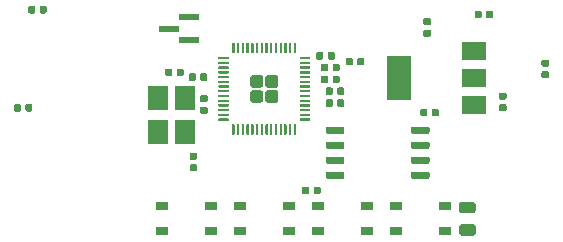
<source format=gbr>
G04 #@! TF.GenerationSoftware,KiCad,Pcbnew,5.1.5+dfsg1-2build2*
G04 #@! TF.CreationDate,2021-08-15T10:11:15+01:00*
G04 #@! TF.ProjectId,picopak,7069636f-7061-46b2-9e6b-696361645f70,rev?*
G04 #@! TF.SameCoordinates,Original*
G04 #@! TF.FileFunction,Paste,Bot*
G04 #@! TF.FilePolarity,Positive*
%FSLAX46Y46*%
G04 Gerber Fmt 4.6, Leading zero omitted, Abs format (unit mm)*
G04 Created by KiCad (PCBNEW 5.1.5+dfsg1-2build2) date 2021-08-15 10:11:15*
%MOMM*%
%LPD*%
G04 APERTURE LIST*
%ADD10C,0.100000*%
%ADD11R,1.800000X2.100000*%
%ADD12R,1.050000X0.650000*%
%ADD13R,1.750000X0.600000*%
%ADD14R,2.000000X1.500000*%
%ADD15R,2.000000X3.800000*%
G04 APERTURE END LIST*
D10*
G36*
X198986958Y-70820710D02*
G01*
X199001276Y-70822834D01*
X199015317Y-70826351D01*
X199028946Y-70831228D01*
X199042031Y-70837417D01*
X199054447Y-70844858D01*
X199066073Y-70853481D01*
X199076798Y-70863202D01*
X199086519Y-70873927D01*
X199095142Y-70885553D01*
X199102583Y-70897969D01*
X199108772Y-70911054D01*
X199113649Y-70924683D01*
X199117166Y-70938724D01*
X199119290Y-70953042D01*
X199120000Y-70967500D01*
X199120000Y-71262500D01*
X199119290Y-71276958D01*
X199117166Y-71291276D01*
X199113649Y-71305317D01*
X199108772Y-71318946D01*
X199102583Y-71332031D01*
X199095142Y-71344447D01*
X199086519Y-71356073D01*
X199076798Y-71366798D01*
X199066073Y-71376519D01*
X199054447Y-71385142D01*
X199042031Y-71392583D01*
X199028946Y-71398772D01*
X199015317Y-71403649D01*
X199001276Y-71407166D01*
X198986958Y-71409290D01*
X198972500Y-71410000D01*
X198627500Y-71410000D01*
X198613042Y-71409290D01*
X198598724Y-71407166D01*
X198584683Y-71403649D01*
X198571054Y-71398772D01*
X198557969Y-71392583D01*
X198545553Y-71385142D01*
X198533927Y-71376519D01*
X198523202Y-71366798D01*
X198513481Y-71356073D01*
X198504858Y-71344447D01*
X198497417Y-71332031D01*
X198491228Y-71318946D01*
X198486351Y-71305317D01*
X198482834Y-71291276D01*
X198480710Y-71276958D01*
X198480000Y-71262500D01*
X198480000Y-70967500D01*
X198480710Y-70953042D01*
X198482834Y-70938724D01*
X198486351Y-70924683D01*
X198491228Y-70911054D01*
X198497417Y-70897969D01*
X198504858Y-70885553D01*
X198513481Y-70873927D01*
X198523202Y-70863202D01*
X198533927Y-70853481D01*
X198545553Y-70844858D01*
X198557969Y-70837417D01*
X198571054Y-70831228D01*
X198584683Y-70826351D01*
X198598724Y-70822834D01*
X198613042Y-70820710D01*
X198627500Y-70820000D01*
X198972500Y-70820000D01*
X198986958Y-70820710D01*
G37*
G36*
X198986958Y-71790710D02*
G01*
X199001276Y-71792834D01*
X199015317Y-71796351D01*
X199028946Y-71801228D01*
X199042031Y-71807417D01*
X199054447Y-71814858D01*
X199066073Y-71823481D01*
X199076798Y-71833202D01*
X199086519Y-71843927D01*
X199095142Y-71855553D01*
X199102583Y-71867969D01*
X199108772Y-71881054D01*
X199113649Y-71894683D01*
X199117166Y-71908724D01*
X199119290Y-71923042D01*
X199120000Y-71937500D01*
X199120000Y-72232500D01*
X199119290Y-72246958D01*
X199117166Y-72261276D01*
X199113649Y-72275317D01*
X199108772Y-72288946D01*
X199102583Y-72302031D01*
X199095142Y-72314447D01*
X199086519Y-72326073D01*
X199076798Y-72336798D01*
X199066073Y-72346519D01*
X199054447Y-72355142D01*
X199042031Y-72362583D01*
X199028946Y-72368772D01*
X199015317Y-72373649D01*
X199001276Y-72377166D01*
X198986958Y-72379290D01*
X198972500Y-72380000D01*
X198627500Y-72380000D01*
X198613042Y-72379290D01*
X198598724Y-72377166D01*
X198584683Y-72373649D01*
X198571054Y-72368772D01*
X198557969Y-72362583D01*
X198545553Y-72355142D01*
X198533927Y-72346519D01*
X198523202Y-72336798D01*
X198513481Y-72326073D01*
X198504858Y-72314447D01*
X198497417Y-72302031D01*
X198491228Y-72288946D01*
X198486351Y-72275317D01*
X198482834Y-72261276D01*
X198480710Y-72246958D01*
X198480000Y-72232500D01*
X198480000Y-71937500D01*
X198480710Y-71923042D01*
X198482834Y-71908724D01*
X198486351Y-71894683D01*
X198491228Y-71881054D01*
X198497417Y-71867969D01*
X198504858Y-71855553D01*
X198513481Y-71843927D01*
X198523202Y-71833202D01*
X198533927Y-71823481D01*
X198545553Y-71814858D01*
X198557969Y-71807417D01*
X198571054Y-71801228D01*
X198584683Y-71796351D01*
X198598724Y-71792834D01*
X198613042Y-71790710D01*
X198627500Y-71790000D01*
X198972500Y-71790000D01*
X198986958Y-71790710D01*
G37*
G36*
X177076958Y-75080710D02*
G01*
X177091276Y-75082834D01*
X177105317Y-75086351D01*
X177118946Y-75091228D01*
X177132031Y-75097417D01*
X177144447Y-75104858D01*
X177156073Y-75113481D01*
X177166798Y-75123202D01*
X177176519Y-75133927D01*
X177185142Y-75145553D01*
X177192583Y-75157969D01*
X177198772Y-75171054D01*
X177203649Y-75184683D01*
X177207166Y-75198724D01*
X177209290Y-75213042D01*
X177210000Y-75227500D01*
X177210000Y-75572500D01*
X177209290Y-75586958D01*
X177207166Y-75601276D01*
X177203649Y-75615317D01*
X177198772Y-75628946D01*
X177192583Y-75642031D01*
X177185142Y-75654447D01*
X177176519Y-75666073D01*
X177166798Y-75676798D01*
X177156073Y-75686519D01*
X177144447Y-75695142D01*
X177132031Y-75702583D01*
X177118946Y-75708772D01*
X177105317Y-75713649D01*
X177091276Y-75717166D01*
X177076958Y-75719290D01*
X177062500Y-75720000D01*
X176767500Y-75720000D01*
X176753042Y-75719290D01*
X176738724Y-75717166D01*
X176724683Y-75713649D01*
X176711054Y-75708772D01*
X176697969Y-75702583D01*
X176685553Y-75695142D01*
X176673927Y-75686519D01*
X176663202Y-75676798D01*
X176653481Y-75666073D01*
X176644858Y-75654447D01*
X176637417Y-75642031D01*
X176631228Y-75628946D01*
X176626351Y-75615317D01*
X176622834Y-75601276D01*
X176620710Y-75586958D01*
X176620000Y-75572500D01*
X176620000Y-75227500D01*
X176620710Y-75213042D01*
X176622834Y-75198724D01*
X176626351Y-75184683D01*
X176631228Y-75171054D01*
X176637417Y-75157969D01*
X176644858Y-75145553D01*
X176653481Y-75133927D01*
X176663202Y-75123202D01*
X176673927Y-75113481D01*
X176685553Y-75104858D01*
X176697969Y-75097417D01*
X176711054Y-75091228D01*
X176724683Y-75086351D01*
X176738724Y-75082834D01*
X176753042Y-75080710D01*
X176767500Y-75080000D01*
X177062500Y-75080000D01*
X177076958Y-75080710D01*
G37*
G36*
X178046958Y-75080710D02*
G01*
X178061276Y-75082834D01*
X178075317Y-75086351D01*
X178088946Y-75091228D01*
X178102031Y-75097417D01*
X178114447Y-75104858D01*
X178126073Y-75113481D01*
X178136798Y-75123202D01*
X178146519Y-75133927D01*
X178155142Y-75145553D01*
X178162583Y-75157969D01*
X178168772Y-75171054D01*
X178173649Y-75184683D01*
X178177166Y-75198724D01*
X178179290Y-75213042D01*
X178180000Y-75227500D01*
X178180000Y-75572500D01*
X178179290Y-75586958D01*
X178177166Y-75601276D01*
X178173649Y-75615317D01*
X178168772Y-75628946D01*
X178162583Y-75642031D01*
X178155142Y-75654447D01*
X178146519Y-75666073D01*
X178136798Y-75676798D01*
X178126073Y-75686519D01*
X178114447Y-75695142D01*
X178102031Y-75702583D01*
X178088946Y-75708772D01*
X178075317Y-75713649D01*
X178061276Y-75717166D01*
X178046958Y-75719290D01*
X178032500Y-75720000D01*
X177737500Y-75720000D01*
X177723042Y-75719290D01*
X177708724Y-75717166D01*
X177694683Y-75713649D01*
X177681054Y-75708772D01*
X177667969Y-75702583D01*
X177655553Y-75695142D01*
X177643927Y-75686519D01*
X177633202Y-75676798D01*
X177623481Y-75666073D01*
X177614858Y-75654447D01*
X177607417Y-75642031D01*
X177601228Y-75628946D01*
X177596351Y-75615317D01*
X177592834Y-75601276D01*
X177590710Y-75586958D01*
X177590000Y-75572500D01*
X177590000Y-75227500D01*
X177590710Y-75213042D01*
X177592834Y-75198724D01*
X177596351Y-75184683D01*
X177601228Y-75171054D01*
X177607417Y-75157969D01*
X177614858Y-75145553D01*
X177623481Y-75133927D01*
X177633202Y-75123202D01*
X177643927Y-75113481D01*
X177655553Y-75104858D01*
X177667969Y-75097417D01*
X177681054Y-75091228D01*
X177694683Y-75086351D01*
X177708724Y-75082834D01*
X177723042Y-75080710D01*
X177737500Y-75080000D01*
X178032500Y-75080000D01*
X178046958Y-75080710D01*
G37*
G36*
X179186958Y-83190710D02*
G01*
X179201276Y-83192834D01*
X179215317Y-83196351D01*
X179228946Y-83201228D01*
X179242031Y-83207417D01*
X179254447Y-83214858D01*
X179266073Y-83223481D01*
X179276798Y-83233202D01*
X179286519Y-83243927D01*
X179295142Y-83255553D01*
X179302583Y-83267969D01*
X179308772Y-83281054D01*
X179313649Y-83294683D01*
X179317166Y-83308724D01*
X179319290Y-83323042D01*
X179320000Y-83337500D01*
X179320000Y-83632500D01*
X179319290Y-83646958D01*
X179317166Y-83661276D01*
X179313649Y-83675317D01*
X179308772Y-83688946D01*
X179302583Y-83702031D01*
X179295142Y-83714447D01*
X179286519Y-83726073D01*
X179276798Y-83736798D01*
X179266073Y-83746519D01*
X179254447Y-83755142D01*
X179242031Y-83762583D01*
X179228946Y-83768772D01*
X179215317Y-83773649D01*
X179201276Y-83777166D01*
X179186958Y-83779290D01*
X179172500Y-83780000D01*
X178827500Y-83780000D01*
X178813042Y-83779290D01*
X178798724Y-83777166D01*
X178784683Y-83773649D01*
X178771054Y-83768772D01*
X178757969Y-83762583D01*
X178745553Y-83755142D01*
X178733927Y-83746519D01*
X178723202Y-83736798D01*
X178713481Y-83726073D01*
X178704858Y-83714447D01*
X178697417Y-83702031D01*
X178691228Y-83688946D01*
X178686351Y-83675317D01*
X178682834Y-83661276D01*
X178680710Y-83646958D01*
X178680000Y-83632500D01*
X178680000Y-83337500D01*
X178680710Y-83323042D01*
X178682834Y-83308724D01*
X178686351Y-83294683D01*
X178691228Y-83281054D01*
X178697417Y-83267969D01*
X178704858Y-83255553D01*
X178713481Y-83243927D01*
X178723202Y-83233202D01*
X178733927Y-83223481D01*
X178745553Y-83214858D01*
X178757969Y-83207417D01*
X178771054Y-83201228D01*
X178784683Y-83196351D01*
X178798724Y-83192834D01*
X178813042Y-83190710D01*
X178827500Y-83190000D01*
X179172500Y-83190000D01*
X179186958Y-83190710D01*
G37*
G36*
X179186958Y-82220710D02*
G01*
X179201276Y-82222834D01*
X179215317Y-82226351D01*
X179228946Y-82231228D01*
X179242031Y-82237417D01*
X179254447Y-82244858D01*
X179266073Y-82253481D01*
X179276798Y-82263202D01*
X179286519Y-82273927D01*
X179295142Y-82285553D01*
X179302583Y-82297969D01*
X179308772Y-82311054D01*
X179313649Y-82324683D01*
X179317166Y-82338724D01*
X179319290Y-82353042D01*
X179320000Y-82367500D01*
X179320000Y-82662500D01*
X179319290Y-82676958D01*
X179317166Y-82691276D01*
X179313649Y-82705317D01*
X179308772Y-82718946D01*
X179302583Y-82732031D01*
X179295142Y-82744447D01*
X179286519Y-82756073D01*
X179276798Y-82766798D01*
X179266073Y-82776519D01*
X179254447Y-82785142D01*
X179242031Y-82792583D01*
X179228946Y-82798772D01*
X179215317Y-82803649D01*
X179201276Y-82807166D01*
X179186958Y-82809290D01*
X179172500Y-82810000D01*
X178827500Y-82810000D01*
X178813042Y-82809290D01*
X178798724Y-82807166D01*
X178784683Y-82803649D01*
X178771054Y-82798772D01*
X178757969Y-82792583D01*
X178745553Y-82785142D01*
X178733927Y-82776519D01*
X178723202Y-82766798D01*
X178713481Y-82756073D01*
X178704858Y-82744447D01*
X178697417Y-82732031D01*
X178691228Y-82718946D01*
X178686351Y-82705317D01*
X178682834Y-82691276D01*
X178680710Y-82676958D01*
X178680000Y-82662500D01*
X178680000Y-82367500D01*
X178680710Y-82353042D01*
X178682834Y-82338724D01*
X178686351Y-82324683D01*
X178691228Y-82311054D01*
X178697417Y-82297969D01*
X178704858Y-82285553D01*
X178713481Y-82273927D01*
X178723202Y-82263202D01*
X178733927Y-82253481D01*
X178745553Y-82244858D01*
X178757969Y-82237417D01*
X178771054Y-82231228D01*
X178784683Y-82226351D01*
X178798724Y-82222834D01*
X178813042Y-82220710D01*
X178827500Y-82220000D01*
X179172500Y-82220000D01*
X179186958Y-82220710D01*
G37*
G36*
X205386958Y-78090710D02*
G01*
X205401276Y-78092834D01*
X205415317Y-78096351D01*
X205428946Y-78101228D01*
X205442031Y-78107417D01*
X205454447Y-78114858D01*
X205466073Y-78123481D01*
X205476798Y-78133202D01*
X205486519Y-78143927D01*
X205495142Y-78155553D01*
X205502583Y-78167969D01*
X205508772Y-78181054D01*
X205513649Y-78194683D01*
X205517166Y-78208724D01*
X205519290Y-78223042D01*
X205520000Y-78237500D01*
X205520000Y-78532500D01*
X205519290Y-78546958D01*
X205517166Y-78561276D01*
X205513649Y-78575317D01*
X205508772Y-78588946D01*
X205502583Y-78602031D01*
X205495142Y-78614447D01*
X205486519Y-78626073D01*
X205476798Y-78636798D01*
X205466073Y-78646519D01*
X205454447Y-78655142D01*
X205442031Y-78662583D01*
X205428946Y-78668772D01*
X205415317Y-78673649D01*
X205401276Y-78677166D01*
X205386958Y-78679290D01*
X205372500Y-78680000D01*
X205027500Y-78680000D01*
X205013042Y-78679290D01*
X204998724Y-78677166D01*
X204984683Y-78673649D01*
X204971054Y-78668772D01*
X204957969Y-78662583D01*
X204945553Y-78655142D01*
X204933927Y-78646519D01*
X204923202Y-78636798D01*
X204913481Y-78626073D01*
X204904858Y-78614447D01*
X204897417Y-78602031D01*
X204891228Y-78588946D01*
X204886351Y-78575317D01*
X204882834Y-78561276D01*
X204880710Y-78546958D01*
X204880000Y-78532500D01*
X204880000Y-78237500D01*
X204880710Y-78223042D01*
X204882834Y-78208724D01*
X204886351Y-78194683D01*
X204891228Y-78181054D01*
X204897417Y-78167969D01*
X204904858Y-78155553D01*
X204913481Y-78143927D01*
X204923202Y-78133202D01*
X204933927Y-78123481D01*
X204945553Y-78114858D01*
X204957969Y-78107417D01*
X204971054Y-78101228D01*
X204984683Y-78096351D01*
X204998724Y-78092834D01*
X205013042Y-78090710D01*
X205027500Y-78090000D01*
X205372500Y-78090000D01*
X205386958Y-78090710D01*
G37*
G36*
X205386958Y-77120710D02*
G01*
X205401276Y-77122834D01*
X205415317Y-77126351D01*
X205428946Y-77131228D01*
X205442031Y-77137417D01*
X205454447Y-77144858D01*
X205466073Y-77153481D01*
X205476798Y-77163202D01*
X205486519Y-77173927D01*
X205495142Y-77185553D01*
X205502583Y-77197969D01*
X205508772Y-77211054D01*
X205513649Y-77224683D01*
X205517166Y-77238724D01*
X205519290Y-77253042D01*
X205520000Y-77267500D01*
X205520000Y-77562500D01*
X205519290Y-77576958D01*
X205517166Y-77591276D01*
X205513649Y-77605317D01*
X205508772Y-77618946D01*
X205502583Y-77632031D01*
X205495142Y-77644447D01*
X205486519Y-77656073D01*
X205476798Y-77666798D01*
X205466073Y-77676519D01*
X205454447Y-77685142D01*
X205442031Y-77692583D01*
X205428946Y-77698772D01*
X205415317Y-77703649D01*
X205401276Y-77707166D01*
X205386958Y-77709290D01*
X205372500Y-77710000D01*
X205027500Y-77710000D01*
X205013042Y-77709290D01*
X204998724Y-77707166D01*
X204984683Y-77703649D01*
X204971054Y-77698772D01*
X204957969Y-77692583D01*
X204945553Y-77685142D01*
X204933927Y-77676519D01*
X204923202Y-77666798D01*
X204913481Y-77656073D01*
X204904858Y-77644447D01*
X204897417Y-77632031D01*
X204891228Y-77618946D01*
X204886351Y-77605317D01*
X204882834Y-77591276D01*
X204880710Y-77576958D01*
X204880000Y-77562500D01*
X204880000Y-77267500D01*
X204880710Y-77253042D01*
X204882834Y-77238724D01*
X204886351Y-77224683D01*
X204891228Y-77211054D01*
X204897417Y-77197969D01*
X204904858Y-77185553D01*
X204913481Y-77173927D01*
X204923202Y-77163202D01*
X204933927Y-77153481D01*
X204945553Y-77144858D01*
X204957969Y-77137417D01*
X204971054Y-77131228D01*
X204984683Y-77126351D01*
X204998724Y-77122834D01*
X205013042Y-77120710D01*
X205027500Y-77120000D01*
X205372500Y-77120000D01*
X205386958Y-77120710D01*
G37*
G36*
X179076958Y-75480710D02*
G01*
X179091276Y-75482834D01*
X179105317Y-75486351D01*
X179118946Y-75491228D01*
X179132031Y-75497417D01*
X179144447Y-75504858D01*
X179156073Y-75513481D01*
X179166798Y-75523202D01*
X179176519Y-75533927D01*
X179185142Y-75545553D01*
X179192583Y-75557969D01*
X179198772Y-75571054D01*
X179203649Y-75584683D01*
X179207166Y-75598724D01*
X179209290Y-75613042D01*
X179210000Y-75627500D01*
X179210000Y-75972500D01*
X179209290Y-75986958D01*
X179207166Y-76001276D01*
X179203649Y-76015317D01*
X179198772Y-76028946D01*
X179192583Y-76042031D01*
X179185142Y-76054447D01*
X179176519Y-76066073D01*
X179166798Y-76076798D01*
X179156073Y-76086519D01*
X179144447Y-76095142D01*
X179132031Y-76102583D01*
X179118946Y-76108772D01*
X179105317Y-76113649D01*
X179091276Y-76117166D01*
X179076958Y-76119290D01*
X179062500Y-76120000D01*
X178767500Y-76120000D01*
X178753042Y-76119290D01*
X178738724Y-76117166D01*
X178724683Y-76113649D01*
X178711054Y-76108772D01*
X178697969Y-76102583D01*
X178685553Y-76095142D01*
X178673927Y-76086519D01*
X178663202Y-76076798D01*
X178653481Y-76066073D01*
X178644858Y-76054447D01*
X178637417Y-76042031D01*
X178631228Y-76028946D01*
X178626351Y-76015317D01*
X178622834Y-76001276D01*
X178620710Y-75986958D01*
X178620000Y-75972500D01*
X178620000Y-75627500D01*
X178620710Y-75613042D01*
X178622834Y-75598724D01*
X178626351Y-75584683D01*
X178631228Y-75571054D01*
X178637417Y-75557969D01*
X178644858Y-75545553D01*
X178653481Y-75533927D01*
X178663202Y-75523202D01*
X178673927Y-75513481D01*
X178685553Y-75504858D01*
X178697969Y-75497417D01*
X178711054Y-75491228D01*
X178724683Y-75486351D01*
X178738724Y-75482834D01*
X178753042Y-75480710D01*
X178767500Y-75480000D01*
X179062500Y-75480000D01*
X179076958Y-75480710D01*
G37*
G36*
X180046958Y-75480710D02*
G01*
X180061276Y-75482834D01*
X180075317Y-75486351D01*
X180088946Y-75491228D01*
X180102031Y-75497417D01*
X180114447Y-75504858D01*
X180126073Y-75513481D01*
X180136798Y-75523202D01*
X180146519Y-75533927D01*
X180155142Y-75545553D01*
X180162583Y-75557969D01*
X180168772Y-75571054D01*
X180173649Y-75584683D01*
X180177166Y-75598724D01*
X180179290Y-75613042D01*
X180180000Y-75627500D01*
X180180000Y-75972500D01*
X180179290Y-75986958D01*
X180177166Y-76001276D01*
X180173649Y-76015317D01*
X180168772Y-76028946D01*
X180162583Y-76042031D01*
X180155142Y-76054447D01*
X180146519Y-76066073D01*
X180136798Y-76076798D01*
X180126073Y-76086519D01*
X180114447Y-76095142D01*
X180102031Y-76102583D01*
X180088946Y-76108772D01*
X180075317Y-76113649D01*
X180061276Y-76117166D01*
X180046958Y-76119290D01*
X180032500Y-76120000D01*
X179737500Y-76120000D01*
X179723042Y-76119290D01*
X179708724Y-76117166D01*
X179694683Y-76113649D01*
X179681054Y-76108772D01*
X179667969Y-76102583D01*
X179655553Y-76095142D01*
X179643927Y-76086519D01*
X179633202Y-76076798D01*
X179623481Y-76066073D01*
X179614858Y-76054447D01*
X179607417Y-76042031D01*
X179601228Y-76028946D01*
X179596351Y-76015317D01*
X179592834Y-76001276D01*
X179590710Y-75986958D01*
X179590000Y-75972500D01*
X179590000Y-75627500D01*
X179590710Y-75613042D01*
X179592834Y-75598724D01*
X179596351Y-75584683D01*
X179601228Y-75571054D01*
X179607417Y-75557969D01*
X179614858Y-75545553D01*
X179623481Y-75533927D01*
X179633202Y-75523202D01*
X179643927Y-75513481D01*
X179655553Y-75504858D01*
X179667969Y-75497417D01*
X179681054Y-75491228D01*
X179694683Y-75486351D01*
X179708724Y-75482834D01*
X179723042Y-75480710D01*
X179737500Y-75480000D01*
X180032500Y-75480000D01*
X180046958Y-75480710D01*
G37*
G36*
X191646958Y-77680710D02*
G01*
X191661276Y-77682834D01*
X191675317Y-77686351D01*
X191688946Y-77691228D01*
X191702031Y-77697417D01*
X191714447Y-77704858D01*
X191726073Y-77713481D01*
X191736798Y-77723202D01*
X191746519Y-77733927D01*
X191755142Y-77745553D01*
X191762583Y-77757969D01*
X191768772Y-77771054D01*
X191773649Y-77784683D01*
X191777166Y-77798724D01*
X191779290Y-77813042D01*
X191780000Y-77827500D01*
X191780000Y-78172500D01*
X191779290Y-78186958D01*
X191777166Y-78201276D01*
X191773649Y-78215317D01*
X191768772Y-78228946D01*
X191762583Y-78242031D01*
X191755142Y-78254447D01*
X191746519Y-78266073D01*
X191736798Y-78276798D01*
X191726073Y-78286519D01*
X191714447Y-78295142D01*
X191702031Y-78302583D01*
X191688946Y-78308772D01*
X191675317Y-78313649D01*
X191661276Y-78317166D01*
X191646958Y-78319290D01*
X191632500Y-78320000D01*
X191337500Y-78320000D01*
X191323042Y-78319290D01*
X191308724Y-78317166D01*
X191294683Y-78313649D01*
X191281054Y-78308772D01*
X191267969Y-78302583D01*
X191255553Y-78295142D01*
X191243927Y-78286519D01*
X191233202Y-78276798D01*
X191223481Y-78266073D01*
X191214858Y-78254447D01*
X191207417Y-78242031D01*
X191201228Y-78228946D01*
X191196351Y-78215317D01*
X191192834Y-78201276D01*
X191190710Y-78186958D01*
X191190000Y-78172500D01*
X191190000Y-77827500D01*
X191190710Y-77813042D01*
X191192834Y-77798724D01*
X191196351Y-77784683D01*
X191201228Y-77771054D01*
X191207417Y-77757969D01*
X191214858Y-77745553D01*
X191223481Y-77733927D01*
X191233202Y-77723202D01*
X191243927Y-77713481D01*
X191255553Y-77704858D01*
X191267969Y-77697417D01*
X191281054Y-77691228D01*
X191294683Y-77686351D01*
X191308724Y-77682834D01*
X191323042Y-77680710D01*
X191337500Y-77680000D01*
X191632500Y-77680000D01*
X191646958Y-77680710D01*
G37*
G36*
X190676958Y-77680710D02*
G01*
X190691276Y-77682834D01*
X190705317Y-77686351D01*
X190718946Y-77691228D01*
X190732031Y-77697417D01*
X190744447Y-77704858D01*
X190756073Y-77713481D01*
X190766798Y-77723202D01*
X190776519Y-77733927D01*
X190785142Y-77745553D01*
X190792583Y-77757969D01*
X190798772Y-77771054D01*
X190803649Y-77784683D01*
X190807166Y-77798724D01*
X190809290Y-77813042D01*
X190810000Y-77827500D01*
X190810000Y-78172500D01*
X190809290Y-78186958D01*
X190807166Y-78201276D01*
X190803649Y-78215317D01*
X190798772Y-78228946D01*
X190792583Y-78242031D01*
X190785142Y-78254447D01*
X190776519Y-78266073D01*
X190766798Y-78276798D01*
X190756073Y-78286519D01*
X190744447Y-78295142D01*
X190732031Y-78302583D01*
X190718946Y-78308772D01*
X190705317Y-78313649D01*
X190691276Y-78317166D01*
X190676958Y-78319290D01*
X190662500Y-78320000D01*
X190367500Y-78320000D01*
X190353042Y-78319290D01*
X190338724Y-78317166D01*
X190324683Y-78313649D01*
X190311054Y-78308772D01*
X190297969Y-78302583D01*
X190285553Y-78295142D01*
X190273927Y-78286519D01*
X190263202Y-78276798D01*
X190253481Y-78266073D01*
X190244858Y-78254447D01*
X190237417Y-78242031D01*
X190231228Y-78228946D01*
X190226351Y-78215317D01*
X190222834Y-78201276D01*
X190220710Y-78186958D01*
X190220000Y-78172500D01*
X190220000Y-77827500D01*
X190220710Y-77813042D01*
X190222834Y-77798724D01*
X190226351Y-77784683D01*
X190231228Y-77771054D01*
X190237417Y-77757969D01*
X190244858Y-77745553D01*
X190253481Y-77733927D01*
X190263202Y-77723202D01*
X190273927Y-77713481D01*
X190285553Y-77704858D01*
X190297969Y-77697417D01*
X190311054Y-77691228D01*
X190324683Y-77686351D01*
X190338724Y-77682834D01*
X190353042Y-77680710D01*
X190367500Y-77680000D01*
X190662500Y-77680000D01*
X190676958Y-77680710D01*
G37*
G36*
X191246958Y-74680710D02*
G01*
X191261276Y-74682834D01*
X191275317Y-74686351D01*
X191288946Y-74691228D01*
X191302031Y-74697417D01*
X191314447Y-74704858D01*
X191326073Y-74713481D01*
X191336798Y-74723202D01*
X191346519Y-74733927D01*
X191355142Y-74745553D01*
X191362583Y-74757969D01*
X191368772Y-74771054D01*
X191373649Y-74784683D01*
X191377166Y-74798724D01*
X191379290Y-74813042D01*
X191380000Y-74827500D01*
X191380000Y-75172500D01*
X191379290Y-75186958D01*
X191377166Y-75201276D01*
X191373649Y-75215317D01*
X191368772Y-75228946D01*
X191362583Y-75242031D01*
X191355142Y-75254447D01*
X191346519Y-75266073D01*
X191336798Y-75276798D01*
X191326073Y-75286519D01*
X191314447Y-75295142D01*
X191302031Y-75302583D01*
X191288946Y-75308772D01*
X191275317Y-75313649D01*
X191261276Y-75317166D01*
X191246958Y-75319290D01*
X191232500Y-75320000D01*
X190937500Y-75320000D01*
X190923042Y-75319290D01*
X190908724Y-75317166D01*
X190894683Y-75313649D01*
X190881054Y-75308772D01*
X190867969Y-75302583D01*
X190855553Y-75295142D01*
X190843927Y-75286519D01*
X190833202Y-75276798D01*
X190823481Y-75266073D01*
X190814858Y-75254447D01*
X190807417Y-75242031D01*
X190801228Y-75228946D01*
X190796351Y-75215317D01*
X190792834Y-75201276D01*
X190790710Y-75186958D01*
X190790000Y-75172500D01*
X190790000Y-74827500D01*
X190790710Y-74813042D01*
X190792834Y-74798724D01*
X190796351Y-74784683D01*
X190801228Y-74771054D01*
X190807417Y-74757969D01*
X190814858Y-74745553D01*
X190823481Y-74733927D01*
X190833202Y-74723202D01*
X190843927Y-74713481D01*
X190855553Y-74704858D01*
X190867969Y-74697417D01*
X190881054Y-74691228D01*
X190894683Y-74686351D01*
X190908724Y-74682834D01*
X190923042Y-74680710D01*
X190937500Y-74680000D01*
X191232500Y-74680000D01*
X191246958Y-74680710D01*
G37*
G36*
X190276958Y-74680710D02*
G01*
X190291276Y-74682834D01*
X190305317Y-74686351D01*
X190318946Y-74691228D01*
X190332031Y-74697417D01*
X190344447Y-74704858D01*
X190356073Y-74713481D01*
X190366798Y-74723202D01*
X190376519Y-74733927D01*
X190385142Y-74745553D01*
X190392583Y-74757969D01*
X190398772Y-74771054D01*
X190403649Y-74784683D01*
X190407166Y-74798724D01*
X190409290Y-74813042D01*
X190410000Y-74827500D01*
X190410000Y-75172500D01*
X190409290Y-75186958D01*
X190407166Y-75201276D01*
X190403649Y-75215317D01*
X190398772Y-75228946D01*
X190392583Y-75242031D01*
X190385142Y-75254447D01*
X190376519Y-75266073D01*
X190366798Y-75276798D01*
X190356073Y-75286519D01*
X190344447Y-75295142D01*
X190332031Y-75302583D01*
X190318946Y-75308772D01*
X190305317Y-75313649D01*
X190291276Y-75317166D01*
X190276958Y-75319290D01*
X190262500Y-75320000D01*
X189967500Y-75320000D01*
X189953042Y-75319290D01*
X189938724Y-75317166D01*
X189924683Y-75313649D01*
X189911054Y-75308772D01*
X189897969Y-75302583D01*
X189885553Y-75295142D01*
X189873927Y-75286519D01*
X189863202Y-75276798D01*
X189853481Y-75266073D01*
X189844858Y-75254447D01*
X189837417Y-75242031D01*
X189831228Y-75228946D01*
X189826351Y-75215317D01*
X189822834Y-75201276D01*
X189820710Y-75186958D01*
X189820000Y-75172500D01*
X189820000Y-74827500D01*
X189820710Y-74813042D01*
X189822834Y-74798724D01*
X189826351Y-74784683D01*
X189831228Y-74771054D01*
X189837417Y-74757969D01*
X189844858Y-74745553D01*
X189853481Y-74733927D01*
X189863202Y-74723202D01*
X189873927Y-74713481D01*
X189885553Y-74704858D01*
X189897969Y-74697417D01*
X189911054Y-74691228D01*
X189924683Y-74686351D01*
X189938724Y-74682834D01*
X189953042Y-74680710D01*
X189967500Y-74680000D01*
X190262500Y-74680000D01*
X190276958Y-74680710D01*
G37*
G36*
X190846958Y-73680710D02*
G01*
X190861276Y-73682834D01*
X190875317Y-73686351D01*
X190888946Y-73691228D01*
X190902031Y-73697417D01*
X190914447Y-73704858D01*
X190926073Y-73713481D01*
X190936798Y-73723202D01*
X190946519Y-73733927D01*
X190955142Y-73745553D01*
X190962583Y-73757969D01*
X190968772Y-73771054D01*
X190973649Y-73784683D01*
X190977166Y-73798724D01*
X190979290Y-73813042D01*
X190980000Y-73827500D01*
X190980000Y-74172500D01*
X190979290Y-74186958D01*
X190977166Y-74201276D01*
X190973649Y-74215317D01*
X190968772Y-74228946D01*
X190962583Y-74242031D01*
X190955142Y-74254447D01*
X190946519Y-74266073D01*
X190936798Y-74276798D01*
X190926073Y-74286519D01*
X190914447Y-74295142D01*
X190902031Y-74302583D01*
X190888946Y-74308772D01*
X190875317Y-74313649D01*
X190861276Y-74317166D01*
X190846958Y-74319290D01*
X190832500Y-74320000D01*
X190537500Y-74320000D01*
X190523042Y-74319290D01*
X190508724Y-74317166D01*
X190494683Y-74313649D01*
X190481054Y-74308772D01*
X190467969Y-74302583D01*
X190455553Y-74295142D01*
X190443927Y-74286519D01*
X190433202Y-74276798D01*
X190423481Y-74266073D01*
X190414858Y-74254447D01*
X190407417Y-74242031D01*
X190401228Y-74228946D01*
X190396351Y-74215317D01*
X190392834Y-74201276D01*
X190390710Y-74186958D01*
X190390000Y-74172500D01*
X190390000Y-73827500D01*
X190390710Y-73813042D01*
X190392834Y-73798724D01*
X190396351Y-73784683D01*
X190401228Y-73771054D01*
X190407417Y-73757969D01*
X190414858Y-73745553D01*
X190423481Y-73733927D01*
X190433202Y-73723202D01*
X190443927Y-73713481D01*
X190455553Y-73704858D01*
X190467969Y-73697417D01*
X190481054Y-73691228D01*
X190494683Y-73686351D01*
X190508724Y-73682834D01*
X190523042Y-73680710D01*
X190537500Y-73680000D01*
X190832500Y-73680000D01*
X190846958Y-73680710D01*
G37*
G36*
X189876958Y-73680710D02*
G01*
X189891276Y-73682834D01*
X189905317Y-73686351D01*
X189918946Y-73691228D01*
X189932031Y-73697417D01*
X189944447Y-73704858D01*
X189956073Y-73713481D01*
X189966798Y-73723202D01*
X189976519Y-73733927D01*
X189985142Y-73745553D01*
X189992583Y-73757969D01*
X189998772Y-73771054D01*
X190003649Y-73784683D01*
X190007166Y-73798724D01*
X190009290Y-73813042D01*
X190010000Y-73827500D01*
X190010000Y-74172500D01*
X190009290Y-74186958D01*
X190007166Y-74201276D01*
X190003649Y-74215317D01*
X189998772Y-74228946D01*
X189992583Y-74242031D01*
X189985142Y-74254447D01*
X189976519Y-74266073D01*
X189966798Y-74276798D01*
X189956073Y-74286519D01*
X189944447Y-74295142D01*
X189932031Y-74302583D01*
X189918946Y-74308772D01*
X189905317Y-74313649D01*
X189891276Y-74317166D01*
X189876958Y-74319290D01*
X189862500Y-74320000D01*
X189567500Y-74320000D01*
X189553042Y-74319290D01*
X189538724Y-74317166D01*
X189524683Y-74313649D01*
X189511054Y-74308772D01*
X189497969Y-74302583D01*
X189485553Y-74295142D01*
X189473927Y-74286519D01*
X189463202Y-74276798D01*
X189453481Y-74266073D01*
X189444858Y-74254447D01*
X189437417Y-74242031D01*
X189431228Y-74228946D01*
X189426351Y-74215317D01*
X189422834Y-74201276D01*
X189420710Y-74186958D01*
X189420000Y-74172500D01*
X189420000Y-73827500D01*
X189420710Y-73813042D01*
X189422834Y-73798724D01*
X189426351Y-73784683D01*
X189431228Y-73771054D01*
X189437417Y-73757969D01*
X189444858Y-73745553D01*
X189453481Y-73733927D01*
X189463202Y-73723202D01*
X189473927Y-73713481D01*
X189485553Y-73704858D01*
X189497969Y-73697417D01*
X189511054Y-73691228D01*
X189524683Y-73686351D01*
X189538724Y-73682834D01*
X189553042Y-73680710D01*
X189567500Y-73680000D01*
X189862500Y-73680000D01*
X189876958Y-73680710D01*
G37*
G36*
X165246958Y-78080710D02*
G01*
X165261276Y-78082834D01*
X165275317Y-78086351D01*
X165288946Y-78091228D01*
X165302031Y-78097417D01*
X165314447Y-78104858D01*
X165326073Y-78113481D01*
X165336798Y-78123202D01*
X165346519Y-78133927D01*
X165355142Y-78145553D01*
X165362583Y-78157969D01*
X165368772Y-78171054D01*
X165373649Y-78184683D01*
X165377166Y-78198724D01*
X165379290Y-78213042D01*
X165380000Y-78227500D01*
X165380000Y-78572500D01*
X165379290Y-78586958D01*
X165377166Y-78601276D01*
X165373649Y-78615317D01*
X165368772Y-78628946D01*
X165362583Y-78642031D01*
X165355142Y-78654447D01*
X165346519Y-78666073D01*
X165336798Y-78676798D01*
X165326073Y-78686519D01*
X165314447Y-78695142D01*
X165302031Y-78702583D01*
X165288946Y-78708772D01*
X165275317Y-78713649D01*
X165261276Y-78717166D01*
X165246958Y-78719290D01*
X165232500Y-78720000D01*
X164937500Y-78720000D01*
X164923042Y-78719290D01*
X164908724Y-78717166D01*
X164894683Y-78713649D01*
X164881054Y-78708772D01*
X164867969Y-78702583D01*
X164855553Y-78695142D01*
X164843927Y-78686519D01*
X164833202Y-78676798D01*
X164823481Y-78666073D01*
X164814858Y-78654447D01*
X164807417Y-78642031D01*
X164801228Y-78628946D01*
X164796351Y-78615317D01*
X164792834Y-78601276D01*
X164790710Y-78586958D01*
X164790000Y-78572500D01*
X164790000Y-78227500D01*
X164790710Y-78213042D01*
X164792834Y-78198724D01*
X164796351Y-78184683D01*
X164801228Y-78171054D01*
X164807417Y-78157969D01*
X164814858Y-78145553D01*
X164823481Y-78133927D01*
X164833202Y-78123202D01*
X164843927Y-78113481D01*
X164855553Y-78104858D01*
X164867969Y-78097417D01*
X164881054Y-78091228D01*
X164894683Y-78086351D01*
X164908724Y-78082834D01*
X164923042Y-78080710D01*
X164937500Y-78080000D01*
X165232500Y-78080000D01*
X165246958Y-78080710D01*
G37*
G36*
X164276958Y-78080710D02*
G01*
X164291276Y-78082834D01*
X164305317Y-78086351D01*
X164318946Y-78091228D01*
X164332031Y-78097417D01*
X164344447Y-78104858D01*
X164356073Y-78113481D01*
X164366798Y-78123202D01*
X164376519Y-78133927D01*
X164385142Y-78145553D01*
X164392583Y-78157969D01*
X164398772Y-78171054D01*
X164403649Y-78184683D01*
X164407166Y-78198724D01*
X164409290Y-78213042D01*
X164410000Y-78227500D01*
X164410000Y-78572500D01*
X164409290Y-78586958D01*
X164407166Y-78601276D01*
X164403649Y-78615317D01*
X164398772Y-78628946D01*
X164392583Y-78642031D01*
X164385142Y-78654447D01*
X164376519Y-78666073D01*
X164366798Y-78676798D01*
X164356073Y-78686519D01*
X164344447Y-78695142D01*
X164332031Y-78702583D01*
X164318946Y-78708772D01*
X164305317Y-78713649D01*
X164291276Y-78717166D01*
X164276958Y-78719290D01*
X164262500Y-78720000D01*
X163967500Y-78720000D01*
X163953042Y-78719290D01*
X163938724Y-78717166D01*
X163924683Y-78713649D01*
X163911054Y-78708772D01*
X163897969Y-78702583D01*
X163885553Y-78695142D01*
X163873927Y-78686519D01*
X163863202Y-78676798D01*
X163853481Y-78666073D01*
X163844858Y-78654447D01*
X163837417Y-78642031D01*
X163831228Y-78628946D01*
X163826351Y-78615317D01*
X163822834Y-78601276D01*
X163820710Y-78586958D01*
X163820000Y-78572500D01*
X163820000Y-78227500D01*
X163820710Y-78213042D01*
X163822834Y-78198724D01*
X163826351Y-78184683D01*
X163831228Y-78171054D01*
X163837417Y-78157969D01*
X163844858Y-78145553D01*
X163853481Y-78133927D01*
X163863202Y-78123202D01*
X163873927Y-78113481D01*
X163885553Y-78104858D01*
X163897969Y-78097417D01*
X163911054Y-78091228D01*
X163924683Y-78086351D01*
X163938724Y-78082834D01*
X163953042Y-78080710D01*
X163967500Y-78080000D01*
X164262500Y-78080000D01*
X164276958Y-78080710D01*
G37*
G36*
X193346958Y-74180710D02*
G01*
X193361276Y-74182834D01*
X193375317Y-74186351D01*
X193388946Y-74191228D01*
X193402031Y-74197417D01*
X193414447Y-74204858D01*
X193426073Y-74213481D01*
X193436798Y-74223202D01*
X193446519Y-74233927D01*
X193455142Y-74245553D01*
X193462583Y-74257969D01*
X193468772Y-74271054D01*
X193473649Y-74284683D01*
X193477166Y-74298724D01*
X193479290Y-74313042D01*
X193480000Y-74327500D01*
X193480000Y-74672500D01*
X193479290Y-74686958D01*
X193477166Y-74701276D01*
X193473649Y-74715317D01*
X193468772Y-74728946D01*
X193462583Y-74742031D01*
X193455142Y-74754447D01*
X193446519Y-74766073D01*
X193436798Y-74776798D01*
X193426073Y-74786519D01*
X193414447Y-74795142D01*
X193402031Y-74802583D01*
X193388946Y-74808772D01*
X193375317Y-74813649D01*
X193361276Y-74817166D01*
X193346958Y-74819290D01*
X193332500Y-74820000D01*
X193037500Y-74820000D01*
X193023042Y-74819290D01*
X193008724Y-74817166D01*
X192994683Y-74813649D01*
X192981054Y-74808772D01*
X192967969Y-74802583D01*
X192955553Y-74795142D01*
X192943927Y-74786519D01*
X192933202Y-74776798D01*
X192923481Y-74766073D01*
X192914858Y-74754447D01*
X192907417Y-74742031D01*
X192901228Y-74728946D01*
X192896351Y-74715317D01*
X192892834Y-74701276D01*
X192890710Y-74686958D01*
X192890000Y-74672500D01*
X192890000Y-74327500D01*
X192890710Y-74313042D01*
X192892834Y-74298724D01*
X192896351Y-74284683D01*
X192901228Y-74271054D01*
X192907417Y-74257969D01*
X192914858Y-74245553D01*
X192923481Y-74233927D01*
X192933202Y-74223202D01*
X192943927Y-74213481D01*
X192955553Y-74204858D01*
X192967969Y-74197417D01*
X192981054Y-74191228D01*
X192994683Y-74186351D01*
X193008724Y-74182834D01*
X193023042Y-74180710D01*
X193037500Y-74180000D01*
X193332500Y-74180000D01*
X193346958Y-74180710D01*
G37*
G36*
X192376958Y-74180710D02*
G01*
X192391276Y-74182834D01*
X192405317Y-74186351D01*
X192418946Y-74191228D01*
X192432031Y-74197417D01*
X192444447Y-74204858D01*
X192456073Y-74213481D01*
X192466798Y-74223202D01*
X192476519Y-74233927D01*
X192485142Y-74245553D01*
X192492583Y-74257969D01*
X192498772Y-74271054D01*
X192503649Y-74284683D01*
X192507166Y-74298724D01*
X192509290Y-74313042D01*
X192510000Y-74327500D01*
X192510000Y-74672500D01*
X192509290Y-74686958D01*
X192507166Y-74701276D01*
X192503649Y-74715317D01*
X192498772Y-74728946D01*
X192492583Y-74742031D01*
X192485142Y-74754447D01*
X192476519Y-74766073D01*
X192466798Y-74776798D01*
X192456073Y-74786519D01*
X192444447Y-74795142D01*
X192432031Y-74802583D01*
X192418946Y-74808772D01*
X192405317Y-74813649D01*
X192391276Y-74817166D01*
X192376958Y-74819290D01*
X192362500Y-74820000D01*
X192067500Y-74820000D01*
X192053042Y-74819290D01*
X192038724Y-74817166D01*
X192024683Y-74813649D01*
X192011054Y-74808772D01*
X191997969Y-74802583D01*
X191985553Y-74795142D01*
X191973927Y-74786519D01*
X191963202Y-74776798D01*
X191953481Y-74766073D01*
X191944858Y-74754447D01*
X191937417Y-74742031D01*
X191931228Y-74728946D01*
X191926351Y-74715317D01*
X191922834Y-74701276D01*
X191920710Y-74686958D01*
X191920000Y-74672500D01*
X191920000Y-74327500D01*
X191920710Y-74313042D01*
X191922834Y-74298724D01*
X191926351Y-74284683D01*
X191931228Y-74271054D01*
X191937417Y-74257969D01*
X191944858Y-74245553D01*
X191953481Y-74233927D01*
X191963202Y-74223202D01*
X191973927Y-74213481D01*
X191985553Y-74204858D01*
X191997969Y-74197417D01*
X192011054Y-74191228D01*
X192024683Y-74186351D01*
X192038724Y-74182834D01*
X192053042Y-74180710D01*
X192067500Y-74180000D01*
X192362500Y-74180000D01*
X192376958Y-74180710D01*
G37*
G36*
X189646958Y-85080710D02*
G01*
X189661276Y-85082834D01*
X189675317Y-85086351D01*
X189688946Y-85091228D01*
X189702031Y-85097417D01*
X189714447Y-85104858D01*
X189726073Y-85113481D01*
X189736798Y-85123202D01*
X189746519Y-85133927D01*
X189755142Y-85145553D01*
X189762583Y-85157969D01*
X189768772Y-85171054D01*
X189773649Y-85184683D01*
X189777166Y-85198724D01*
X189779290Y-85213042D01*
X189780000Y-85227500D01*
X189780000Y-85572500D01*
X189779290Y-85586958D01*
X189777166Y-85601276D01*
X189773649Y-85615317D01*
X189768772Y-85628946D01*
X189762583Y-85642031D01*
X189755142Y-85654447D01*
X189746519Y-85666073D01*
X189736798Y-85676798D01*
X189726073Y-85686519D01*
X189714447Y-85695142D01*
X189702031Y-85702583D01*
X189688946Y-85708772D01*
X189675317Y-85713649D01*
X189661276Y-85717166D01*
X189646958Y-85719290D01*
X189632500Y-85720000D01*
X189337500Y-85720000D01*
X189323042Y-85719290D01*
X189308724Y-85717166D01*
X189294683Y-85713649D01*
X189281054Y-85708772D01*
X189267969Y-85702583D01*
X189255553Y-85695142D01*
X189243927Y-85686519D01*
X189233202Y-85676798D01*
X189223481Y-85666073D01*
X189214858Y-85654447D01*
X189207417Y-85642031D01*
X189201228Y-85628946D01*
X189196351Y-85615317D01*
X189192834Y-85601276D01*
X189190710Y-85586958D01*
X189190000Y-85572500D01*
X189190000Y-85227500D01*
X189190710Y-85213042D01*
X189192834Y-85198724D01*
X189196351Y-85184683D01*
X189201228Y-85171054D01*
X189207417Y-85157969D01*
X189214858Y-85145553D01*
X189223481Y-85133927D01*
X189233202Y-85123202D01*
X189243927Y-85113481D01*
X189255553Y-85104858D01*
X189267969Y-85097417D01*
X189281054Y-85091228D01*
X189294683Y-85086351D01*
X189308724Y-85082834D01*
X189323042Y-85080710D01*
X189337500Y-85080000D01*
X189632500Y-85080000D01*
X189646958Y-85080710D01*
G37*
G36*
X188676958Y-85080710D02*
G01*
X188691276Y-85082834D01*
X188705317Y-85086351D01*
X188718946Y-85091228D01*
X188732031Y-85097417D01*
X188744447Y-85104858D01*
X188756073Y-85113481D01*
X188766798Y-85123202D01*
X188776519Y-85133927D01*
X188785142Y-85145553D01*
X188792583Y-85157969D01*
X188798772Y-85171054D01*
X188803649Y-85184683D01*
X188807166Y-85198724D01*
X188809290Y-85213042D01*
X188810000Y-85227500D01*
X188810000Y-85572500D01*
X188809290Y-85586958D01*
X188807166Y-85601276D01*
X188803649Y-85615317D01*
X188798772Y-85628946D01*
X188792583Y-85642031D01*
X188785142Y-85654447D01*
X188776519Y-85666073D01*
X188766798Y-85676798D01*
X188756073Y-85686519D01*
X188744447Y-85695142D01*
X188732031Y-85702583D01*
X188718946Y-85708772D01*
X188705317Y-85713649D01*
X188691276Y-85717166D01*
X188676958Y-85719290D01*
X188662500Y-85720000D01*
X188367500Y-85720000D01*
X188353042Y-85719290D01*
X188338724Y-85717166D01*
X188324683Y-85713649D01*
X188311054Y-85708772D01*
X188297969Y-85702583D01*
X188285553Y-85695142D01*
X188273927Y-85686519D01*
X188263202Y-85676798D01*
X188253481Y-85666073D01*
X188244858Y-85654447D01*
X188237417Y-85642031D01*
X188231228Y-85628946D01*
X188226351Y-85615317D01*
X188222834Y-85601276D01*
X188220710Y-85586958D01*
X188220000Y-85572500D01*
X188220000Y-85227500D01*
X188220710Y-85213042D01*
X188222834Y-85198724D01*
X188226351Y-85184683D01*
X188231228Y-85171054D01*
X188237417Y-85157969D01*
X188244858Y-85145553D01*
X188253481Y-85133927D01*
X188263202Y-85123202D01*
X188273927Y-85113481D01*
X188285553Y-85104858D01*
X188297969Y-85097417D01*
X188311054Y-85091228D01*
X188324683Y-85086351D01*
X188338724Y-85082834D01*
X188353042Y-85080710D01*
X188367500Y-85080000D01*
X188662500Y-85080000D01*
X188676958Y-85080710D01*
G37*
G36*
X208986958Y-74320710D02*
G01*
X209001276Y-74322834D01*
X209015317Y-74326351D01*
X209028946Y-74331228D01*
X209042031Y-74337417D01*
X209054447Y-74344858D01*
X209066073Y-74353481D01*
X209076798Y-74363202D01*
X209086519Y-74373927D01*
X209095142Y-74385553D01*
X209102583Y-74397969D01*
X209108772Y-74411054D01*
X209113649Y-74424683D01*
X209117166Y-74438724D01*
X209119290Y-74453042D01*
X209120000Y-74467500D01*
X209120000Y-74762500D01*
X209119290Y-74776958D01*
X209117166Y-74791276D01*
X209113649Y-74805317D01*
X209108772Y-74818946D01*
X209102583Y-74832031D01*
X209095142Y-74844447D01*
X209086519Y-74856073D01*
X209076798Y-74866798D01*
X209066073Y-74876519D01*
X209054447Y-74885142D01*
X209042031Y-74892583D01*
X209028946Y-74898772D01*
X209015317Y-74903649D01*
X209001276Y-74907166D01*
X208986958Y-74909290D01*
X208972500Y-74910000D01*
X208627500Y-74910000D01*
X208613042Y-74909290D01*
X208598724Y-74907166D01*
X208584683Y-74903649D01*
X208571054Y-74898772D01*
X208557969Y-74892583D01*
X208545553Y-74885142D01*
X208533927Y-74876519D01*
X208523202Y-74866798D01*
X208513481Y-74856073D01*
X208504858Y-74844447D01*
X208497417Y-74832031D01*
X208491228Y-74818946D01*
X208486351Y-74805317D01*
X208482834Y-74791276D01*
X208480710Y-74776958D01*
X208480000Y-74762500D01*
X208480000Y-74467500D01*
X208480710Y-74453042D01*
X208482834Y-74438724D01*
X208486351Y-74424683D01*
X208491228Y-74411054D01*
X208497417Y-74397969D01*
X208504858Y-74385553D01*
X208513481Y-74373927D01*
X208523202Y-74363202D01*
X208533927Y-74353481D01*
X208545553Y-74344858D01*
X208557969Y-74337417D01*
X208571054Y-74331228D01*
X208584683Y-74326351D01*
X208598724Y-74322834D01*
X208613042Y-74320710D01*
X208627500Y-74320000D01*
X208972500Y-74320000D01*
X208986958Y-74320710D01*
G37*
G36*
X208986958Y-75290710D02*
G01*
X209001276Y-75292834D01*
X209015317Y-75296351D01*
X209028946Y-75301228D01*
X209042031Y-75307417D01*
X209054447Y-75314858D01*
X209066073Y-75323481D01*
X209076798Y-75333202D01*
X209086519Y-75343927D01*
X209095142Y-75355553D01*
X209102583Y-75367969D01*
X209108772Y-75381054D01*
X209113649Y-75394683D01*
X209117166Y-75408724D01*
X209119290Y-75423042D01*
X209120000Y-75437500D01*
X209120000Y-75732500D01*
X209119290Y-75746958D01*
X209117166Y-75761276D01*
X209113649Y-75775317D01*
X209108772Y-75788946D01*
X209102583Y-75802031D01*
X209095142Y-75814447D01*
X209086519Y-75826073D01*
X209076798Y-75836798D01*
X209066073Y-75846519D01*
X209054447Y-75855142D01*
X209042031Y-75862583D01*
X209028946Y-75868772D01*
X209015317Y-75873649D01*
X209001276Y-75877166D01*
X208986958Y-75879290D01*
X208972500Y-75880000D01*
X208627500Y-75880000D01*
X208613042Y-75879290D01*
X208598724Y-75877166D01*
X208584683Y-75873649D01*
X208571054Y-75868772D01*
X208557969Y-75862583D01*
X208545553Y-75855142D01*
X208533927Y-75846519D01*
X208523202Y-75836798D01*
X208513481Y-75826073D01*
X208504858Y-75814447D01*
X208497417Y-75802031D01*
X208491228Y-75788946D01*
X208486351Y-75775317D01*
X208482834Y-75761276D01*
X208480710Y-75746958D01*
X208480000Y-75732500D01*
X208480000Y-75437500D01*
X208480710Y-75423042D01*
X208482834Y-75408724D01*
X208486351Y-75394683D01*
X208491228Y-75381054D01*
X208497417Y-75367969D01*
X208504858Y-75355553D01*
X208513481Y-75343927D01*
X208523202Y-75333202D01*
X208533927Y-75323481D01*
X208545553Y-75314858D01*
X208557969Y-75307417D01*
X208571054Y-75301228D01*
X208584683Y-75296351D01*
X208598724Y-75292834D01*
X208613042Y-75290710D01*
X208627500Y-75290000D01*
X208972500Y-75290000D01*
X208986958Y-75290710D01*
G37*
G36*
X166446958Y-69780710D02*
G01*
X166461276Y-69782834D01*
X166475317Y-69786351D01*
X166488946Y-69791228D01*
X166502031Y-69797417D01*
X166514447Y-69804858D01*
X166526073Y-69813481D01*
X166536798Y-69823202D01*
X166546519Y-69833927D01*
X166555142Y-69845553D01*
X166562583Y-69857969D01*
X166568772Y-69871054D01*
X166573649Y-69884683D01*
X166577166Y-69898724D01*
X166579290Y-69913042D01*
X166580000Y-69927500D01*
X166580000Y-70272500D01*
X166579290Y-70286958D01*
X166577166Y-70301276D01*
X166573649Y-70315317D01*
X166568772Y-70328946D01*
X166562583Y-70342031D01*
X166555142Y-70354447D01*
X166546519Y-70366073D01*
X166536798Y-70376798D01*
X166526073Y-70386519D01*
X166514447Y-70395142D01*
X166502031Y-70402583D01*
X166488946Y-70408772D01*
X166475317Y-70413649D01*
X166461276Y-70417166D01*
X166446958Y-70419290D01*
X166432500Y-70420000D01*
X166137500Y-70420000D01*
X166123042Y-70419290D01*
X166108724Y-70417166D01*
X166094683Y-70413649D01*
X166081054Y-70408772D01*
X166067969Y-70402583D01*
X166055553Y-70395142D01*
X166043927Y-70386519D01*
X166033202Y-70376798D01*
X166023481Y-70366073D01*
X166014858Y-70354447D01*
X166007417Y-70342031D01*
X166001228Y-70328946D01*
X165996351Y-70315317D01*
X165992834Y-70301276D01*
X165990710Y-70286958D01*
X165990000Y-70272500D01*
X165990000Y-69927500D01*
X165990710Y-69913042D01*
X165992834Y-69898724D01*
X165996351Y-69884683D01*
X166001228Y-69871054D01*
X166007417Y-69857969D01*
X166014858Y-69845553D01*
X166023481Y-69833927D01*
X166033202Y-69823202D01*
X166043927Y-69813481D01*
X166055553Y-69804858D01*
X166067969Y-69797417D01*
X166081054Y-69791228D01*
X166094683Y-69786351D01*
X166108724Y-69782834D01*
X166123042Y-69780710D01*
X166137500Y-69780000D01*
X166432500Y-69780000D01*
X166446958Y-69780710D01*
G37*
G36*
X165476958Y-69780710D02*
G01*
X165491276Y-69782834D01*
X165505317Y-69786351D01*
X165518946Y-69791228D01*
X165532031Y-69797417D01*
X165544447Y-69804858D01*
X165556073Y-69813481D01*
X165566798Y-69823202D01*
X165576519Y-69833927D01*
X165585142Y-69845553D01*
X165592583Y-69857969D01*
X165598772Y-69871054D01*
X165603649Y-69884683D01*
X165607166Y-69898724D01*
X165609290Y-69913042D01*
X165610000Y-69927500D01*
X165610000Y-70272500D01*
X165609290Y-70286958D01*
X165607166Y-70301276D01*
X165603649Y-70315317D01*
X165598772Y-70328946D01*
X165592583Y-70342031D01*
X165585142Y-70354447D01*
X165576519Y-70366073D01*
X165566798Y-70376798D01*
X165556073Y-70386519D01*
X165544447Y-70395142D01*
X165532031Y-70402583D01*
X165518946Y-70408772D01*
X165505317Y-70413649D01*
X165491276Y-70417166D01*
X165476958Y-70419290D01*
X165462500Y-70420000D01*
X165167500Y-70420000D01*
X165153042Y-70419290D01*
X165138724Y-70417166D01*
X165124683Y-70413649D01*
X165111054Y-70408772D01*
X165097969Y-70402583D01*
X165085553Y-70395142D01*
X165073927Y-70386519D01*
X165063202Y-70376798D01*
X165053481Y-70366073D01*
X165044858Y-70354447D01*
X165037417Y-70342031D01*
X165031228Y-70328946D01*
X165026351Y-70315317D01*
X165022834Y-70301276D01*
X165020710Y-70286958D01*
X165020000Y-70272500D01*
X165020000Y-69927500D01*
X165020710Y-69913042D01*
X165022834Y-69898724D01*
X165026351Y-69884683D01*
X165031228Y-69871054D01*
X165037417Y-69857969D01*
X165044858Y-69845553D01*
X165053481Y-69833927D01*
X165063202Y-69823202D01*
X165073927Y-69813481D01*
X165085553Y-69804858D01*
X165097969Y-69797417D01*
X165111054Y-69791228D01*
X165124683Y-69786351D01*
X165138724Y-69782834D01*
X165153042Y-69780710D01*
X165167500Y-69780000D01*
X165462500Y-69780000D01*
X165476958Y-69780710D01*
G37*
G36*
X203276958Y-70180710D02*
G01*
X203291276Y-70182834D01*
X203305317Y-70186351D01*
X203318946Y-70191228D01*
X203332031Y-70197417D01*
X203344447Y-70204858D01*
X203356073Y-70213481D01*
X203366798Y-70223202D01*
X203376519Y-70233927D01*
X203385142Y-70245553D01*
X203392583Y-70257969D01*
X203398772Y-70271054D01*
X203403649Y-70284683D01*
X203407166Y-70298724D01*
X203409290Y-70313042D01*
X203410000Y-70327500D01*
X203410000Y-70672500D01*
X203409290Y-70686958D01*
X203407166Y-70701276D01*
X203403649Y-70715317D01*
X203398772Y-70728946D01*
X203392583Y-70742031D01*
X203385142Y-70754447D01*
X203376519Y-70766073D01*
X203366798Y-70776798D01*
X203356073Y-70786519D01*
X203344447Y-70795142D01*
X203332031Y-70802583D01*
X203318946Y-70808772D01*
X203305317Y-70813649D01*
X203291276Y-70817166D01*
X203276958Y-70819290D01*
X203262500Y-70820000D01*
X202967500Y-70820000D01*
X202953042Y-70819290D01*
X202938724Y-70817166D01*
X202924683Y-70813649D01*
X202911054Y-70808772D01*
X202897969Y-70802583D01*
X202885553Y-70795142D01*
X202873927Y-70786519D01*
X202863202Y-70776798D01*
X202853481Y-70766073D01*
X202844858Y-70754447D01*
X202837417Y-70742031D01*
X202831228Y-70728946D01*
X202826351Y-70715317D01*
X202822834Y-70701276D01*
X202820710Y-70686958D01*
X202820000Y-70672500D01*
X202820000Y-70327500D01*
X202820710Y-70313042D01*
X202822834Y-70298724D01*
X202826351Y-70284683D01*
X202831228Y-70271054D01*
X202837417Y-70257969D01*
X202844858Y-70245553D01*
X202853481Y-70233927D01*
X202863202Y-70223202D01*
X202873927Y-70213481D01*
X202885553Y-70204858D01*
X202897969Y-70197417D01*
X202911054Y-70191228D01*
X202924683Y-70186351D01*
X202938724Y-70182834D01*
X202953042Y-70180710D01*
X202967500Y-70180000D01*
X203262500Y-70180000D01*
X203276958Y-70180710D01*
G37*
G36*
X204246958Y-70180710D02*
G01*
X204261276Y-70182834D01*
X204275317Y-70186351D01*
X204288946Y-70191228D01*
X204302031Y-70197417D01*
X204314447Y-70204858D01*
X204326073Y-70213481D01*
X204336798Y-70223202D01*
X204346519Y-70233927D01*
X204355142Y-70245553D01*
X204362583Y-70257969D01*
X204368772Y-70271054D01*
X204373649Y-70284683D01*
X204377166Y-70298724D01*
X204379290Y-70313042D01*
X204380000Y-70327500D01*
X204380000Y-70672500D01*
X204379290Y-70686958D01*
X204377166Y-70701276D01*
X204373649Y-70715317D01*
X204368772Y-70728946D01*
X204362583Y-70742031D01*
X204355142Y-70754447D01*
X204346519Y-70766073D01*
X204336798Y-70776798D01*
X204326073Y-70786519D01*
X204314447Y-70795142D01*
X204302031Y-70802583D01*
X204288946Y-70808772D01*
X204275317Y-70813649D01*
X204261276Y-70817166D01*
X204246958Y-70819290D01*
X204232500Y-70820000D01*
X203937500Y-70820000D01*
X203923042Y-70819290D01*
X203908724Y-70817166D01*
X203894683Y-70813649D01*
X203881054Y-70808772D01*
X203867969Y-70802583D01*
X203855553Y-70795142D01*
X203843927Y-70786519D01*
X203833202Y-70776798D01*
X203823481Y-70766073D01*
X203814858Y-70754447D01*
X203807417Y-70742031D01*
X203801228Y-70728946D01*
X203796351Y-70715317D01*
X203792834Y-70701276D01*
X203790710Y-70686958D01*
X203790000Y-70672500D01*
X203790000Y-70327500D01*
X203790710Y-70313042D01*
X203792834Y-70298724D01*
X203796351Y-70284683D01*
X203801228Y-70271054D01*
X203807417Y-70257969D01*
X203814858Y-70245553D01*
X203823481Y-70233927D01*
X203833202Y-70223202D01*
X203843927Y-70213481D01*
X203855553Y-70204858D01*
X203867969Y-70197417D01*
X203881054Y-70191228D01*
X203894683Y-70186351D01*
X203908724Y-70182834D01*
X203923042Y-70180710D01*
X203937500Y-70180000D01*
X204232500Y-70180000D01*
X204246958Y-70180710D01*
G37*
G36*
X185954221Y-76896487D02*
G01*
X185978490Y-76900087D01*
X186002288Y-76906048D01*
X186025388Y-76914313D01*
X186047566Y-76924803D01*
X186068610Y-76937416D01*
X186088315Y-76952030D01*
X186106494Y-76968506D01*
X186122970Y-76986685D01*
X186137584Y-77006390D01*
X186150197Y-77027434D01*
X186160687Y-77049612D01*
X186168952Y-77072712D01*
X186174913Y-77096510D01*
X186178513Y-77120779D01*
X186179717Y-77145283D01*
X186179717Y-77729717D01*
X186178513Y-77754221D01*
X186174913Y-77778490D01*
X186168952Y-77802288D01*
X186160687Y-77825388D01*
X186150197Y-77847566D01*
X186137584Y-77868610D01*
X186122970Y-77888315D01*
X186106494Y-77906494D01*
X186088315Y-77922970D01*
X186068610Y-77937584D01*
X186047566Y-77950197D01*
X186025388Y-77960687D01*
X186002288Y-77968952D01*
X185978490Y-77974913D01*
X185954221Y-77978513D01*
X185929717Y-77979717D01*
X185345283Y-77979717D01*
X185320779Y-77978513D01*
X185296510Y-77974913D01*
X185272712Y-77968952D01*
X185249612Y-77960687D01*
X185227434Y-77950197D01*
X185206390Y-77937584D01*
X185186685Y-77922970D01*
X185168506Y-77906494D01*
X185152030Y-77888315D01*
X185137416Y-77868610D01*
X185124803Y-77847566D01*
X185114313Y-77825388D01*
X185106048Y-77802288D01*
X185100087Y-77778490D01*
X185096487Y-77754221D01*
X185095283Y-77729717D01*
X185095283Y-77145283D01*
X185096487Y-77120779D01*
X185100087Y-77096510D01*
X185106048Y-77072712D01*
X185114313Y-77049612D01*
X185124803Y-77027434D01*
X185137416Y-77006390D01*
X185152030Y-76986685D01*
X185168506Y-76968506D01*
X185186685Y-76952030D01*
X185206390Y-76937416D01*
X185227434Y-76924803D01*
X185249612Y-76914313D01*
X185272712Y-76906048D01*
X185296510Y-76900087D01*
X185320779Y-76896487D01*
X185345283Y-76895283D01*
X185929717Y-76895283D01*
X185954221Y-76896487D01*
G37*
G36*
X184679221Y-76896487D02*
G01*
X184703490Y-76900087D01*
X184727288Y-76906048D01*
X184750388Y-76914313D01*
X184772566Y-76924803D01*
X184793610Y-76937416D01*
X184813315Y-76952030D01*
X184831494Y-76968506D01*
X184847970Y-76986685D01*
X184862584Y-77006390D01*
X184875197Y-77027434D01*
X184885687Y-77049612D01*
X184893952Y-77072712D01*
X184899913Y-77096510D01*
X184903513Y-77120779D01*
X184904717Y-77145283D01*
X184904717Y-77729717D01*
X184903513Y-77754221D01*
X184899913Y-77778490D01*
X184893952Y-77802288D01*
X184885687Y-77825388D01*
X184875197Y-77847566D01*
X184862584Y-77868610D01*
X184847970Y-77888315D01*
X184831494Y-77906494D01*
X184813315Y-77922970D01*
X184793610Y-77937584D01*
X184772566Y-77950197D01*
X184750388Y-77960687D01*
X184727288Y-77968952D01*
X184703490Y-77974913D01*
X184679221Y-77978513D01*
X184654717Y-77979717D01*
X184070283Y-77979717D01*
X184045779Y-77978513D01*
X184021510Y-77974913D01*
X183997712Y-77968952D01*
X183974612Y-77960687D01*
X183952434Y-77950197D01*
X183931390Y-77937584D01*
X183911685Y-77922970D01*
X183893506Y-77906494D01*
X183877030Y-77888315D01*
X183862416Y-77868610D01*
X183849803Y-77847566D01*
X183839313Y-77825388D01*
X183831048Y-77802288D01*
X183825087Y-77778490D01*
X183821487Y-77754221D01*
X183820283Y-77729717D01*
X183820283Y-77145283D01*
X183821487Y-77120779D01*
X183825087Y-77096510D01*
X183831048Y-77072712D01*
X183839313Y-77049612D01*
X183849803Y-77027434D01*
X183862416Y-77006390D01*
X183877030Y-76986685D01*
X183893506Y-76968506D01*
X183911685Y-76952030D01*
X183931390Y-76937416D01*
X183952434Y-76924803D01*
X183974612Y-76914313D01*
X183997712Y-76906048D01*
X184021510Y-76900087D01*
X184045779Y-76896487D01*
X184070283Y-76895283D01*
X184654717Y-76895283D01*
X184679221Y-76896487D01*
G37*
G36*
X185954221Y-75621487D02*
G01*
X185978490Y-75625087D01*
X186002288Y-75631048D01*
X186025388Y-75639313D01*
X186047566Y-75649803D01*
X186068610Y-75662416D01*
X186088315Y-75677030D01*
X186106494Y-75693506D01*
X186122970Y-75711685D01*
X186137584Y-75731390D01*
X186150197Y-75752434D01*
X186160687Y-75774612D01*
X186168952Y-75797712D01*
X186174913Y-75821510D01*
X186178513Y-75845779D01*
X186179717Y-75870283D01*
X186179717Y-76454717D01*
X186178513Y-76479221D01*
X186174913Y-76503490D01*
X186168952Y-76527288D01*
X186160687Y-76550388D01*
X186150197Y-76572566D01*
X186137584Y-76593610D01*
X186122970Y-76613315D01*
X186106494Y-76631494D01*
X186088315Y-76647970D01*
X186068610Y-76662584D01*
X186047566Y-76675197D01*
X186025388Y-76685687D01*
X186002288Y-76693952D01*
X185978490Y-76699913D01*
X185954221Y-76703513D01*
X185929717Y-76704717D01*
X185345283Y-76704717D01*
X185320779Y-76703513D01*
X185296510Y-76699913D01*
X185272712Y-76693952D01*
X185249612Y-76685687D01*
X185227434Y-76675197D01*
X185206390Y-76662584D01*
X185186685Y-76647970D01*
X185168506Y-76631494D01*
X185152030Y-76613315D01*
X185137416Y-76593610D01*
X185124803Y-76572566D01*
X185114313Y-76550388D01*
X185106048Y-76527288D01*
X185100087Y-76503490D01*
X185096487Y-76479221D01*
X185095283Y-76454717D01*
X185095283Y-75870283D01*
X185096487Y-75845779D01*
X185100087Y-75821510D01*
X185106048Y-75797712D01*
X185114313Y-75774612D01*
X185124803Y-75752434D01*
X185137416Y-75731390D01*
X185152030Y-75711685D01*
X185168506Y-75693506D01*
X185186685Y-75677030D01*
X185206390Y-75662416D01*
X185227434Y-75649803D01*
X185249612Y-75639313D01*
X185272712Y-75631048D01*
X185296510Y-75625087D01*
X185320779Y-75621487D01*
X185345283Y-75620283D01*
X185929717Y-75620283D01*
X185954221Y-75621487D01*
G37*
G36*
X184679221Y-75621487D02*
G01*
X184703490Y-75625087D01*
X184727288Y-75631048D01*
X184750388Y-75639313D01*
X184772566Y-75649803D01*
X184793610Y-75662416D01*
X184813315Y-75677030D01*
X184831494Y-75693506D01*
X184847970Y-75711685D01*
X184862584Y-75731390D01*
X184875197Y-75752434D01*
X184885687Y-75774612D01*
X184893952Y-75797712D01*
X184899913Y-75821510D01*
X184903513Y-75845779D01*
X184904717Y-75870283D01*
X184904717Y-76454717D01*
X184903513Y-76479221D01*
X184899913Y-76503490D01*
X184893952Y-76527288D01*
X184885687Y-76550388D01*
X184875197Y-76572566D01*
X184862584Y-76593610D01*
X184847970Y-76613315D01*
X184831494Y-76631494D01*
X184813315Y-76647970D01*
X184793610Y-76662584D01*
X184772566Y-76675197D01*
X184750388Y-76685687D01*
X184727288Y-76693952D01*
X184703490Y-76699913D01*
X184679221Y-76703513D01*
X184654717Y-76704717D01*
X184070283Y-76704717D01*
X184045779Y-76703513D01*
X184021510Y-76699913D01*
X183997712Y-76693952D01*
X183974612Y-76685687D01*
X183952434Y-76675197D01*
X183931390Y-76662584D01*
X183911685Y-76647970D01*
X183893506Y-76631494D01*
X183877030Y-76613315D01*
X183862416Y-76593610D01*
X183849803Y-76572566D01*
X183839313Y-76550388D01*
X183831048Y-76527288D01*
X183825087Y-76503490D01*
X183821487Y-76479221D01*
X183820283Y-76454717D01*
X183820283Y-75870283D01*
X183821487Y-75845779D01*
X183825087Y-75821510D01*
X183831048Y-75797712D01*
X183839313Y-75774612D01*
X183849803Y-75752434D01*
X183862416Y-75731390D01*
X183877030Y-75711685D01*
X183893506Y-75693506D01*
X183911685Y-75677030D01*
X183931390Y-75662416D01*
X183952434Y-75649803D01*
X183974612Y-75639313D01*
X183997712Y-75631048D01*
X184021510Y-75625087D01*
X184045779Y-75621487D01*
X184070283Y-75620283D01*
X184654717Y-75620283D01*
X184679221Y-75621487D01*
G37*
G36*
X187654901Y-79800241D02*
G01*
X187659755Y-79800961D01*
X187664514Y-79802153D01*
X187669134Y-79803806D01*
X187673570Y-79805904D01*
X187677779Y-79808427D01*
X187681720Y-79811349D01*
X187685355Y-79814645D01*
X187688651Y-79818280D01*
X187691573Y-79822221D01*
X187694096Y-79826430D01*
X187696194Y-79830866D01*
X187697847Y-79835486D01*
X187699039Y-79840245D01*
X187699759Y-79845099D01*
X187700000Y-79850000D01*
X187700000Y-80625000D01*
X187699759Y-80629901D01*
X187699039Y-80634755D01*
X187697847Y-80639514D01*
X187696194Y-80644134D01*
X187694096Y-80648570D01*
X187691573Y-80652779D01*
X187688651Y-80656720D01*
X187685355Y-80660355D01*
X187681720Y-80663651D01*
X187677779Y-80666573D01*
X187673570Y-80669096D01*
X187669134Y-80671194D01*
X187664514Y-80672847D01*
X187659755Y-80674039D01*
X187654901Y-80674759D01*
X187650000Y-80675000D01*
X187550000Y-80675000D01*
X187545099Y-80674759D01*
X187540245Y-80674039D01*
X187535486Y-80672847D01*
X187530866Y-80671194D01*
X187526430Y-80669096D01*
X187522221Y-80666573D01*
X187518280Y-80663651D01*
X187514645Y-80660355D01*
X187511349Y-80656720D01*
X187508427Y-80652779D01*
X187505904Y-80648570D01*
X187503806Y-80644134D01*
X187502153Y-80639514D01*
X187500961Y-80634755D01*
X187500241Y-80629901D01*
X187500000Y-80625000D01*
X187500000Y-79850000D01*
X187500241Y-79845099D01*
X187500961Y-79840245D01*
X187502153Y-79835486D01*
X187503806Y-79830866D01*
X187505904Y-79826430D01*
X187508427Y-79822221D01*
X187511349Y-79818280D01*
X187514645Y-79814645D01*
X187518280Y-79811349D01*
X187522221Y-79808427D01*
X187526430Y-79805904D01*
X187530866Y-79803806D01*
X187535486Y-79802153D01*
X187540245Y-79800961D01*
X187545099Y-79800241D01*
X187550000Y-79800000D01*
X187650000Y-79800000D01*
X187654901Y-79800241D01*
G37*
G36*
X187254901Y-79800241D02*
G01*
X187259755Y-79800961D01*
X187264514Y-79802153D01*
X187269134Y-79803806D01*
X187273570Y-79805904D01*
X187277779Y-79808427D01*
X187281720Y-79811349D01*
X187285355Y-79814645D01*
X187288651Y-79818280D01*
X187291573Y-79822221D01*
X187294096Y-79826430D01*
X187296194Y-79830866D01*
X187297847Y-79835486D01*
X187299039Y-79840245D01*
X187299759Y-79845099D01*
X187300000Y-79850000D01*
X187300000Y-80625000D01*
X187299759Y-80629901D01*
X187299039Y-80634755D01*
X187297847Y-80639514D01*
X187296194Y-80644134D01*
X187294096Y-80648570D01*
X187291573Y-80652779D01*
X187288651Y-80656720D01*
X187285355Y-80660355D01*
X187281720Y-80663651D01*
X187277779Y-80666573D01*
X187273570Y-80669096D01*
X187269134Y-80671194D01*
X187264514Y-80672847D01*
X187259755Y-80674039D01*
X187254901Y-80674759D01*
X187250000Y-80675000D01*
X187150000Y-80675000D01*
X187145099Y-80674759D01*
X187140245Y-80674039D01*
X187135486Y-80672847D01*
X187130866Y-80671194D01*
X187126430Y-80669096D01*
X187122221Y-80666573D01*
X187118280Y-80663651D01*
X187114645Y-80660355D01*
X187111349Y-80656720D01*
X187108427Y-80652779D01*
X187105904Y-80648570D01*
X187103806Y-80644134D01*
X187102153Y-80639514D01*
X187100961Y-80634755D01*
X187100241Y-80629901D01*
X187100000Y-80625000D01*
X187100000Y-79850000D01*
X187100241Y-79845099D01*
X187100961Y-79840245D01*
X187102153Y-79835486D01*
X187103806Y-79830866D01*
X187105904Y-79826430D01*
X187108427Y-79822221D01*
X187111349Y-79818280D01*
X187114645Y-79814645D01*
X187118280Y-79811349D01*
X187122221Y-79808427D01*
X187126430Y-79805904D01*
X187130866Y-79803806D01*
X187135486Y-79802153D01*
X187140245Y-79800961D01*
X187145099Y-79800241D01*
X187150000Y-79800000D01*
X187250000Y-79800000D01*
X187254901Y-79800241D01*
G37*
G36*
X186854901Y-79800241D02*
G01*
X186859755Y-79800961D01*
X186864514Y-79802153D01*
X186869134Y-79803806D01*
X186873570Y-79805904D01*
X186877779Y-79808427D01*
X186881720Y-79811349D01*
X186885355Y-79814645D01*
X186888651Y-79818280D01*
X186891573Y-79822221D01*
X186894096Y-79826430D01*
X186896194Y-79830866D01*
X186897847Y-79835486D01*
X186899039Y-79840245D01*
X186899759Y-79845099D01*
X186900000Y-79850000D01*
X186900000Y-80625000D01*
X186899759Y-80629901D01*
X186899039Y-80634755D01*
X186897847Y-80639514D01*
X186896194Y-80644134D01*
X186894096Y-80648570D01*
X186891573Y-80652779D01*
X186888651Y-80656720D01*
X186885355Y-80660355D01*
X186881720Y-80663651D01*
X186877779Y-80666573D01*
X186873570Y-80669096D01*
X186869134Y-80671194D01*
X186864514Y-80672847D01*
X186859755Y-80674039D01*
X186854901Y-80674759D01*
X186850000Y-80675000D01*
X186750000Y-80675000D01*
X186745099Y-80674759D01*
X186740245Y-80674039D01*
X186735486Y-80672847D01*
X186730866Y-80671194D01*
X186726430Y-80669096D01*
X186722221Y-80666573D01*
X186718280Y-80663651D01*
X186714645Y-80660355D01*
X186711349Y-80656720D01*
X186708427Y-80652779D01*
X186705904Y-80648570D01*
X186703806Y-80644134D01*
X186702153Y-80639514D01*
X186700961Y-80634755D01*
X186700241Y-80629901D01*
X186700000Y-80625000D01*
X186700000Y-79850000D01*
X186700241Y-79845099D01*
X186700961Y-79840245D01*
X186702153Y-79835486D01*
X186703806Y-79830866D01*
X186705904Y-79826430D01*
X186708427Y-79822221D01*
X186711349Y-79818280D01*
X186714645Y-79814645D01*
X186718280Y-79811349D01*
X186722221Y-79808427D01*
X186726430Y-79805904D01*
X186730866Y-79803806D01*
X186735486Y-79802153D01*
X186740245Y-79800961D01*
X186745099Y-79800241D01*
X186750000Y-79800000D01*
X186850000Y-79800000D01*
X186854901Y-79800241D01*
G37*
G36*
X186454901Y-79800241D02*
G01*
X186459755Y-79800961D01*
X186464514Y-79802153D01*
X186469134Y-79803806D01*
X186473570Y-79805904D01*
X186477779Y-79808427D01*
X186481720Y-79811349D01*
X186485355Y-79814645D01*
X186488651Y-79818280D01*
X186491573Y-79822221D01*
X186494096Y-79826430D01*
X186496194Y-79830866D01*
X186497847Y-79835486D01*
X186499039Y-79840245D01*
X186499759Y-79845099D01*
X186500000Y-79850000D01*
X186500000Y-80625000D01*
X186499759Y-80629901D01*
X186499039Y-80634755D01*
X186497847Y-80639514D01*
X186496194Y-80644134D01*
X186494096Y-80648570D01*
X186491573Y-80652779D01*
X186488651Y-80656720D01*
X186485355Y-80660355D01*
X186481720Y-80663651D01*
X186477779Y-80666573D01*
X186473570Y-80669096D01*
X186469134Y-80671194D01*
X186464514Y-80672847D01*
X186459755Y-80674039D01*
X186454901Y-80674759D01*
X186450000Y-80675000D01*
X186350000Y-80675000D01*
X186345099Y-80674759D01*
X186340245Y-80674039D01*
X186335486Y-80672847D01*
X186330866Y-80671194D01*
X186326430Y-80669096D01*
X186322221Y-80666573D01*
X186318280Y-80663651D01*
X186314645Y-80660355D01*
X186311349Y-80656720D01*
X186308427Y-80652779D01*
X186305904Y-80648570D01*
X186303806Y-80644134D01*
X186302153Y-80639514D01*
X186300961Y-80634755D01*
X186300241Y-80629901D01*
X186300000Y-80625000D01*
X186300000Y-79850000D01*
X186300241Y-79845099D01*
X186300961Y-79840245D01*
X186302153Y-79835486D01*
X186303806Y-79830866D01*
X186305904Y-79826430D01*
X186308427Y-79822221D01*
X186311349Y-79818280D01*
X186314645Y-79814645D01*
X186318280Y-79811349D01*
X186322221Y-79808427D01*
X186326430Y-79805904D01*
X186330866Y-79803806D01*
X186335486Y-79802153D01*
X186340245Y-79800961D01*
X186345099Y-79800241D01*
X186350000Y-79800000D01*
X186450000Y-79800000D01*
X186454901Y-79800241D01*
G37*
G36*
X186054901Y-79800241D02*
G01*
X186059755Y-79800961D01*
X186064514Y-79802153D01*
X186069134Y-79803806D01*
X186073570Y-79805904D01*
X186077779Y-79808427D01*
X186081720Y-79811349D01*
X186085355Y-79814645D01*
X186088651Y-79818280D01*
X186091573Y-79822221D01*
X186094096Y-79826430D01*
X186096194Y-79830866D01*
X186097847Y-79835486D01*
X186099039Y-79840245D01*
X186099759Y-79845099D01*
X186100000Y-79850000D01*
X186100000Y-80625000D01*
X186099759Y-80629901D01*
X186099039Y-80634755D01*
X186097847Y-80639514D01*
X186096194Y-80644134D01*
X186094096Y-80648570D01*
X186091573Y-80652779D01*
X186088651Y-80656720D01*
X186085355Y-80660355D01*
X186081720Y-80663651D01*
X186077779Y-80666573D01*
X186073570Y-80669096D01*
X186069134Y-80671194D01*
X186064514Y-80672847D01*
X186059755Y-80674039D01*
X186054901Y-80674759D01*
X186050000Y-80675000D01*
X185950000Y-80675000D01*
X185945099Y-80674759D01*
X185940245Y-80674039D01*
X185935486Y-80672847D01*
X185930866Y-80671194D01*
X185926430Y-80669096D01*
X185922221Y-80666573D01*
X185918280Y-80663651D01*
X185914645Y-80660355D01*
X185911349Y-80656720D01*
X185908427Y-80652779D01*
X185905904Y-80648570D01*
X185903806Y-80644134D01*
X185902153Y-80639514D01*
X185900961Y-80634755D01*
X185900241Y-80629901D01*
X185900000Y-80625000D01*
X185900000Y-79850000D01*
X185900241Y-79845099D01*
X185900961Y-79840245D01*
X185902153Y-79835486D01*
X185903806Y-79830866D01*
X185905904Y-79826430D01*
X185908427Y-79822221D01*
X185911349Y-79818280D01*
X185914645Y-79814645D01*
X185918280Y-79811349D01*
X185922221Y-79808427D01*
X185926430Y-79805904D01*
X185930866Y-79803806D01*
X185935486Y-79802153D01*
X185940245Y-79800961D01*
X185945099Y-79800241D01*
X185950000Y-79800000D01*
X186050000Y-79800000D01*
X186054901Y-79800241D01*
G37*
G36*
X185654901Y-79800241D02*
G01*
X185659755Y-79800961D01*
X185664514Y-79802153D01*
X185669134Y-79803806D01*
X185673570Y-79805904D01*
X185677779Y-79808427D01*
X185681720Y-79811349D01*
X185685355Y-79814645D01*
X185688651Y-79818280D01*
X185691573Y-79822221D01*
X185694096Y-79826430D01*
X185696194Y-79830866D01*
X185697847Y-79835486D01*
X185699039Y-79840245D01*
X185699759Y-79845099D01*
X185700000Y-79850000D01*
X185700000Y-80625000D01*
X185699759Y-80629901D01*
X185699039Y-80634755D01*
X185697847Y-80639514D01*
X185696194Y-80644134D01*
X185694096Y-80648570D01*
X185691573Y-80652779D01*
X185688651Y-80656720D01*
X185685355Y-80660355D01*
X185681720Y-80663651D01*
X185677779Y-80666573D01*
X185673570Y-80669096D01*
X185669134Y-80671194D01*
X185664514Y-80672847D01*
X185659755Y-80674039D01*
X185654901Y-80674759D01*
X185650000Y-80675000D01*
X185550000Y-80675000D01*
X185545099Y-80674759D01*
X185540245Y-80674039D01*
X185535486Y-80672847D01*
X185530866Y-80671194D01*
X185526430Y-80669096D01*
X185522221Y-80666573D01*
X185518280Y-80663651D01*
X185514645Y-80660355D01*
X185511349Y-80656720D01*
X185508427Y-80652779D01*
X185505904Y-80648570D01*
X185503806Y-80644134D01*
X185502153Y-80639514D01*
X185500961Y-80634755D01*
X185500241Y-80629901D01*
X185500000Y-80625000D01*
X185500000Y-79850000D01*
X185500241Y-79845099D01*
X185500961Y-79840245D01*
X185502153Y-79835486D01*
X185503806Y-79830866D01*
X185505904Y-79826430D01*
X185508427Y-79822221D01*
X185511349Y-79818280D01*
X185514645Y-79814645D01*
X185518280Y-79811349D01*
X185522221Y-79808427D01*
X185526430Y-79805904D01*
X185530866Y-79803806D01*
X185535486Y-79802153D01*
X185540245Y-79800961D01*
X185545099Y-79800241D01*
X185550000Y-79800000D01*
X185650000Y-79800000D01*
X185654901Y-79800241D01*
G37*
G36*
X185254901Y-79800241D02*
G01*
X185259755Y-79800961D01*
X185264514Y-79802153D01*
X185269134Y-79803806D01*
X185273570Y-79805904D01*
X185277779Y-79808427D01*
X185281720Y-79811349D01*
X185285355Y-79814645D01*
X185288651Y-79818280D01*
X185291573Y-79822221D01*
X185294096Y-79826430D01*
X185296194Y-79830866D01*
X185297847Y-79835486D01*
X185299039Y-79840245D01*
X185299759Y-79845099D01*
X185300000Y-79850000D01*
X185300000Y-80625000D01*
X185299759Y-80629901D01*
X185299039Y-80634755D01*
X185297847Y-80639514D01*
X185296194Y-80644134D01*
X185294096Y-80648570D01*
X185291573Y-80652779D01*
X185288651Y-80656720D01*
X185285355Y-80660355D01*
X185281720Y-80663651D01*
X185277779Y-80666573D01*
X185273570Y-80669096D01*
X185269134Y-80671194D01*
X185264514Y-80672847D01*
X185259755Y-80674039D01*
X185254901Y-80674759D01*
X185250000Y-80675000D01*
X185150000Y-80675000D01*
X185145099Y-80674759D01*
X185140245Y-80674039D01*
X185135486Y-80672847D01*
X185130866Y-80671194D01*
X185126430Y-80669096D01*
X185122221Y-80666573D01*
X185118280Y-80663651D01*
X185114645Y-80660355D01*
X185111349Y-80656720D01*
X185108427Y-80652779D01*
X185105904Y-80648570D01*
X185103806Y-80644134D01*
X185102153Y-80639514D01*
X185100961Y-80634755D01*
X185100241Y-80629901D01*
X185100000Y-80625000D01*
X185100000Y-79850000D01*
X185100241Y-79845099D01*
X185100961Y-79840245D01*
X185102153Y-79835486D01*
X185103806Y-79830866D01*
X185105904Y-79826430D01*
X185108427Y-79822221D01*
X185111349Y-79818280D01*
X185114645Y-79814645D01*
X185118280Y-79811349D01*
X185122221Y-79808427D01*
X185126430Y-79805904D01*
X185130866Y-79803806D01*
X185135486Y-79802153D01*
X185140245Y-79800961D01*
X185145099Y-79800241D01*
X185150000Y-79800000D01*
X185250000Y-79800000D01*
X185254901Y-79800241D01*
G37*
G36*
X184854901Y-79800241D02*
G01*
X184859755Y-79800961D01*
X184864514Y-79802153D01*
X184869134Y-79803806D01*
X184873570Y-79805904D01*
X184877779Y-79808427D01*
X184881720Y-79811349D01*
X184885355Y-79814645D01*
X184888651Y-79818280D01*
X184891573Y-79822221D01*
X184894096Y-79826430D01*
X184896194Y-79830866D01*
X184897847Y-79835486D01*
X184899039Y-79840245D01*
X184899759Y-79845099D01*
X184900000Y-79850000D01*
X184900000Y-80625000D01*
X184899759Y-80629901D01*
X184899039Y-80634755D01*
X184897847Y-80639514D01*
X184896194Y-80644134D01*
X184894096Y-80648570D01*
X184891573Y-80652779D01*
X184888651Y-80656720D01*
X184885355Y-80660355D01*
X184881720Y-80663651D01*
X184877779Y-80666573D01*
X184873570Y-80669096D01*
X184869134Y-80671194D01*
X184864514Y-80672847D01*
X184859755Y-80674039D01*
X184854901Y-80674759D01*
X184850000Y-80675000D01*
X184750000Y-80675000D01*
X184745099Y-80674759D01*
X184740245Y-80674039D01*
X184735486Y-80672847D01*
X184730866Y-80671194D01*
X184726430Y-80669096D01*
X184722221Y-80666573D01*
X184718280Y-80663651D01*
X184714645Y-80660355D01*
X184711349Y-80656720D01*
X184708427Y-80652779D01*
X184705904Y-80648570D01*
X184703806Y-80644134D01*
X184702153Y-80639514D01*
X184700961Y-80634755D01*
X184700241Y-80629901D01*
X184700000Y-80625000D01*
X184700000Y-79850000D01*
X184700241Y-79845099D01*
X184700961Y-79840245D01*
X184702153Y-79835486D01*
X184703806Y-79830866D01*
X184705904Y-79826430D01*
X184708427Y-79822221D01*
X184711349Y-79818280D01*
X184714645Y-79814645D01*
X184718280Y-79811349D01*
X184722221Y-79808427D01*
X184726430Y-79805904D01*
X184730866Y-79803806D01*
X184735486Y-79802153D01*
X184740245Y-79800961D01*
X184745099Y-79800241D01*
X184750000Y-79800000D01*
X184850000Y-79800000D01*
X184854901Y-79800241D01*
G37*
G36*
X184454901Y-79800241D02*
G01*
X184459755Y-79800961D01*
X184464514Y-79802153D01*
X184469134Y-79803806D01*
X184473570Y-79805904D01*
X184477779Y-79808427D01*
X184481720Y-79811349D01*
X184485355Y-79814645D01*
X184488651Y-79818280D01*
X184491573Y-79822221D01*
X184494096Y-79826430D01*
X184496194Y-79830866D01*
X184497847Y-79835486D01*
X184499039Y-79840245D01*
X184499759Y-79845099D01*
X184500000Y-79850000D01*
X184500000Y-80625000D01*
X184499759Y-80629901D01*
X184499039Y-80634755D01*
X184497847Y-80639514D01*
X184496194Y-80644134D01*
X184494096Y-80648570D01*
X184491573Y-80652779D01*
X184488651Y-80656720D01*
X184485355Y-80660355D01*
X184481720Y-80663651D01*
X184477779Y-80666573D01*
X184473570Y-80669096D01*
X184469134Y-80671194D01*
X184464514Y-80672847D01*
X184459755Y-80674039D01*
X184454901Y-80674759D01*
X184450000Y-80675000D01*
X184350000Y-80675000D01*
X184345099Y-80674759D01*
X184340245Y-80674039D01*
X184335486Y-80672847D01*
X184330866Y-80671194D01*
X184326430Y-80669096D01*
X184322221Y-80666573D01*
X184318280Y-80663651D01*
X184314645Y-80660355D01*
X184311349Y-80656720D01*
X184308427Y-80652779D01*
X184305904Y-80648570D01*
X184303806Y-80644134D01*
X184302153Y-80639514D01*
X184300961Y-80634755D01*
X184300241Y-80629901D01*
X184300000Y-80625000D01*
X184300000Y-79850000D01*
X184300241Y-79845099D01*
X184300961Y-79840245D01*
X184302153Y-79835486D01*
X184303806Y-79830866D01*
X184305904Y-79826430D01*
X184308427Y-79822221D01*
X184311349Y-79818280D01*
X184314645Y-79814645D01*
X184318280Y-79811349D01*
X184322221Y-79808427D01*
X184326430Y-79805904D01*
X184330866Y-79803806D01*
X184335486Y-79802153D01*
X184340245Y-79800961D01*
X184345099Y-79800241D01*
X184350000Y-79800000D01*
X184450000Y-79800000D01*
X184454901Y-79800241D01*
G37*
G36*
X184054901Y-79800241D02*
G01*
X184059755Y-79800961D01*
X184064514Y-79802153D01*
X184069134Y-79803806D01*
X184073570Y-79805904D01*
X184077779Y-79808427D01*
X184081720Y-79811349D01*
X184085355Y-79814645D01*
X184088651Y-79818280D01*
X184091573Y-79822221D01*
X184094096Y-79826430D01*
X184096194Y-79830866D01*
X184097847Y-79835486D01*
X184099039Y-79840245D01*
X184099759Y-79845099D01*
X184100000Y-79850000D01*
X184100000Y-80625000D01*
X184099759Y-80629901D01*
X184099039Y-80634755D01*
X184097847Y-80639514D01*
X184096194Y-80644134D01*
X184094096Y-80648570D01*
X184091573Y-80652779D01*
X184088651Y-80656720D01*
X184085355Y-80660355D01*
X184081720Y-80663651D01*
X184077779Y-80666573D01*
X184073570Y-80669096D01*
X184069134Y-80671194D01*
X184064514Y-80672847D01*
X184059755Y-80674039D01*
X184054901Y-80674759D01*
X184050000Y-80675000D01*
X183950000Y-80675000D01*
X183945099Y-80674759D01*
X183940245Y-80674039D01*
X183935486Y-80672847D01*
X183930866Y-80671194D01*
X183926430Y-80669096D01*
X183922221Y-80666573D01*
X183918280Y-80663651D01*
X183914645Y-80660355D01*
X183911349Y-80656720D01*
X183908427Y-80652779D01*
X183905904Y-80648570D01*
X183903806Y-80644134D01*
X183902153Y-80639514D01*
X183900961Y-80634755D01*
X183900241Y-80629901D01*
X183900000Y-80625000D01*
X183900000Y-79850000D01*
X183900241Y-79845099D01*
X183900961Y-79840245D01*
X183902153Y-79835486D01*
X183903806Y-79830866D01*
X183905904Y-79826430D01*
X183908427Y-79822221D01*
X183911349Y-79818280D01*
X183914645Y-79814645D01*
X183918280Y-79811349D01*
X183922221Y-79808427D01*
X183926430Y-79805904D01*
X183930866Y-79803806D01*
X183935486Y-79802153D01*
X183940245Y-79800961D01*
X183945099Y-79800241D01*
X183950000Y-79800000D01*
X184050000Y-79800000D01*
X184054901Y-79800241D01*
G37*
G36*
X183654901Y-79800241D02*
G01*
X183659755Y-79800961D01*
X183664514Y-79802153D01*
X183669134Y-79803806D01*
X183673570Y-79805904D01*
X183677779Y-79808427D01*
X183681720Y-79811349D01*
X183685355Y-79814645D01*
X183688651Y-79818280D01*
X183691573Y-79822221D01*
X183694096Y-79826430D01*
X183696194Y-79830866D01*
X183697847Y-79835486D01*
X183699039Y-79840245D01*
X183699759Y-79845099D01*
X183700000Y-79850000D01*
X183700000Y-80625000D01*
X183699759Y-80629901D01*
X183699039Y-80634755D01*
X183697847Y-80639514D01*
X183696194Y-80644134D01*
X183694096Y-80648570D01*
X183691573Y-80652779D01*
X183688651Y-80656720D01*
X183685355Y-80660355D01*
X183681720Y-80663651D01*
X183677779Y-80666573D01*
X183673570Y-80669096D01*
X183669134Y-80671194D01*
X183664514Y-80672847D01*
X183659755Y-80674039D01*
X183654901Y-80674759D01*
X183650000Y-80675000D01*
X183550000Y-80675000D01*
X183545099Y-80674759D01*
X183540245Y-80674039D01*
X183535486Y-80672847D01*
X183530866Y-80671194D01*
X183526430Y-80669096D01*
X183522221Y-80666573D01*
X183518280Y-80663651D01*
X183514645Y-80660355D01*
X183511349Y-80656720D01*
X183508427Y-80652779D01*
X183505904Y-80648570D01*
X183503806Y-80644134D01*
X183502153Y-80639514D01*
X183500961Y-80634755D01*
X183500241Y-80629901D01*
X183500000Y-80625000D01*
X183500000Y-79850000D01*
X183500241Y-79845099D01*
X183500961Y-79840245D01*
X183502153Y-79835486D01*
X183503806Y-79830866D01*
X183505904Y-79826430D01*
X183508427Y-79822221D01*
X183511349Y-79818280D01*
X183514645Y-79814645D01*
X183518280Y-79811349D01*
X183522221Y-79808427D01*
X183526430Y-79805904D01*
X183530866Y-79803806D01*
X183535486Y-79802153D01*
X183540245Y-79800961D01*
X183545099Y-79800241D01*
X183550000Y-79800000D01*
X183650000Y-79800000D01*
X183654901Y-79800241D01*
G37*
G36*
X183254901Y-79800241D02*
G01*
X183259755Y-79800961D01*
X183264514Y-79802153D01*
X183269134Y-79803806D01*
X183273570Y-79805904D01*
X183277779Y-79808427D01*
X183281720Y-79811349D01*
X183285355Y-79814645D01*
X183288651Y-79818280D01*
X183291573Y-79822221D01*
X183294096Y-79826430D01*
X183296194Y-79830866D01*
X183297847Y-79835486D01*
X183299039Y-79840245D01*
X183299759Y-79845099D01*
X183300000Y-79850000D01*
X183300000Y-80625000D01*
X183299759Y-80629901D01*
X183299039Y-80634755D01*
X183297847Y-80639514D01*
X183296194Y-80644134D01*
X183294096Y-80648570D01*
X183291573Y-80652779D01*
X183288651Y-80656720D01*
X183285355Y-80660355D01*
X183281720Y-80663651D01*
X183277779Y-80666573D01*
X183273570Y-80669096D01*
X183269134Y-80671194D01*
X183264514Y-80672847D01*
X183259755Y-80674039D01*
X183254901Y-80674759D01*
X183250000Y-80675000D01*
X183150000Y-80675000D01*
X183145099Y-80674759D01*
X183140245Y-80674039D01*
X183135486Y-80672847D01*
X183130866Y-80671194D01*
X183126430Y-80669096D01*
X183122221Y-80666573D01*
X183118280Y-80663651D01*
X183114645Y-80660355D01*
X183111349Y-80656720D01*
X183108427Y-80652779D01*
X183105904Y-80648570D01*
X183103806Y-80644134D01*
X183102153Y-80639514D01*
X183100961Y-80634755D01*
X183100241Y-80629901D01*
X183100000Y-80625000D01*
X183100000Y-79850000D01*
X183100241Y-79845099D01*
X183100961Y-79840245D01*
X183102153Y-79835486D01*
X183103806Y-79830866D01*
X183105904Y-79826430D01*
X183108427Y-79822221D01*
X183111349Y-79818280D01*
X183114645Y-79814645D01*
X183118280Y-79811349D01*
X183122221Y-79808427D01*
X183126430Y-79805904D01*
X183130866Y-79803806D01*
X183135486Y-79802153D01*
X183140245Y-79800961D01*
X183145099Y-79800241D01*
X183150000Y-79800000D01*
X183250000Y-79800000D01*
X183254901Y-79800241D01*
G37*
G36*
X182854901Y-79800241D02*
G01*
X182859755Y-79800961D01*
X182864514Y-79802153D01*
X182869134Y-79803806D01*
X182873570Y-79805904D01*
X182877779Y-79808427D01*
X182881720Y-79811349D01*
X182885355Y-79814645D01*
X182888651Y-79818280D01*
X182891573Y-79822221D01*
X182894096Y-79826430D01*
X182896194Y-79830866D01*
X182897847Y-79835486D01*
X182899039Y-79840245D01*
X182899759Y-79845099D01*
X182900000Y-79850000D01*
X182900000Y-80625000D01*
X182899759Y-80629901D01*
X182899039Y-80634755D01*
X182897847Y-80639514D01*
X182896194Y-80644134D01*
X182894096Y-80648570D01*
X182891573Y-80652779D01*
X182888651Y-80656720D01*
X182885355Y-80660355D01*
X182881720Y-80663651D01*
X182877779Y-80666573D01*
X182873570Y-80669096D01*
X182869134Y-80671194D01*
X182864514Y-80672847D01*
X182859755Y-80674039D01*
X182854901Y-80674759D01*
X182850000Y-80675000D01*
X182750000Y-80675000D01*
X182745099Y-80674759D01*
X182740245Y-80674039D01*
X182735486Y-80672847D01*
X182730866Y-80671194D01*
X182726430Y-80669096D01*
X182722221Y-80666573D01*
X182718280Y-80663651D01*
X182714645Y-80660355D01*
X182711349Y-80656720D01*
X182708427Y-80652779D01*
X182705904Y-80648570D01*
X182703806Y-80644134D01*
X182702153Y-80639514D01*
X182700961Y-80634755D01*
X182700241Y-80629901D01*
X182700000Y-80625000D01*
X182700000Y-79850000D01*
X182700241Y-79845099D01*
X182700961Y-79840245D01*
X182702153Y-79835486D01*
X182703806Y-79830866D01*
X182705904Y-79826430D01*
X182708427Y-79822221D01*
X182711349Y-79818280D01*
X182714645Y-79814645D01*
X182718280Y-79811349D01*
X182722221Y-79808427D01*
X182726430Y-79805904D01*
X182730866Y-79803806D01*
X182735486Y-79802153D01*
X182740245Y-79800961D01*
X182745099Y-79800241D01*
X182750000Y-79800000D01*
X182850000Y-79800000D01*
X182854901Y-79800241D01*
G37*
G36*
X182454901Y-79800241D02*
G01*
X182459755Y-79800961D01*
X182464514Y-79802153D01*
X182469134Y-79803806D01*
X182473570Y-79805904D01*
X182477779Y-79808427D01*
X182481720Y-79811349D01*
X182485355Y-79814645D01*
X182488651Y-79818280D01*
X182491573Y-79822221D01*
X182494096Y-79826430D01*
X182496194Y-79830866D01*
X182497847Y-79835486D01*
X182499039Y-79840245D01*
X182499759Y-79845099D01*
X182500000Y-79850000D01*
X182500000Y-80625000D01*
X182499759Y-80629901D01*
X182499039Y-80634755D01*
X182497847Y-80639514D01*
X182496194Y-80644134D01*
X182494096Y-80648570D01*
X182491573Y-80652779D01*
X182488651Y-80656720D01*
X182485355Y-80660355D01*
X182481720Y-80663651D01*
X182477779Y-80666573D01*
X182473570Y-80669096D01*
X182469134Y-80671194D01*
X182464514Y-80672847D01*
X182459755Y-80674039D01*
X182454901Y-80674759D01*
X182450000Y-80675000D01*
X182350000Y-80675000D01*
X182345099Y-80674759D01*
X182340245Y-80674039D01*
X182335486Y-80672847D01*
X182330866Y-80671194D01*
X182326430Y-80669096D01*
X182322221Y-80666573D01*
X182318280Y-80663651D01*
X182314645Y-80660355D01*
X182311349Y-80656720D01*
X182308427Y-80652779D01*
X182305904Y-80648570D01*
X182303806Y-80644134D01*
X182302153Y-80639514D01*
X182300961Y-80634755D01*
X182300241Y-80629901D01*
X182300000Y-80625000D01*
X182300000Y-79850000D01*
X182300241Y-79845099D01*
X182300961Y-79840245D01*
X182302153Y-79835486D01*
X182303806Y-79830866D01*
X182305904Y-79826430D01*
X182308427Y-79822221D01*
X182311349Y-79818280D01*
X182314645Y-79814645D01*
X182318280Y-79811349D01*
X182322221Y-79808427D01*
X182326430Y-79805904D01*
X182330866Y-79803806D01*
X182335486Y-79802153D01*
X182340245Y-79800961D01*
X182345099Y-79800241D01*
X182350000Y-79800000D01*
X182450000Y-79800000D01*
X182454901Y-79800241D01*
G37*
G36*
X181954901Y-79300241D02*
G01*
X181959755Y-79300961D01*
X181964514Y-79302153D01*
X181969134Y-79303806D01*
X181973570Y-79305904D01*
X181977779Y-79308427D01*
X181981720Y-79311349D01*
X181985355Y-79314645D01*
X181988651Y-79318280D01*
X181991573Y-79322221D01*
X181994096Y-79326430D01*
X181996194Y-79330866D01*
X181997847Y-79335486D01*
X181999039Y-79340245D01*
X181999759Y-79345099D01*
X182000000Y-79350000D01*
X182000000Y-79450000D01*
X181999759Y-79454901D01*
X181999039Y-79459755D01*
X181997847Y-79464514D01*
X181996194Y-79469134D01*
X181994096Y-79473570D01*
X181991573Y-79477779D01*
X181988651Y-79481720D01*
X181985355Y-79485355D01*
X181981720Y-79488651D01*
X181977779Y-79491573D01*
X181973570Y-79494096D01*
X181969134Y-79496194D01*
X181964514Y-79497847D01*
X181959755Y-79499039D01*
X181954901Y-79499759D01*
X181950000Y-79500000D01*
X181175000Y-79500000D01*
X181170099Y-79499759D01*
X181165245Y-79499039D01*
X181160486Y-79497847D01*
X181155866Y-79496194D01*
X181151430Y-79494096D01*
X181147221Y-79491573D01*
X181143280Y-79488651D01*
X181139645Y-79485355D01*
X181136349Y-79481720D01*
X181133427Y-79477779D01*
X181130904Y-79473570D01*
X181128806Y-79469134D01*
X181127153Y-79464514D01*
X181125961Y-79459755D01*
X181125241Y-79454901D01*
X181125000Y-79450000D01*
X181125000Y-79350000D01*
X181125241Y-79345099D01*
X181125961Y-79340245D01*
X181127153Y-79335486D01*
X181128806Y-79330866D01*
X181130904Y-79326430D01*
X181133427Y-79322221D01*
X181136349Y-79318280D01*
X181139645Y-79314645D01*
X181143280Y-79311349D01*
X181147221Y-79308427D01*
X181151430Y-79305904D01*
X181155866Y-79303806D01*
X181160486Y-79302153D01*
X181165245Y-79300961D01*
X181170099Y-79300241D01*
X181175000Y-79300000D01*
X181950000Y-79300000D01*
X181954901Y-79300241D01*
G37*
G36*
X181954901Y-78900241D02*
G01*
X181959755Y-78900961D01*
X181964514Y-78902153D01*
X181969134Y-78903806D01*
X181973570Y-78905904D01*
X181977779Y-78908427D01*
X181981720Y-78911349D01*
X181985355Y-78914645D01*
X181988651Y-78918280D01*
X181991573Y-78922221D01*
X181994096Y-78926430D01*
X181996194Y-78930866D01*
X181997847Y-78935486D01*
X181999039Y-78940245D01*
X181999759Y-78945099D01*
X182000000Y-78950000D01*
X182000000Y-79050000D01*
X181999759Y-79054901D01*
X181999039Y-79059755D01*
X181997847Y-79064514D01*
X181996194Y-79069134D01*
X181994096Y-79073570D01*
X181991573Y-79077779D01*
X181988651Y-79081720D01*
X181985355Y-79085355D01*
X181981720Y-79088651D01*
X181977779Y-79091573D01*
X181973570Y-79094096D01*
X181969134Y-79096194D01*
X181964514Y-79097847D01*
X181959755Y-79099039D01*
X181954901Y-79099759D01*
X181950000Y-79100000D01*
X181175000Y-79100000D01*
X181170099Y-79099759D01*
X181165245Y-79099039D01*
X181160486Y-79097847D01*
X181155866Y-79096194D01*
X181151430Y-79094096D01*
X181147221Y-79091573D01*
X181143280Y-79088651D01*
X181139645Y-79085355D01*
X181136349Y-79081720D01*
X181133427Y-79077779D01*
X181130904Y-79073570D01*
X181128806Y-79069134D01*
X181127153Y-79064514D01*
X181125961Y-79059755D01*
X181125241Y-79054901D01*
X181125000Y-79050000D01*
X181125000Y-78950000D01*
X181125241Y-78945099D01*
X181125961Y-78940245D01*
X181127153Y-78935486D01*
X181128806Y-78930866D01*
X181130904Y-78926430D01*
X181133427Y-78922221D01*
X181136349Y-78918280D01*
X181139645Y-78914645D01*
X181143280Y-78911349D01*
X181147221Y-78908427D01*
X181151430Y-78905904D01*
X181155866Y-78903806D01*
X181160486Y-78902153D01*
X181165245Y-78900961D01*
X181170099Y-78900241D01*
X181175000Y-78900000D01*
X181950000Y-78900000D01*
X181954901Y-78900241D01*
G37*
G36*
X181954901Y-78500241D02*
G01*
X181959755Y-78500961D01*
X181964514Y-78502153D01*
X181969134Y-78503806D01*
X181973570Y-78505904D01*
X181977779Y-78508427D01*
X181981720Y-78511349D01*
X181985355Y-78514645D01*
X181988651Y-78518280D01*
X181991573Y-78522221D01*
X181994096Y-78526430D01*
X181996194Y-78530866D01*
X181997847Y-78535486D01*
X181999039Y-78540245D01*
X181999759Y-78545099D01*
X182000000Y-78550000D01*
X182000000Y-78650000D01*
X181999759Y-78654901D01*
X181999039Y-78659755D01*
X181997847Y-78664514D01*
X181996194Y-78669134D01*
X181994096Y-78673570D01*
X181991573Y-78677779D01*
X181988651Y-78681720D01*
X181985355Y-78685355D01*
X181981720Y-78688651D01*
X181977779Y-78691573D01*
X181973570Y-78694096D01*
X181969134Y-78696194D01*
X181964514Y-78697847D01*
X181959755Y-78699039D01*
X181954901Y-78699759D01*
X181950000Y-78700000D01*
X181175000Y-78700000D01*
X181170099Y-78699759D01*
X181165245Y-78699039D01*
X181160486Y-78697847D01*
X181155866Y-78696194D01*
X181151430Y-78694096D01*
X181147221Y-78691573D01*
X181143280Y-78688651D01*
X181139645Y-78685355D01*
X181136349Y-78681720D01*
X181133427Y-78677779D01*
X181130904Y-78673570D01*
X181128806Y-78669134D01*
X181127153Y-78664514D01*
X181125961Y-78659755D01*
X181125241Y-78654901D01*
X181125000Y-78650000D01*
X181125000Y-78550000D01*
X181125241Y-78545099D01*
X181125961Y-78540245D01*
X181127153Y-78535486D01*
X181128806Y-78530866D01*
X181130904Y-78526430D01*
X181133427Y-78522221D01*
X181136349Y-78518280D01*
X181139645Y-78514645D01*
X181143280Y-78511349D01*
X181147221Y-78508427D01*
X181151430Y-78505904D01*
X181155866Y-78503806D01*
X181160486Y-78502153D01*
X181165245Y-78500961D01*
X181170099Y-78500241D01*
X181175000Y-78500000D01*
X181950000Y-78500000D01*
X181954901Y-78500241D01*
G37*
G36*
X181954901Y-78100241D02*
G01*
X181959755Y-78100961D01*
X181964514Y-78102153D01*
X181969134Y-78103806D01*
X181973570Y-78105904D01*
X181977779Y-78108427D01*
X181981720Y-78111349D01*
X181985355Y-78114645D01*
X181988651Y-78118280D01*
X181991573Y-78122221D01*
X181994096Y-78126430D01*
X181996194Y-78130866D01*
X181997847Y-78135486D01*
X181999039Y-78140245D01*
X181999759Y-78145099D01*
X182000000Y-78150000D01*
X182000000Y-78250000D01*
X181999759Y-78254901D01*
X181999039Y-78259755D01*
X181997847Y-78264514D01*
X181996194Y-78269134D01*
X181994096Y-78273570D01*
X181991573Y-78277779D01*
X181988651Y-78281720D01*
X181985355Y-78285355D01*
X181981720Y-78288651D01*
X181977779Y-78291573D01*
X181973570Y-78294096D01*
X181969134Y-78296194D01*
X181964514Y-78297847D01*
X181959755Y-78299039D01*
X181954901Y-78299759D01*
X181950000Y-78300000D01*
X181175000Y-78300000D01*
X181170099Y-78299759D01*
X181165245Y-78299039D01*
X181160486Y-78297847D01*
X181155866Y-78296194D01*
X181151430Y-78294096D01*
X181147221Y-78291573D01*
X181143280Y-78288651D01*
X181139645Y-78285355D01*
X181136349Y-78281720D01*
X181133427Y-78277779D01*
X181130904Y-78273570D01*
X181128806Y-78269134D01*
X181127153Y-78264514D01*
X181125961Y-78259755D01*
X181125241Y-78254901D01*
X181125000Y-78250000D01*
X181125000Y-78150000D01*
X181125241Y-78145099D01*
X181125961Y-78140245D01*
X181127153Y-78135486D01*
X181128806Y-78130866D01*
X181130904Y-78126430D01*
X181133427Y-78122221D01*
X181136349Y-78118280D01*
X181139645Y-78114645D01*
X181143280Y-78111349D01*
X181147221Y-78108427D01*
X181151430Y-78105904D01*
X181155866Y-78103806D01*
X181160486Y-78102153D01*
X181165245Y-78100961D01*
X181170099Y-78100241D01*
X181175000Y-78100000D01*
X181950000Y-78100000D01*
X181954901Y-78100241D01*
G37*
G36*
X181954901Y-77700241D02*
G01*
X181959755Y-77700961D01*
X181964514Y-77702153D01*
X181969134Y-77703806D01*
X181973570Y-77705904D01*
X181977779Y-77708427D01*
X181981720Y-77711349D01*
X181985355Y-77714645D01*
X181988651Y-77718280D01*
X181991573Y-77722221D01*
X181994096Y-77726430D01*
X181996194Y-77730866D01*
X181997847Y-77735486D01*
X181999039Y-77740245D01*
X181999759Y-77745099D01*
X182000000Y-77750000D01*
X182000000Y-77850000D01*
X181999759Y-77854901D01*
X181999039Y-77859755D01*
X181997847Y-77864514D01*
X181996194Y-77869134D01*
X181994096Y-77873570D01*
X181991573Y-77877779D01*
X181988651Y-77881720D01*
X181985355Y-77885355D01*
X181981720Y-77888651D01*
X181977779Y-77891573D01*
X181973570Y-77894096D01*
X181969134Y-77896194D01*
X181964514Y-77897847D01*
X181959755Y-77899039D01*
X181954901Y-77899759D01*
X181950000Y-77900000D01*
X181175000Y-77900000D01*
X181170099Y-77899759D01*
X181165245Y-77899039D01*
X181160486Y-77897847D01*
X181155866Y-77896194D01*
X181151430Y-77894096D01*
X181147221Y-77891573D01*
X181143280Y-77888651D01*
X181139645Y-77885355D01*
X181136349Y-77881720D01*
X181133427Y-77877779D01*
X181130904Y-77873570D01*
X181128806Y-77869134D01*
X181127153Y-77864514D01*
X181125961Y-77859755D01*
X181125241Y-77854901D01*
X181125000Y-77850000D01*
X181125000Y-77750000D01*
X181125241Y-77745099D01*
X181125961Y-77740245D01*
X181127153Y-77735486D01*
X181128806Y-77730866D01*
X181130904Y-77726430D01*
X181133427Y-77722221D01*
X181136349Y-77718280D01*
X181139645Y-77714645D01*
X181143280Y-77711349D01*
X181147221Y-77708427D01*
X181151430Y-77705904D01*
X181155866Y-77703806D01*
X181160486Y-77702153D01*
X181165245Y-77700961D01*
X181170099Y-77700241D01*
X181175000Y-77700000D01*
X181950000Y-77700000D01*
X181954901Y-77700241D01*
G37*
G36*
X181954901Y-77300241D02*
G01*
X181959755Y-77300961D01*
X181964514Y-77302153D01*
X181969134Y-77303806D01*
X181973570Y-77305904D01*
X181977779Y-77308427D01*
X181981720Y-77311349D01*
X181985355Y-77314645D01*
X181988651Y-77318280D01*
X181991573Y-77322221D01*
X181994096Y-77326430D01*
X181996194Y-77330866D01*
X181997847Y-77335486D01*
X181999039Y-77340245D01*
X181999759Y-77345099D01*
X182000000Y-77350000D01*
X182000000Y-77450000D01*
X181999759Y-77454901D01*
X181999039Y-77459755D01*
X181997847Y-77464514D01*
X181996194Y-77469134D01*
X181994096Y-77473570D01*
X181991573Y-77477779D01*
X181988651Y-77481720D01*
X181985355Y-77485355D01*
X181981720Y-77488651D01*
X181977779Y-77491573D01*
X181973570Y-77494096D01*
X181969134Y-77496194D01*
X181964514Y-77497847D01*
X181959755Y-77499039D01*
X181954901Y-77499759D01*
X181950000Y-77500000D01*
X181175000Y-77500000D01*
X181170099Y-77499759D01*
X181165245Y-77499039D01*
X181160486Y-77497847D01*
X181155866Y-77496194D01*
X181151430Y-77494096D01*
X181147221Y-77491573D01*
X181143280Y-77488651D01*
X181139645Y-77485355D01*
X181136349Y-77481720D01*
X181133427Y-77477779D01*
X181130904Y-77473570D01*
X181128806Y-77469134D01*
X181127153Y-77464514D01*
X181125961Y-77459755D01*
X181125241Y-77454901D01*
X181125000Y-77450000D01*
X181125000Y-77350000D01*
X181125241Y-77345099D01*
X181125961Y-77340245D01*
X181127153Y-77335486D01*
X181128806Y-77330866D01*
X181130904Y-77326430D01*
X181133427Y-77322221D01*
X181136349Y-77318280D01*
X181139645Y-77314645D01*
X181143280Y-77311349D01*
X181147221Y-77308427D01*
X181151430Y-77305904D01*
X181155866Y-77303806D01*
X181160486Y-77302153D01*
X181165245Y-77300961D01*
X181170099Y-77300241D01*
X181175000Y-77300000D01*
X181950000Y-77300000D01*
X181954901Y-77300241D01*
G37*
G36*
X181954901Y-76900241D02*
G01*
X181959755Y-76900961D01*
X181964514Y-76902153D01*
X181969134Y-76903806D01*
X181973570Y-76905904D01*
X181977779Y-76908427D01*
X181981720Y-76911349D01*
X181985355Y-76914645D01*
X181988651Y-76918280D01*
X181991573Y-76922221D01*
X181994096Y-76926430D01*
X181996194Y-76930866D01*
X181997847Y-76935486D01*
X181999039Y-76940245D01*
X181999759Y-76945099D01*
X182000000Y-76950000D01*
X182000000Y-77050000D01*
X181999759Y-77054901D01*
X181999039Y-77059755D01*
X181997847Y-77064514D01*
X181996194Y-77069134D01*
X181994096Y-77073570D01*
X181991573Y-77077779D01*
X181988651Y-77081720D01*
X181985355Y-77085355D01*
X181981720Y-77088651D01*
X181977779Y-77091573D01*
X181973570Y-77094096D01*
X181969134Y-77096194D01*
X181964514Y-77097847D01*
X181959755Y-77099039D01*
X181954901Y-77099759D01*
X181950000Y-77100000D01*
X181175000Y-77100000D01*
X181170099Y-77099759D01*
X181165245Y-77099039D01*
X181160486Y-77097847D01*
X181155866Y-77096194D01*
X181151430Y-77094096D01*
X181147221Y-77091573D01*
X181143280Y-77088651D01*
X181139645Y-77085355D01*
X181136349Y-77081720D01*
X181133427Y-77077779D01*
X181130904Y-77073570D01*
X181128806Y-77069134D01*
X181127153Y-77064514D01*
X181125961Y-77059755D01*
X181125241Y-77054901D01*
X181125000Y-77050000D01*
X181125000Y-76950000D01*
X181125241Y-76945099D01*
X181125961Y-76940245D01*
X181127153Y-76935486D01*
X181128806Y-76930866D01*
X181130904Y-76926430D01*
X181133427Y-76922221D01*
X181136349Y-76918280D01*
X181139645Y-76914645D01*
X181143280Y-76911349D01*
X181147221Y-76908427D01*
X181151430Y-76905904D01*
X181155866Y-76903806D01*
X181160486Y-76902153D01*
X181165245Y-76900961D01*
X181170099Y-76900241D01*
X181175000Y-76900000D01*
X181950000Y-76900000D01*
X181954901Y-76900241D01*
G37*
G36*
X181954901Y-76500241D02*
G01*
X181959755Y-76500961D01*
X181964514Y-76502153D01*
X181969134Y-76503806D01*
X181973570Y-76505904D01*
X181977779Y-76508427D01*
X181981720Y-76511349D01*
X181985355Y-76514645D01*
X181988651Y-76518280D01*
X181991573Y-76522221D01*
X181994096Y-76526430D01*
X181996194Y-76530866D01*
X181997847Y-76535486D01*
X181999039Y-76540245D01*
X181999759Y-76545099D01*
X182000000Y-76550000D01*
X182000000Y-76650000D01*
X181999759Y-76654901D01*
X181999039Y-76659755D01*
X181997847Y-76664514D01*
X181996194Y-76669134D01*
X181994096Y-76673570D01*
X181991573Y-76677779D01*
X181988651Y-76681720D01*
X181985355Y-76685355D01*
X181981720Y-76688651D01*
X181977779Y-76691573D01*
X181973570Y-76694096D01*
X181969134Y-76696194D01*
X181964514Y-76697847D01*
X181959755Y-76699039D01*
X181954901Y-76699759D01*
X181950000Y-76700000D01*
X181175000Y-76700000D01*
X181170099Y-76699759D01*
X181165245Y-76699039D01*
X181160486Y-76697847D01*
X181155866Y-76696194D01*
X181151430Y-76694096D01*
X181147221Y-76691573D01*
X181143280Y-76688651D01*
X181139645Y-76685355D01*
X181136349Y-76681720D01*
X181133427Y-76677779D01*
X181130904Y-76673570D01*
X181128806Y-76669134D01*
X181127153Y-76664514D01*
X181125961Y-76659755D01*
X181125241Y-76654901D01*
X181125000Y-76650000D01*
X181125000Y-76550000D01*
X181125241Y-76545099D01*
X181125961Y-76540245D01*
X181127153Y-76535486D01*
X181128806Y-76530866D01*
X181130904Y-76526430D01*
X181133427Y-76522221D01*
X181136349Y-76518280D01*
X181139645Y-76514645D01*
X181143280Y-76511349D01*
X181147221Y-76508427D01*
X181151430Y-76505904D01*
X181155866Y-76503806D01*
X181160486Y-76502153D01*
X181165245Y-76500961D01*
X181170099Y-76500241D01*
X181175000Y-76500000D01*
X181950000Y-76500000D01*
X181954901Y-76500241D01*
G37*
G36*
X181954901Y-76100241D02*
G01*
X181959755Y-76100961D01*
X181964514Y-76102153D01*
X181969134Y-76103806D01*
X181973570Y-76105904D01*
X181977779Y-76108427D01*
X181981720Y-76111349D01*
X181985355Y-76114645D01*
X181988651Y-76118280D01*
X181991573Y-76122221D01*
X181994096Y-76126430D01*
X181996194Y-76130866D01*
X181997847Y-76135486D01*
X181999039Y-76140245D01*
X181999759Y-76145099D01*
X182000000Y-76150000D01*
X182000000Y-76250000D01*
X181999759Y-76254901D01*
X181999039Y-76259755D01*
X181997847Y-76264514D01*
X181996194Y-76269134D01*
X181994096Y-76273570D01*
X181991573Y-76277779D01*
X181988651Y-76281720D01*
X181985355Y-76285355D01*
X181981720Y-76288651D01*
X181977779Y-76291573D01*
X181973570Y-76294096D01*
X181969134Y-76296194D01*
X181964514Y-76297847D01*
X181959755Y-76299039D01*
X181954901Y-76299759D01*
X181950000Y-76300000D01*
X181175000Y-76300000D01*
X181170099Y-76299759D01*
X181165245Y-76299039D01*
X181160486Y-76297847D01*
X181155866Y-76296194D01*
X181151430Y-76294096D01*
X181147221Y-76291573D01*
X181143280Y-76288651D01*
X181139645Y-76285355D01*
X181136349Y-76281720D01*
X181133427Y-76277779D01*
X181130904Y-76273570D01*
X181128806Y-76269134D01*
X181127153Y-76264514D01*
X181125961Y-76259755D01*
X181125241Y-76254901D01*
X181125000Y-76250000D01*
X181125000Y-76150000D01*
X181125241Y-76145099D01*
X181125961Y-76140245D01*
X181127153Y-76135486D01*
X181128806Y-76130866D01*
X181130904Y-76126430D01*
X181133427Y-76122221D01*
X181136349Y-76118280D01*
X181139645Y-76114645D01*
X181143280Y-76111349D01*
X181147221Y-76108427D01*
X181151430Y-76105904D01*
X181155866Y-76103806D01*
X181160486Y-76102153D01*
X181165245Y-76100961D01*
X181170099Y-76100241D01*
X181175000Y-76100000D01*
X181950000Y-76100000D01*
X181954901Y-76100241D01*
G37*
G36*
X181954901Y-75700241D02*
G01*
X181959755Y-75700961D01*
X181964514Y-75702153D01*
X181969134Y-75703806D01*
X181973570Y-75705904D01*
X181977779Y-75708427D01*
X181981720Y-75711349D01*
X181985355Y-75714645D01*
X181988651Y-75718280D01*
X181991573Y-75722221D01*
X181994096Y-75726430D01*
X181996194Y-75730866D01*
X181997847Y-75735486D01*
X181999039Y-75740245D01*
X181999759Y-75745099D01*
X182000000Y-75750000D01*
X182000000Y-75850000D01*
X181999759Y-75854901D01*
X181999039Y-75859755D01*
X181997847Y-75864514D01*
X181996194Y-75869134D01*
X181994096Y-75873570D01*
X181991573Y-75877779D01*
X181988651Y-75881720D01*
X181985355Y-75885355D01*
X181981720Y-75888651D01*
X181977779Y-75891573D01*
X181973570Y-75894096D01*
X181969134Y-75896194D01*
X181964514Y-75897847D01*
X181959755Y-75899039D01*
X181954901Y-75899759D01*
X181950000Y-75900000D01*
X181175000Y-75900000D01*
X181170099Y-75899759D01*
X181165245Y-75899039D01*
X181160486Y-75897847D01*
X181155866Y-75896194D01*
X181151430Y-75894096D01*
X181147221Y-75891573D01*
X181143280Y-75888651D01*
X181139645Y-75885355D01*
X181136349Y-75881720D01*
X181133427Y-75877779D01*
X181130904Y-75873570D01*
X181128806Y-75869134D01*
X181127153Y-75864514D01*
X181125961Y-75859755D01*
X181125241Y-75854901D01*
X181125000Y-75850000D01*
X181125000Y-75750000D01*
X181125241Y-75745099D01*
X181125961Y-75740245D01*
X181127153Y-75735486D01*
X181128806Y-75730866D01*
X181130904Y-75726430D01*
X181133427Y-75722221D01*
X181136349Y-75718280D01*
X181139645Y-75714645D01*
X181143280Y-75711349D01*
X181147221Y-75708427D01*
X181151430Y-75705904D01*
X181155866Y-75703806D01*
X181160486Y-75702153D01*
X181165245Y-75700961D01*
X181170099Y-75700241D01*
X181175000Y-75700000D01*
X181950000Y-75700000D01*
X181954901Y-75700241D01*
G37*
G36*
X181954901Y-75300241D02*
G01*
X181959755Y-75300961D01*
X181964514Y-75302153D01*
X181969134Y-75303806D01*
X181973570Y-75305904D01*
X181977779Y-75308427D01*
X181981720Y-75311349D01*
X181985355Y-75314645D01*
X181988651Y-75318280D01*
X181991573Y-75322221D01*
X181994096Y-75326430D01*
X181996194Y-75330866D01*
X181997847Y-75335486D01*
X181999039Y-75340245D01*
X181999759Y-75345099D01*
X182000000Y-75350000D01*
X182000000Y-75450000D01*
X181999759Y-75454901D01*
X181999039Y-75459755D01*
X181997847Y-75464514D01*
X181996194Y-75469134D01*
X181994096Y-75473570D01*
X181991573Y-75477779D01*
X181988651Y-75481720D01*
X181985355Y-75485355D01*
X181981720Y-75488651D01*
X181977779Y-75491573D01*
X181973570Y-75494096D01*
X181969134Y-75496194D01*
X181964514Y-75497847D01*
X181959755Y-75499039D01*
X181954901Y-75499759D01*
X181950000Y-75500000D01*
X181175000Y-75500000D01*
X181170099Y-75499759D01*
X181165245Y-75499039D01*
X181160486Y-75497847D01*
X181155866Y-75496194D01*
X181151430Y-75494096D01*
X181147221Y-75491573D01*
X181143280Y-75488651D01*
X181139645Y-75485355D01*
X181136349Y-75481720D01*
X181133427Y-75477779D01*
X181130904Y-75473570D01*
X181128806Y-75469134D01*
X181127153Y-75464514D01*
X181125961Y-75459755D01*
X181125241Y-75454901D01*
X181125000Y-75450000D01*
X181125000Y-75350000D01*
X181125241Y-75345099D01*
X181125961Y-75340245D01*
X181127153Y-75335486D01*
X181128806Y-75330866D01*
X181130904Y-75326430D01*
X181133427Y-75322221D01*
X181136349Y-75318280D01*
X181139645Y-75314645D01*
X181143280Y-75311349D01*
X181147221Y-75308427D01*
X181151430Y-75305904D01*
X181155866Y-75303806D01*
X181160486Y-75302153D01*
X181165245Y-75300961D01*
X181170099Y-75300241D01*
X181175000Y-75300000D01*
X181950000Y-75300000D01*
X181954901Y-75300241D01*
G37*
G36*
X181954901Y-74900241D02*
G01*
X181959755Y-74900961D01*
X181964514Y-74902153D01*
X181969134Y-74903806D01*
X181973570Y-74905904D01*
X181977779Y-74908427D01*
X181981720Y-74911349D01*
X181985355Y-74914645D01*
X181988651Y-74918280D01*
X181991573Y-74922221D01*
X181994096Y-74926430D01*
X181996194Y-74930866D01*
X181997847Y-74935486D01*
X181999039Y-74940245D01*
X181999759Y-74945099D01*
X182000000Y-74950000D01*
X182000000Y-75050000D01*
X181999759Y-75054901D01*
X181999039Y-75059755D01*
X181997847Y-75064514D01*
X181996194Y-75069134D01*
X181994096Y-75073570D01*
X181991573Y-75077779D01*
X181988651Y-75081720D01*
X181985355Y-75085355D01*
X181981720Y-75088651D01*
X181977779Y-75091573D01*
X181973570Y-75094096D01*
X181969134Y-75096194D01*
X181964514Y-75097847D01*
X181959755Y-75099039D01*
X181954901Y-75099759D01*
X181950000Y-75100000D01*
X181175000Y-75100000D01*
X181170099Y-75099759D01*
X181165245Y-75099039D01*
X181160486Y-75097847D01*
X181155866Y-75096194D01*
X181151430Y-75094096D01*
X181147221Y-75091573D01*
X181143280Y-75088651D01*
X181139645Y-75085355D01*
X181136349Y-75081720D01*
X181133427Y-75077779D01*
X181130904Y-75073570D01*
X181128806Y-75069134D01*
X181127153Y-75064514D01*
X181125961Y-75059755D01*
X181125241Y-75054901D01*
X181125000Y-75050000D01*
X181125000Y-74950000D01*
X181125241Y-74945099D01*
X181125961Y-74940245D01*
X181127153Y-74935486D01*
X181128806Y-74930866D01*
X181130904Y-74926430D01*
X181133427Y-74922221D01*
X181136349Y-74918280D01*
X181139645Y-74914645D01*
X181143280Y-74911349D01*
X181147221Y-74908427D01*
X181151430Y-74905904D01*
X181155866Y-74903806D01*
X181160486Y-74902153D01*
X181165245Y-74900961D01*
X181170099Y-74900241D01*
X181175000Y-74900000D01*
X181950000Y-74900000D01*
X181954901Y-74900241D01*
G37*
G36*
X181954901Y-74500241D02*
G01*
X181959755Y-74500961D01*
X181964514Y-74502153D01*
X181969134Y-74503806D01*
X181973570Y-74505904D01*
X181977779Y-74508427D01*
X181981720Y-74511349D01*
X181985355Y-74514645D01*
X181988651Y-74518280D01*
X181991573Y-74522221D01*
X181994096Y-74526430D01*
X181996194Y-74530866D01*
X181997847Y-74535486D01*
X181999039Y-74540245D01*
X181999759Y-74545099D01*
X182000000Y-74550000D01*
X182000000Y-74650000D01*
X181999759Y-74654901D01*
X181999039Y-74659755D01*
X181997847Y-74664514D01*
X181996194Y-74669134D01*
X181994096Y-74673570D01*
X181991573Y-74677779D01*
X181988651Y-74681720D01*
X181985355Y-74685355D01*
X181981720Y-74688651D01*
X181977779Y-74691573D01*
X181973570Y-74694096D01*
X181969134Y-74696194D01*
X181964514Y-74697847D01*
X181959755Y-74699039D01*
X181954901Y-74699759D01*
X181950000Y-74700000D01*
X181175000Y-74700000D01*
X181170099Y-74699759D01*
X181165245Y-74699039D01*
X181160486Y-74697847D01*
X181155866Y-74696194D01*
X181151430Y-74694096D01*
X181147221Y-74691573D01*
X181143280Y-74688651D01*
X181139645Y-74685355D01*
X181136349Y-74681720D01*
X181133427Y-74677779D01*
X181130904Y-74673570D01*
X181128806Y-74669134D01*
X181127153Y-74664514D01*
X181125961Y-74659755D01*
X181125241Y-74654901D01*
X181125000Y-74650000D01*
X181125000Y-74550000D01*
X181125241Y-74545099D01*
X181125961Y-74540245D01*
X181127153Y-74535486D01*
X181128806Y-74530866D01*
X181130904Y-74526430D01*
X181133427Y-74522221D01*
X181136349Y-74518280D01*
X181139645Y-74514645D01*
X181143280Y-74511349D01*
X181147221Y-74508427D01*
X181151430Y-74505904D01*
X181155866Y-74503806D01*
X181160486Y-74502153D01*
X181165245Y-74500961D01*
X181170099Y-74500241D01*
X181175000Y-74500000D01*
X181950000Y-74500000D01*
X181954901Y-74500241D01*
G37*
G36*
X181954901Y-74100241D02*
G01*
X181959755Y-74100961D01*
X181964514Y-74102153D01*
X181969134Y-74103806D01*
X181973570Y-74105904D01*
X181977779Y-74108427D01*
X181981720Y-74111349D01*
X181985355Y-74114645D01*
X181988651Y-74118280D01*
X181991573Y-74122221D01*
X181994096Y-74126430D01*
X181996194Y-74130866D01*
X181997847Y-74135486D01*
X181999039Y-74140245D01*
X181999759Y-74145099D01*
X182000000Y-74150000D01*
X182000000Y-74250000D01*
X181999759Y-74254901D01*
X181999039Y-74259755D01*
X181997847Y-74264514D01*
X181996194Y-74269134D01*
X181994096Y-74273570D01*
X181991573Y-74277779D01*
X181988651Y-74281720D01*
X181985355Y-74285355D01*
X181981720Y-74288651D01*
X181977779Y-74291573D01*
X181973570Y-74294096D01*
X181969134Y-74296194D01*
X181964514Y-74297847D01*
X181959755Y-74299039D01*
X181954901Y-74299759D01*
X181950000Y-74300000D01*
X181175000Y-74300000D01*
X181170099Y-74299759D01*
X181165245Y-74299039D01*
X181160486Y-74297847D01*
X181155866Y-74296194D01*
X181151430Y-74294096D01*
X181147221Y-74291573D01*
X181143280Y-74288651D01*
X181139645Y-74285355D01*
X181136349Y-74281720D01*
X181133427Y-74277779D01*
X181130904Y-74273570D01*
X181128806Y-74269134D01*
X181127153Y-74264514D01*
X181125961Y-74259755D01*
X181125241Y-74254901D01*
X181125000Y-74250000D01*
X181125000Y-74150000D01*
X181125241Y-74145099D01*
X181125961Y-74140245D01*
X181127153Y-74135486D01*
X181128806Y-74130866D01*
X181130904Y-74126430D01*
X181133427Y-74122221D01*
X181136349Y-74118280D01*
X181139645Y-74114645D01*
X181143280Y-74111349D01*
X181147221Y-74108427D01*
X181151430Y-74105904D01*
X181155866Y-74103806D01*
X181160486Y-74102153D01*
X181165245Y-74100961D01*
X181170099Y-74100241D01*
X181175000Y-74100000D01*
X181950000Y-74100000D01*
X181954901Y-74100241D01*
G37*
G36*
X182454901Y-72925241D02*
G01*
X182459755Y-72925961D01*
X182464514Y-72927153D01*
X182469134Y-72928806D01*
X182473570Y-72930904D01*
X182477779Y-72933427D01*
X182481720Y-72936349D01*
X182485355Y-72939645D01*
X182488651Y-72943280D01*
X182491573Y-72947221D01*
X182494096Y-72951430D01*
X182496194Y-72955866D01*
X182497847Y-72960486D01*
X182499039Y-72965245D01*
X182499759Y-72970099D01*
X182500000Y-72975000D01*
X182500000Y-73750000D01*
X182499759Y-73754901D01*
X182499039Y-73759755D01*
X182497847Y-73764514D01*
X182496194Y-73769134D01*
X182494096Y-73773570D01*
X182491573Y-73777779D01*
X182488651Y-73781720D01*
X182485355Y-73785355D01*
X182481720Y-73788651D01*
X182477779Y-73791573D01*
X182473570Y-73794096D01*
X182469134Y-73796194D01*
X182464514Y-73797847D01*
X182459755Y-73799039D01*
X182454901Y-73799759D01*
X182450000Y-73800000D01*
X182350000Y-73800000D01*
X182345099Y-73799759D01*
X182340245Y-73799039D01*
X182335486Y-73797847D01*
X182330866Y-73796194D01*
X182326430Y-73794096D01*
X182322221Y-73791573D01*
X182318280Y-73788651D01*
X182314645Y-73785355D01*
X182311349Y-73781720D01*
X182308427Y-73777779D01*
X182305904Y-73773570D01*
X182303806Y-73769134D01*
X182302153Y-73764514D01*
X182300961Y-73759755D01*
X182300241Y-73754901D01*
X182300000Y-73750000D01*
X182300000Y-72975000D01*
X182300241Y-72970099D01*
X182300961Y-72965245D01*
X182302153Y-72960486D01*
X182303806Y-72955866D01*
X182305904Y-72951430D01*
X182308427Y-72947221D01*
X182311349Y-72943280D01*
X182314645Y-72939645D01*
X182318280Y-72936349D01*
X182322221Y-72933427D01*
X182326430Y-72930904D01*
X182330866Y-72928806D01*
X182335486Y-72927153D01*
X182340245Y-72925961D01*
X182345099Y-72925241D01*
X182350000Y-72925000D01*
X182450000Y-72925000D01*
X182454901Y-72925241D01*
G37*
G36*
X182854901Y-72925241D02*
G01*
X182859755Y-72925961D01*
X182864514Y-72927153D01*
X182869134Y-72928806D01*
X182873570Y-72930904D01*
X182877779Y-72933427D01*
X182881720Y-72936349D01*
X182885355Y-72939645D01*
X182888651Y-72943280D01*
X182891573Y-72947221D01*
X182894096Y-72951430D01*
X182896194Y-72955866D01*
X182897847Y-72960486D01*
X182899039Y-72965245D01*
X182899759Y-72970099D01*
X182900000Y-72975000D01*
X182900000Y-73750000D01*
X182899759Y-73754901D01*
X182899039Y-73759755D01*
X182897847Y-73764514D01*
X182896194Y-73769134D01*
X182894096Y-73773570D01*
X182891573Y-73777779D01*
X182888651Y-73781720D01*
X182885355Y-73785355D01*
X182881720Y-73788651D01*
X182877779Y-73791573D01*
X182873570Y-73794096D01*
X182869134Y-73796194D01*
X182864514Y-73797847D01*
X182859755Y-73799039D01*
X182854901Y-73799759D01*
X182850000Y-73800000D01*
X182750000Y-73800000D01*
X182745099Y-73799759D01*
X182740245Y-73799039D01*
X182735486Y-73797847D01*
X182730866Y-73796194D01*
X182726430Y-73794096D01*
X182722221Y-73791573D01*
X182718280Y-73788651D01*
X182714645Y-73785355D01*
X182711349Y-73781720D01*
X182708427Y-73777779D01*
X182705904Y-73773570D01*
X182703806Y-73769134D01*
X182702153Y-73764514D01*
X182700961Y-73759755D01*
X182700241Y-73754901D01*
X182700000Y-73750000D01*
X182700000Y-72975000D01*
X182700241Y-72970099D01*
X182700961Y-72965245D01*
X182702153Y-72960486D01*
X182703806Y-72955866D01*
X182705904Y-72951430D01*
X182708427Y-72947221D01*
X182711349Y-72943280D01*
X182714645Y-72939645D01*
X182718280Y-72936349D01*
X182722221Y-72933427D01*
X182726430Y-72930904D01*
X182730866Y-72928806D01*
X182735486Y-72927153D01*
X182740245Y-72925961D01*
X182745099Y-72925241D01*
X182750000Y-72925000D01*
X182850000Y-72925000D01*
X182854901Y-72925241D01*
G37*
G36*
X183254901Y-72925241D02*
G01*
X183259755Y-72925961D01*
X183264514Y-72927153D01*
X183269134Y-72928806D01*
X183273570Y-72930904D01*
X183277779Y-72933427D01*
X183281720Y-72936349D01*
X183285355Y-72939645D01*
X183288651Y-72943280D01*
X183291573Y-72947221D01*
X183294096Y-72951430D01*
X183296194Y-72955866D01*
X183297847Y-72960486D01*
X183299039Y-72965245D01*
X183299759Y-72970099D01*
X183300000Y-72975000D01*
X183300000Y-73750000D01*
X183299759Y-73754901D01*
X183299039Y-73759755D01*
X183297847Y-73764514D01*
X183296194Y-73769134D01*
X183294096Y-73773570D01*
X183291573Y-73777779D01*
X183288651Y-73781720D01*
X183285355Y-73785355D01*
X183281720Y-73788651D01*
X183277779Y-73791573D01*
X183273570Y-73794096D01*
X183269134Y-73796194D01*
X183264514Y-73797847D01*
X183259755Y-73799039D01*
X183254901Y-73799759D01*
X183250000Y-73800000D01*
X183150000Y-73800000D01*
X183145099Y-73799759D01*
X183140245Y-73799039D01*
X183135486Y-73797847D01*
X183130866Y-73796194D01*
X183126430Y-73794096D01*
X183122221Y-73791573D01*
X183118280Y-73788651D01*
X183114645Y-73785355D01*
X183111349Y-73781720D01*
X183108427Y-73777779D01*
X183105904Y-73773570D01*
X183103806Y-73769134D01*
X183102153Y-73764514D01*
X183100961Y-73759755D01*
X183100241Y-73754901D01*
X183100000Y-73750000D01*
X183100000Y-72975000D01*
X183100241Y-72970099D01*
X183100961Y-72965245D01*
X183102153Y-72960486D01*
X183103806Y-72955866D01*
X183105904Y-72951430D01*
X183108427Y-72947221D01*
X183111349Y-72943280D01*
X183114645Y-72939645D01*
X183118280Y-72936349D01*
X183122221Y-72933427D01*
X183126430Y-72930904D01*
X183130866Y-72928806D01*
X183135486Y-72927153D01*
X183140245Y-72925961D01*
X183145099Y-72925241D01*
X183150000Y-72925000D01*
X183250000Y-72925000D01*
X183254901Y-72925241D01*
G37*
G36*
X183654901Y-72925241D02*
G01*
X183659755Y-72925961D01*
X183664514Y-72927153D01*
X183669134Y-72928806D01*
X183673570Y-72930904D01*
X183677779Y-72933427D01*
X183681720Y-72936349D01*
X183685355Y-72939645D01*
X183688651Y-72943280D01*
X183691573Y-72947221D01*
X183694096Y-72951430D01*
X183696194Y-72955866D01*
X183697847Y-72960486D01*
X183699039Y-72965245D01*
X183699759Y-72970099D01*
X183700000Y-72975000D01*
X183700000Y-73750000D01*
X183699759Y-73754901D01*
X183699039Y-73759755D01*
X183697847Y-73764514D01*
X183696194Y-73769134D01*
X183694096Y-73773570D01*
X183691573Y-73777779D01*
X183688651Y-73781720D01*
X183685355Y-73785355D01*
X183681720Y-73788651D01*
X183677779Y-73791573D01*
X183673570Y-73794096D01*
X183669134Y-73796194D01*
X183664514Y-73797847D01*
X183659755Y-73799039D01*
X183654901Y-73799759D01*
X183650000Y-73800000D01*
X183550000Y-73800000D01*
X183545099Y-73799759D01*
X183540245Y-73799039D01*
X183535486Y-73797847D01*
X183530866Y-73796194D01*
X183526430Y-73794096D01*
X183522221Y-73791573D01*
X183518280Y-73788651D01*
X183514645Y-73785355D01*
X183511349Y-73781720D01*
X183508427Y-73777779D01*
X183505904Y-73773570D01*
X183503806Y-73769134D01*
X183502153Y-73764514D01*
X183500961Y-73759755D01*
X183500241Y-73754901D01*
X183500000Y-73750000D01*
X183500000Y-72975000D01*
X183500241Y-72970099D01*
X183500961Y-72965245D01*
X183502153Y-72960486D01*
X183503806Y-72955866D01*
X183505904Y-72951430D01*
X183508427Y-72947221D01*
X183511349Y-72943280D01*
X183514645Y-72939645D01*
X183518280Y-72936349D01*
X183522221Y-72933427D01*
X183526430Y-72930904D01*
X183530866Y-72928806D01*
X183535486Y-72927153D01*
X183540245Y-72925961D01*
X183545099Y-72925241D01*
X183550000Y-72925000D01*
X183650000Y-72925000D01*
X183654901Y-72925241D01*
G37*
G36*
X184054901Y-72925241D02*
G01*
X184059755Y-72925961D01*
X184064514Y-72927153D01*
X184069134Y-72928806D01*
X184073570Y-72930904D01*
X184077779Y-72933427D01*
X184081720Y-72936349D01*
X184085355Y-72939645D01*
X184088651Y-72943280D01*
X184091573Y-72947221D01*
X184094096Y-72951430D01*
X184096194Y-72955866D01*
X184097847Y-72960486D01*
X184099039Y-72965245D01*
X184099759Y-72970099D01*
X184100000Y-72975000D01*
X184100000Y-73750000D01*
X184099759Y-73754901D01*
X184099039Y-73759755D01*
X184097847Y-73764514D01*
X184096194Y-73769134D01*
X184094096Y-73773570D01*
X184091573Y-73777779D01*
X184088651Y-73781720D01*
X184085355Y-73785355D01*
X184081720Y-73788651D01*
X184077779Y-73791573D01*
X184073570Y-73794096D01*
X184069134Y-73796194D01*
X184064514Y-73797847D01*
X184059755Y-73799039D01*
X184054901Y-73799759D01*
X184050000Y-73800000D01*
X183950000Y-73800000D01*
X183945099Y-73799759D01*
X183940245Y-73799039D01*
X183935486Y-73797847D01*
X183930866Y-73796194D01*
X183926430Y-73794096D01*
X183922221Y-73791573D01*
X183918280Y-73788651D01*
X183914645Y-73785355D01*
X183911349Y-73781720D01*
X183908427Y-73777779D01*
X183905904Y-73773570D01*
X183903806Y-73769134D01*
X183902153Y-73764514D01*
X183900961Y-73759755D01*
X183900241Y-73754901D01*
X183900000Y-73750000D01*
X183900000Y-72975000D01*
X183900241Y-72970099D01*
X183900961Y-72965245D01*
X183902153Y-72960486D01*
X183903806Y-72955866D01*
X183905904Y-72951430D01*
X183908427Y-72947221D01*
X183911349Y-72943280D01*
X183914645Y-72939645D01*
X183918280Y-72936349D01*
X183922221Y-72933427D01*
X183926430Y-72930904D01*
X183930866Y-72928806D01*
X183935486Y-72927153D01*
X183940245Y-72925961D01*
X183945099Y-72925241D01*
X183950000Y-72925000D01*
X184050000Y-72925000D01*
X184054901Y-72925241D01*
G37*
G36*
X184454901Y-72925241D02*
G01*
X184459755Y-72925961D01*
X184464514Y-72927153D01*
X184469134Y-72928806D01*
X184473570Y-72930904D01*
X184477779Y-72933427D01*
X184481720Y-72936349D01*
X184485355Y-72939645D01*
X184488651Y-72943280D01*
X184491573Y-72947221D01*
X184494096Y-72951430D01*
X184496194Y-72955866D01*
X184497847Y-72960486D01*
X184499039Y-72965245D01*
X184499759Y-72970099D01*
X184500000Y-72975000D01*
X184500000Y-73750000D01*
X184499759Y-73754901D01*
X184499039Y-73759755D01*
X184497847Y-73764514D01*
X184496194Y-73769134D01*
X184494096Y-73773570D01*
X184491573Y-73777779D01*
X184488651Y-73781720D01*
X184485355Y-73785355D01*
X184481720Y-73788651D01*
X184477779Y-73791573D01*
X184473570Y-73794096D01*
X184469134Y-73796194D01*
X184464514Y-73797847D01*
X184459755Y-73799039D01*
X184454901Y-73799759D01*
X184450000Y-73800000D01*
X184350000Y-73800000D01*
X184345099Y-73799759D01*
X184340245Y-73799039D01*
X184335486Y-73797847D01*
X184330866Y-73796194D01*
X184326430Y-73794096D01*
X184322221Y-73791573D01*
X184318280Y-73788651D01*
X184314645Y-73785355D01*
X184311349Y-73781720D01*
X184308427Y-73777779D01*
X184305904Y-73773570D01*
X184303806Y-73769134D01*
X184302153Y-73764514D01*
X184300961Y-73759755D01*
X184300241Y-73754901D01*
X184300000Y-73750000D01*
X184300000Y-72975000D01*
X184300241Y-72970099D01*
X184300961Y-72965245D01*
X184302153Y-72960486D01*
X184303806Y-72955866D01*
X184305904Y-72951430D01*
X184308427Y-72947221D01*
X184311349Y-72943280D01*
X184314645Y-72939645D01*
X184318280Y-72936349D01*
X184322221Y-72933427D01*
X184326430Y-72930904D01*
X184330866Y-72928806D01*
X184335486Y-72927153D01*
X184340245Y-72925961D01*
X184345099Y-72925241D01*
X184350000Y-72925000D01*
X184450000Y-72925000D01*
X184454901Y-72925241D01*
G37*
G36*
X184854901Y-72925241D02*
G01*
X184859755Y-72925961D01*
X184864514Y-72927153D01*
X184869134Y-72928806D01*
X184873570Y-72930904D01*
X184877779Y-72933427D01*
X184881720Y-72936349D01*
X184885355Y-72939645D01*
X184888651Y-72943280D01*
X184891573Y-72947221D01*
X184894096Y-72951430D01*
X184896194Y-72955866D01*
X184897847Y-72960486D01*
X184899039Y-72965245D01*
X184899759Y-72970099D01*
X184900000Y-72975000D01*
X184900000Y-73750000D01*
X184899759Y-73754901D01*
X184899039Y-73759755D01*
X184897847Y-73764514D01*
X184896194Y-73769134D01*
X184894096Y-73773570D01*
X184891573Y-73777779D01*
X184888651Y-73781720D01*
X184885355Y-73785355D01*
X184881720Y-73788651D01*
X184877779Y-73791573D01*
X184873570Y-73794096D01*
X184869134Y-73796194D01*
X184864514Y-73797847D01*
X184859755Y-73799039D01*
X184854901Y-73799759D01*
X184850000Y-73800000D01*
X184750000Y-73800000D01*
X184745099Y-73799759D01*
X184740245Y-73799039D01*
X184735486Y-73797847D01*
X184730866Y-73796194D01*
X184726430Y-73794096D01*
X184722221Y-73791573D01*
X184718280Y-73788651D01*
X184714645Y-73785355D01*
X184711349Y-73781720D01*
X184708427Y-73777779D01*
X184705904Y-73773570D01*
X184703806Y-73769134D01*
X184702153Y-73764514D01*
X184700961Y-73759755D01*
X184700241Y-73754901D01*
X184700000Y-73750000D01*
X184700000Y-72975000D01*
X184700241Y-72970099D01*
X184700961Y-72965245D01*
X184702153Y-72960486D01*
X184703806Y-72955866D01*
X184705904Y-72951430D01*
X184708427Y-72947221D01*
X184711349Y-72943280D01*
X184714645Y-72939645D01*
X184718280Y-72936349D01*
X184722221Y-72933427D01*
X184726430Y-72930904D01*
X184730866Y-72928806D01*
X184735486Y-72927153D01*
X184740245Y-72925961D01*
X184745099Y-72925241D01*
X184750000Y-72925000D01*
X184850000Y-72925000D01*
X184854901Y-72925241D01*
G37*
G36*
X185254901Y-72925241D02*
G01*
X185259755Y-72925961D01*
X185264514Y-72927153D01*
X185269134Y-72928806D01*
X185273570Y-72930904D01*
X185277779Y-72933427D01*
X185281720Y-72936349D01*
X185285355Y-72939645D01*
X185288651Y-72943280D01*
X185291573Y-72947221D01*
X185294096Y-72951430D01*
X185296194Y-72955866D01*
X185297847Y-72960486D01*
X185299039Y-72965245D01*
X185299759Y-72970099D01*
X185300000Y-72975000D01*
X185300000Y-73750000D01*
X185299759Y-73754901D01*
X185299039Y-73759755D01*
X185297847Y-73764514D01*
X185296194Y-73769134D01*
X185294096Y-73773570D01*
X185291573Y-73777779D01*
X185288651Y-73781720D01*
X185285355Y-73785355D01*
X185281720Y-73788651D01*
X185277779Y-73791573D01*
X185273570Y-73794096D01*
X185269134Y-73796194D01*
X185264514Y-73797847D01*
X185259755Y-73799039D01*
X185254901Y-73799759D01*
X185250000Y-73800000D01*
X185150000Y-73800000D01*
X185145099Y-73799759D01*
X185140245Y-73799039D01*
X185135486Y-73797847D01*
X185130866Y-73796194D01*
X185126430Y-73794096D01*
X185122221Y-73791573D01*
X185118280Y-73788651D01*
X185114645Y-73785355D01*
X185111349Y-73781720D01*
X185108427Y-73777779D01*
X185105904Y-73773570D01*
X185103806Y-73769134D01*
X185102153Y-73764514D01*
X185100961Y-73759755D01*
X185100241Y-73754901D01*
X185100000Y-73750000D01*
X185100000Y-72975000D01*
X185100241Y-72970099D01*
X185100961Y-72965245D01*
X185102153Y-72960486D01*
X185103806Y-72955866D01*
X185105904Y-72951430D01*
X185108427Y-72947221D01*
X185111349Y-72943280D01*
X185114645Y-72939645D01*
X185118280Y-72936349D01*
X185122221Y-72933427D01*
X185126430Y-72930904D01*
X185130866Y-72928806D01*
X185135486Y-72927153D01*
X185140245Y-72925961D01*
X185145099Y-72925241D01*
X185150000Y-72925000D01*
X185250000Y-72925000D01*
X185254901Y-72925241D01*
G37*
G36*
X185654901Y-72925241D02*
G01*
X185659755Y-72925961D01*
X185664514Y-72927153D01*
X185669134Y-72928806D01*
X185673570Y-72930904D01*
X185677779Y-72933427D01*
X185681720Y-72936349D01*
X185685355Y-72939645D01*
X185688651Y-72943280D01*
X185691573Y-72947221D01*
X185694096Y-72951430D01*
X185696194Y-72955866D01*
X185697847Y-72960486D01*
X185699039Y-72965245D01*
X185699759Y-72970099D01*
X185700000Y-72975000D01*
X185700000Y-73750000D01*
X185699759Y-73754901D01*
X185699039Y-73759755D01*
X185697847Y-73764514D01*
X185696194Y-73769134D01*
X185694096Y-73773570D01*
X185691573Y-73777779D01*
X185688651Y-73781720D01*
X185685355Y-73785355D01*
X185681720Y-73788651D01*
X185677779Y-73791573D01*
X185673570Y-73794096D01*
X185669134Y-73796194D01*
X185664514Y-73797847D01*
X185659755Y-73799039D01*
X185654901Y-73799759D01*
X185650000Y-73800000D01*
X185550000Y-73800000D01*
X185545099Y-73799759D01*
X185540245Y-73799039D01*
X185535486Y-73797847D01*
X185530866Y-73796194D01*
X185526430Y-73794096D01*
X185522221Y-73791573D01*
X185518280Y-73788651D01*
X185514645Y-73785355D01*
X185511349Y-73781720D01*
X185508427Y-73777779D01*
X185505904Y-73773570D01*
X185503806Y-73769134D01*
X185502153Y-73764514D01*
X185500961Y-73759755D01*
X185500241Y-73754901D01*
X185500000Y-73750000D01*
X185500000Y-72975000D01*
X185500241Y-72970099D01*
X185500961Y-72965245D01*
X185502153Y-72960486D01*
X185503806Y-72955866D01*
X185505904Y-72951430D01*
X185508427Y-72947221D01*
X185511349Y-72943280D01*
X185514645Y-72939645D01*
X185518280Y-72936349D01*
X185522221Y-72933427D01*
X185526430Y-72930904D01*
X185530866Y-72928806D01*
X185535486Y-72927153D01*
X185540245Y-72925961D01*
X185545099Y-72925241D01*
X185550000Y-72925000D01*
X185650000Y-72925000D01*
X185654901Y-72925241D01*
G37*
G36*
X186054901Y-72925241D02*
G01*
X186059755Y-72925961D01*
X186064514Y-72927153D01*
X186069134Y-72928806D01*
X186073570Y-72930904D01*
X186077779Y-72933427D01*
X186081720Y-72936349D01*
X186085355Y-72939645D01*
X186088651Y-72943280D01*
X186091573Y-72947221D01*
X186094096Y-72951430D01*
X186096194Y-72955866D01*
X186097847Y-72960486D01*
X186099039Y-72965245D01*
X186099759Y-72970099D01*
X186100000Y-72975000D01*
X186100000Y-73750000D01*
X186099759Y-73754901D01*
X186099039Y-73759755D01*
X186097847Y-73764514D01*
X186096194Y-73769134D01*
X186094096Y-73773570D01*
X186091573Y-73777779D01*
X186088651Y-73781720D01*
X186085355Y-73785355D01*
X186081720Y-73788651D01*
X186077779Y-73791573D01*
X186073570Y-73794096D01*
X186069134Y-73796194D01*
X186064514Y-73797847D01*
X186059755Y-73799039D01*
X186054901Y-73799759D01*
X186050000Y-73800000D01*
X185950000Y-73800000D01*
X185945099Y-73799759D01*
X185940245Y-73799039D01*
X185935486Y-73797847D01*
X185930866Y-73796194D01*
X185926430Y-73794096D01*
X185922221Y-73791573D01*
X185918280Y-73788651D01*
X185914645Y-73785355D01*
X185911349Y-73781720D01*
X185908427Y-73777779D01*
X185905904Y-73773570D01*
X185903806Y-73769134D01*
X185902153Y-73764514D01*
X185900961Y-73759755D01*
X185900241Y-73754901D01*
X185900000Y-73750000D01*
X185900000Y-72975000D01*
X185900241Y-72970099D01*
X185900961Y-72965245D01*
X185902153Y-72960486D01*
X185903806Y-72955866D01*
X185905904Y-72951430D01*
X185908427Y-72947221D01*
X185911349Y-72943280D01*
X185914645Y-72939645D01*
X185918280Y-72936349D01*
X185922221Y-72933427D01*
X185926430Y-72930904D01*
X185930866Y-72928806D01*
X185935486Y-72927153D01*
X185940245Y-72925961D01*
X185945099Y-72925241D01*
X185950000Y-72925000D01*
X186050000Y-72925000D01*
X186054901Y-72925241D01*
G37*
G36*
X186454901Y-72925241D02*
G01*
X186459755Y-72925961D01*
X186464514Y-72927153D01*
X186469134Y-72928806D01*
X186473570Y-72930904D01*
X186477779Y-72933427D01*
X186481720Y-72936349D01*
X186485355Y-72939645D01*
X186488651Y-72943280D01*
X186491573Y-72947221D01*
X186494096Y-72951430D01*
X186496194Y-72955866D01*
X186497847Y-72960486D01*
X186499039Y-72965245D01*
X186499759Y-72970099D01*
X186500000Y-72975000D01*
X186500000Y-73750000D01*
X186499759Y-73754901D01*
X186499039Y-73759755D01*
X186497847Y-73764514D01*
X186496194Y-73769134D01*
X186494096Y-73773570D01*
X186491573Y-73777779D01*
X186488651Y-73781720D01*
X186485355Y-73785355D01*
X186481720Y-73788651D01*
X186477779Y-73791573D01*
X186473570Y-73794096D01*
X186469134Y-73796194D01*
X186464514Y-73797847D01*
X186459755Y-73799039D01*
X186454901Y-73799759D01*
X186450000Y-73800000D01*
X186350000Y-73800000D01*
X186345099Y-73799759D01*
X186340245Y-73799039D01*
X186335486Y-73797847D01*
X186330866Y-73796194D01*
X186326430Y-73794096D01*
X186322221Y-73791573D01*
X186318280Y-73788651D01*
X186314645Y-73785355D01*
X186311349Y-73781720D01*
X186308427Y-73777779D01*
X186305904Y-73773570D01*
X186303806Y-73769134D01*
X186302153Y-73764514D01*
X186300961Y-73759755D01*
X186300241Y-73754901D01*
X186300000Y-73750000D01*
X186300000Y-72975000D01*
X186300241Y-72970099D01*
X186300961Y-72965245D01*
X186302153Y-72960486D01*
X186303806Y-72955866D01*
X186305904Y-72951430D01*
X186308427Y-72947221D01*
X186311349Y-72943280D01*
X186314645Y-72939645D01*
X186318280Y-72936349D01*
X186322221Y-72933427D01*
X186326430Y-72930904D01*
X186330866Y-72928806D01*
X186335486Y-72927153D01*
X186340245Y-72925961D01*
X186345099Y-72925241D01*
X186350000Y-72925000D01*
X186450000Y-72925000D01*
X186454901Y-72925241D01*
G37*
G36*
X186854901Y-72925241D02*
G01*
X186859755Y-72925961D01*
X186864514Y-72927153D01*
X186869134Y-72928806D01*
X186873570Y-72930904D01*
X186877779Y-72933427D01*
X186881720Y-72936349D01*
X186885355Y-72939645D01*
X186888651Y-72943280D01*
X186891573Y-72947221D01*
X186894096Y-72951430D01*
X186896194Y-72955866D01*
X186897847Y-72960486D01*
X186899039Y-72965245D01*
X186899759Y-72970099D01*
X186900000Y-72975000D01*
X186900000Y-73750000D01*
X186899759Y-73754901D01*
X186899039Y-73759755D01*
X186897847Y-73764514D01*
X186896194Y-73769134D01*
X186894096Y-73773570D01*
X186891573Y-73777779D01*
X186888651Y-73781720D01*
X186885355Y-73785355D01*
X186881720Y-73788651D01*
X186877779Y-73791573D01*
X186873570Y-73794096D01*
X186869134Y-73796194D01*
X186864514Y-73797847D01*
X186859755Y-73799039D01*
X186854901Y-73799759D01*
X186850000Y-73800000D01*
X186750000Y-73800000D01*
X186745099Y-73799759D01*
X186740245Y-73799039D01*
X186735486Y-73797847D01*
X186730866Y-73796194D01*
X186726430Y-73794096D01*
X186722221Y-73791573D01*
X186718280Y-73788651D01*
X186714645Y-73785355D01*
X186711349Y-73781720D01*
X186708427Y-73777779D01*
X186705904Y-73773570D01*
X186703806Y-73769134D01*
X186702153Y-73764514D01*
X186700961Y-73759755D01*
X186700241Y-73754901D01*
X186700000Y-73750000D01*
X186700000Y-72975000D01*
X186700241Y-72970099D01*
X186700961Y-72965245D01*
X186702153Y-72960486D01*
X186703806Y-72955866D01*
X186705904Y-72951430D01*
X186708427Y-72947221D01*
X186711349Y-72943280D01*
X186714645Y-72939645D01*
X186718280Y-72936349D01*
X186722221Y-72933427D01*
X186726430Y-72930904D01*
X186730866Y-72928806D01*
X186735486Y-72927153D01*
X186740245Y-72925961D01*
X186745099Y-72925241D01*
X186750000Y-72925000D01*
X186850000Y-72925000D01*
X186854901Y-72925241D01*
G37*
G36*
X187254901Y-72925241D02*
G01*
X187259755Y-72925961D01*
X187264514Y-72927153D01*
X187269134Y-72928806D01*
X187273570Y-72930904D01*
X187277779Y-72933427D01*
X187281720Y-72936349D01*
X187285355Y-72939645D01*
X187288651Y-72943280D01*
X187291573Y-72947221D01*
X187294096Y-72951430D01*
X187296194Y-72955866D01*
X187297847Y-72960486D01*
X187299039Y-72965245D01*
X187299759Y-72970099D01*
X187300000Y-72975000D01*
X187300000Y-73750000D01*
X187299759Y-73754901D01*
X187299039Y-73759755D01*
X187297847Y-73764514D01*
X187296194Y-73769134D01*
X187294096Y-73773570D01*
X187291573Y-73777779D01*
X187288651Y-73781720D01*
X187285355Y-73785355D01*
X187281720Y-73788651D01*
X187277779Y-73791573D01*
X187273570Y-73794096D01*
X187269134Y-73796194D01*
X187264514Y-73797847D01*
X187259755Y-73799039D01*
X187254901Y-73799759D01*
X187250000Y-73800000D01*
X187150000Y-73800000D01*
X187145099Y-73799759D01*
X187140245Y-73799039D01*
X187135486Y-73797847D01*
X187130866Y-73796194D01*
X187126430Y-73794096D01*
X187122221Y-73791573D01*
X187118280Y-73788651D01*
X187114645Y-73785355D01*
X187111349Y-73781720D01*
X187108427Y-73777779D01*
X187105904Y-73773570D01*
X187103806Y-73769134D01*
X187102153Y-73764514D01*
X187100961Y-73759755D01*
X187100241Y-73754901D01*
X187100000Y-73750000D01*
X187100000Y-72975000D01*
X187100241Y-72970099D01*
X187100961Y-72965245D01*
X187102153Y-72960486D01*
X187103806Y-72955866D01*
X187105904Y-72951430D01*
X187108427Y-72947221D01*
X187111349Y-72943280D01*
X187114645Y-72939645D01*
X187118280Y-72936349D01*
X187122221Y-72933427D01*
X187126430Y-72930904D01*
X187130866Y-72928806D01*
X187135486Y-72927153D01*
X187140245Y-72925961D01*
X187145099Y-72925241D01*
X187150000Y-72925000D01*
X187250000Y-72925000D01*
X187254901Y-72925241D01*
G37*
G36*
X187654901Y-72925241D02*
G01*
X187659755Y-72925961D01*
X187664514Y-72927153D01*
X187669134Y-72928806D01*
X187673570Y-72930904D01*
X187677779Y-72933427D01*
X187681720Y-72936349D01*
X187685355Y-72939645D01*
X187688651Y-72943280D01*
X187691573Y-72947221D01*
X187694096Y-72951430D01*
X187696194Y-72955866D01*
X187697847Y-72960486D01*
X187699039Y-72965245D01*
X187699759Y-72970099D01*
X187700000Y-72975000D01*
X187700000Y-73750000D01*
X187699759Y-73754901D01*
X187699039Y-73759755D01*
X187697847Y-73764514D01*
X187696194Y-73769134D01*
X187694096Y-73773570D01*
X187691573Y-73777779D01*
X187688651Y-73781720D01*
X187685355Y-73785355D01*
X187681720Y-73788651D01*
X187677779Y-73791573D01*
X187673570Y-73794096D01*
X187669134Y-73796194D01*
X187664514Y-73797847D01*
X187659755Y-73799039D01*
X187654901Y-73799759D01*
X187650000Y-73800000D01*
X187550000Y-73800000D01*
X187545099Y-73799759D01*
X187540245Y-73799039D01*
X187535486Y-73797847D01*
X187530866Y-73796194D01*
X187526430Y-73794096D01*
X187522221Y-73791573D01*
X187518280Y-73788651D01*
X187514645Y-73785355D01*
X187511349Y-73781720D01*
X187508427Y-73777779D01*
X187505904Y-73773570D01*
X187503806Y-73769134D01*
X187502153Y-73764514D01*
X187500961Y-73759755D01*
X187500241Y-73754901D01*
X187500000Y-73750000D01*
X187500000Y-72975000D01*
X187500241Y-72970099D01*
X187500961Y-72965245D01*
X187502153Y-72960486D01*
X187503806Y-72955866D01*
X187505904Y-72951430D01*
X187508427Y-72947221D01*
X187511349Y-72943280D01*
X187514645Y-72939645D01*
X187518280Y-72936349D01*
X187522221Y-72933427D01*
X187526430Y-72930904D01*
X187530866Y-72928806D01*
X187535486Y-72927153D01*
X187540245Y-72925961D01*
X187545099Y-72925241D01*
X187550000Y-72925000D01*
X187650000Y-72925000D01*
X187654901Y-72925241D01*
G37*
G36*
X188829901Y-74100241D02*
G01*
X188834755Y-74100961D01*
X188839514Y-74102153D01*
X188844134Y-74103806D01*
X188848570Y-74105904D01*
X188852779Y-74108427D01*
X188856720Y-74111349D01*
X188860355Y-74114645D01*
X188863651Y-74118280D01*
X188866573Y-74122221D01*
X188869096Y-74126430D01*
X188871194Y-74130866D01*
X188872847Y-74135486D01*
X188874039Y-74140245D01*
X188874759Y-74145099D01*
X188875000Y-74150000D01*
X188875000Y-74250000D01*
X188874759Y-74254901D01*
X188874039Y-74259755D01*
X188872847Y-74264514D01*
X188871194Y-74269134D01*
X188869096Y-74273570D01*
X188866573Y-74277779D01*
X188863651Y-74281720D01*
X188860355Y-74285355D01*
X188856720Y-74288651D01*
X188852779Y-74291573D01*
X188848570Y-74294096D01*
X188844134Y-74296194D01*
X188839514Y-74297847D01*
X188834755Y-74299039D01*
X188829901Y-74299759D01*
X188825000Y-74300000D01*
X188050000Y-74300000D01*
X188045099Y-74299759D01*
X188040245Y-74299039D01*
X188035486Y-74297847D01*
X188030866Y-74296194D01*
X188026430Y-74294096D01*
X188022221Y-74291573D01*
X188018280Y-74288651D01*
X188014645Y-74285355D01*
X188011349Y-74281720D01*
X188008427Y-74277779D01*
X188005904Y-74273570D01*
X188003806Y-74269134D01*
X188002153Y-74264514D01*
X188000961Y-74259755D01*
X188000241Y-74254901D01*
X188000000Y-74250000D01*
X188000000Y-74150000D01*
X188000241Y-74145099D01*
X188000961Y-74140245D01*
X188002153Y-74135486D01*
X188003806Y-74130866D01*
X188005904Y-74126430D01*
X188008427Y-74122221D01*
X188011349Y-74118280D01*
X188014645Y-74114645D01*
X188018280Y-74111349D01*
X188022221Y-74108427D01*
X188026430Y-74105904D01*
X188030866Y-74103806D01*
X188035486Y-74102153D01*
X188040245Y-74100961D01*
X188045099Y-74100241D01*
X188050000Y-74100000D01*
X188825000Y-74100000D01*
X188829901Y-74100241D01*
G37*
G36*
X188829901Y-74500241D02*
G01*
X188834755Y-74500961D01*
X188839514Y-74502153D01*
X188844134Y-74503806D01*
X188848570Y-74505904D01*
X188852779Y-74508427D01*
X188856720Y-74511349D01*
X188860355Y-74514645D01*
X188863651Y-74518280D01*
X188866573Y-74522221D01*
X188869096Y-74526430D01*
X188871194Y-74530866D01*
X188872847Y-74535486D01*
X188874039Y-74540245D01*
X188874759Y-74545099D01*
X188875000Y-74550000D01*
X188875000Y-74650000D01*
X188874759Y-74654901D01*
X188874039Y-74659755D01*
X188872847Y-74664514D01*
X188871194Y-74669134D01*
X188869096Y-74673570D01*
X188866573Y-74677779D01*
X188863651Y-74681720D01*
X188860355Y-74685355D01*
X188856720Y-74688651D01*
X188852779Y-74691573D01*
X188848570Y-74694096D01*
X188844134Y-74696194D01*
X188839514Y-74697847D01*
X188834755Y-74699039D01*
X188829901Y-74699759D01*
X188825000Y-74700000D01*
X188050000Y-74700000D01*
X188045099Y-74699759D01*
X188040245Y-74699039D01*
X188035486Y-74697847D01*
X188030866Y-74696194D01*
X188026430Y-74694096D01*
X188022221Y-74691573D01*
X188018280Y-74688651D01*
X188014645Y-74685355D01*
X188011349Y-74681720D01*
X188008427Y-74677779D01*
X188005904Y-74673570D01*
X188003806Y-74669134D01*
X188002153Y-74664514D01*
X188000961Y-74659755D01*
X188000241Y-74654901D01*
X188000000Y-74650000D01*
X188000000Y-74550000D01*
X188000241Y-74545099D01*
X188000961Y-74540245D01*
X188002153Y-74535486D01*
X188003806Y-74530866D01*
X188005904Y-74526430D01*
X188008427Y-74522221D01*
X188011349Y-74518280D01*
X188014645Y-74514645D01*
X188018280Y-74511349D01*
X188022221Y-74508427D01*
X188026430Y-74505904D01*
X188030866Y-74503806D01*
X188035486Y-74502153D01*
X188040245Y-74500961D01*
X188045099Y-74500241D01*
X188050000Y-74500000D01*
X188825000Y-74500000D01*
X188829901Y-74500241D01*
G37*
G36*
X188829901Y-74900241D02*
G01*
X188834755Y-74900961D01*
X188839514Y-74902153D01*
X188844134Y-74903806D01*
X188848570Y-74905904D01*
X188852779Y-74908427D01*
X188856720Y-74911349D01*
X188860355Y-74914645D01*
X188863651Y-74918280D01*
X188866573Y-74922221D01*
X188869096Y-74926430D01*
X188871194Y-74930866D01*
X188872847Y-74935486D01*
X188874039Y-74940245D01*
X188874759Y-74945099D01*
X188875000Y-74950000D01*
X188875000Y-75050000D01*
X188874759Y-75054901D01*
X188874039Y-75059755D01*
X188872847Y-75064514D01*
X188871194Y-75069134D01*
X188869096Y-75073570D01*
X188866573Y-75077779D01*
X188863651Y-75081720D01*
X188860355Y-75085355D01*
X188856720Y-75088651D01*
X188852779Y-75091573D01*
X188848570Y-75094096D01*
X188844134Y-75096194D01*
X188839514Y-75097847D01*
X188834755Y-75099039D01*
X188829901Y-75099759D01*
X188825000Y-75100000D01*
X188050000Y-75100000D01*
X188045099Y-75099759D01*
X188040245Y-75099039D01*
X188035486Y-75097847D01*
X188030866Y-75096194D01*
X188026430Y-75094096D01*
X188022221Y-75091573D01*
X188018280Y-75088651D01*
X188014645Y-75085355D01*
X188011349Y-75081720D01*
X188008427Y-75077779D01*
X188005904Y-75073570D01*
X188003806Y-75069134D01*
X188002153Y-75064514D01*
X188000961Y-75059755D01*
X188000241Y-75054901D01*
X188000000Y-75050000D01*
X188000000Y-74950000D01*
X188000241Y-74945099D01*
X188000961Y-74940245D01*
X188002153Y-74935486D01*
X188003806Y-74930866D01*
X188005904Y-74926430D01*
X188008427Y-74922221D01*
X188011349Y-74918280D01*
X188014645Y-74914645D01*
X188018280Y-74911349D01*
X188022221Y-74908427D01*
X188026430Y-74905904D01*
X188030866Y-74903806D01*
X188035486Y-74902153D01*
X188040245Y-74900961D01*
X188045099Y-74900241D01*
X188050000Y-74900000D01*
X188825000Y-74900000D01*
X188829901Y-74900241D01*
G37*
G36*
X188829901Y-75300241D02*
G01*
X188834755Y-75300961D01*
X188839514Y-75302153D01*
X188844134Y-75303806D01*
X188848570Y-75305904D01*
X188852779Y-75308427D01*
X188856720Y-75311349D01*
X188860355Y-75314645D01*
X188863651Y-75318280D01*
X188866573Y-75322221D01*
X188869096Y-75326430D01*
X188871194Y-75330866D01*
X188872847Y-75335486D01*
X188874039Y-75340245D01*
X188874759Y-75345099D01*
X188875000Y-75350000D01*
X188875000Y-75450000D01*
X188874759Y-75454901D01*
X188874039Y-75459755D01*
X188872847Y-75464514D01*
X188871194Y-75469134D01*
X188869096Y-75473570D01*
X188866573Y-75477779D01*
X188863651Y-75481720D01*
X188860355Y-75485355D01*
X188856720Y-75488651D01*
X188852779Y-75491573D01*
X188848570Y-75494096D01*
X188844134Y-75496194D01*
X188839514Y-75497847D01*
X188834755Y-75499039D01*
X188829901Y-75499759D01*
X188825000Y-75500000D01*
X188050000Y-75500000D01*
X188045099Y-75499759D01*
X188040245Y-75499039D01*
X188035486Y-75497847D01*
X188030866Y-75496194D01*
X188026430Y-75494096D01*
X188022221Y-75491573D01*
X188018280Y-75488651D01*
X188014645Y-75485355D01*
X188011349Y-75481720D01*
X188008427Y-75477779D01*
X188005904Y-75473570D01*
X188003806Y-75469134D01*
X188002153Y-75464514D01*
X188000961Y-75459755D01*
X188000241Y-75454901D01*
X188000000Y-75450000D01*
X188000000Y-75350000D01*
X188000241Y-75345099D01*
X188000961Y-75340245D01*
X188002153Y-75335486D01*
X188003806Y-75330866D01*
X188005904Y-75326430D01*
X188008427Y-75322221D01*
X188011349Y-75318280D01*
X188014645Y-75314645D01*
X188018280Y-75311349D01*
X188022221Y-75308427D01*
X188026430Y-75305904D01*
X188030866Y-75303806D01*
X188035486Y-75302153D01*
X188040245Y-75300961D01*
X188045099Y-75300241D01*
X188050000Y-75300000D01*
X188825000Y-75300000D01*
X188829901Y-75300241D01*
G37*
G36*
X188829901Y-75700241D02*
G01*
X188834755Y-75700961D01*
X188839514Y-75702153D01*
X188844134Y-75703806D01*
X188848570Y-75705904D01*
X188852779Y-75708427D01*
X188856720Y-75711349D01*
X188860355Y-75714645D01*
X188863651Y-75718280D01*
X188866573Y-75722221D01*
X188869096Y-75726430D01*
X188871194Y-75730866D01*
X188872847Y-75735486D01*
X188874039Y-75740245D01*
X188874759Y-75745099D01*
X188875000Y-75750000D01*
X188875000Y-75850000D01*
X188874759Y-75854901D01*
X188874039Y-75859755D01*
X188872847Y-75864514D01*
X188871194Y-75869134D01*
X188869096Y-75873570D01*
X188866573Y-75877779D01*
X188863651Y-75881720D01*
X188860355Y-75885355D01*
X188856720Y-75888651D01*
X188852779Y-75891573D01*
X188848570Y-75894096D01*
X188844134Y-75896194D01*
X188839514Y-75897847D01*
X188834755Y-75899039D01*
X188829901Y-75899759D01*
X188825000Y-75900000D01*
X188050000Y-75900000D01*
X188045099Y-75899759D01*
X188040245Y-75899039D01*
X188035486Y-75897847D01*
X188030866Y-75896194D01*
X188026430Y-75894096D01*
X188022221Y-75891573D01*
X188018280Y-75888651D01*
X188014645Y-75885355D01*
X188011349Y-75881720D01*
X188008427Y-75877779D01*
X188005904Y-75873570D01*
X188003806Y-75869134D01*
X188002153Y-75864514D01*
X188000961Y-75859755D01*
X188000241Y-75854901D01*
X188000000Y-75850000D01*
X188000000Y-75750000D01*
X188000241Y-75745099D01*
X188000961Y-75740245D01*
X188002153Y-75735486D01*
X188003806Y-75730866D01*
X188005904Y-75726430D01*
X188008427Y-75722221D01*
X188011349Y-75718280D01*
X188014645Y-75714645D01*
X188018280Y-75711349D01*
X188022221Y-75708427D01*
X188026430Y-75705904D01*
X188030866Y-75703806D01*
X188035486Y-75702153D01*
X188040245Y-75700961D01*
X188045099Y-75700241D01*
X188050000Y-75700000D01*
X188825000Y-75700000D01*
X188829901Y-75700241D01*
G37*
G36*
X188829901Y-76100241D02*
G01*
X188834755Y-76100961D01*
X188839514Y-76102153D01*
X188844134Y-76103806D01*
X188848570Y-76105904D01*
X188852779Y-76108427D01*
X188856720Y-76111349D01*
X188860355Y-76114645D01*
X188863651Y-76118280D01*
X188866573Y-76122221D01*
X188869096Y-76126430D01*
X188871194Y-76130866D01*
X188872847Y-76135486D01*
X188874039Y-76140245D01*
X188874759Y-76145099D01*
X188875000Y-76150000D01*
X188875000Y-76250000D01*
X188874759Y-76254901D01*
X188874039Y-76259755D01*
X188872847Y-76264514D01*
X188871194Y-76269134D01*
X188869096Y-76273570D01*
X188866573Y-76277779D01*
X188863651Y-76281720D01*
X188860355Y-76285355D01*
X188856720Y-76288651D01*
X188852779Y-76291573D01*
X188848570Y-76294096D01*
X188844134Y-76296194D01*
X188839514Y-76297847D01*
X188834755Y-76299039D01*
X188829901Y-76299759D01*
X188825000Y-76300000D01*
X188050000Y-76300000D01*
X188045099Y-76299759D01*
X188040245Y-76299039D01*
X188035486Y-76297847D01*
X188030866Y-76296194D01*
X188026430Y-76294096D01*
X188022221Y-76291573D01*
X188018280Y-76288651D01*
X188014645Y-76285355D01*
X188011349Y-76281720D01*
X188008427Y-76277779D01*
X188005904Y-76273570D01*
X188003806Y-76269134D01*
X188002153Y-76264514D01*
X188000961Y-76259755D01*
X188000241Y-76254901D01*
X188000000Y-76250000D01*
X188000000Y-76150000D01*
X188000241Y-76145099D01*
X188000961Y-76140245D01*
X188002153Y-76135486D01*
X188003806Y-76130866D01*
X188005904Y-76126430D01*
X188008427Y-76122221D01*
X188011349Y-76118280D01*
X188014645Y-76114645D01*
X188018280Y-76111349D01*
X188022221Y-76108427D01*
X188026430Y-76105904D01*
X188030866Y-76103806D01*
X188035486Y-76102153D01*
X188040245Y-76100961D01*
X188045099Y-76100241D01*
X188050000Y-76100000D01*
X188825000Y-76100000D01*
X188829901Y-76100241D01*
G37*
G36*
X188829901Y-76500241D02*
G01*
X188834755Y-76500961D01*
X188839514Y-76502153D01*
X188844134Y-76503806D01*
X188848570Y-76505904D01*
X188852779Y-76508427D01*
X188856720Y-76511349D01*
X188860355Y-76514645D01*
X188863651Y-76518280D01*
X188866573Y-76522221D01*
X188869096Y-76526430D01*
X188871194Y-76530866D01*
X188872847Y-76535486D01*
X188874039Y-76540245D01*
X188874759Y-76545099D01*
X188875000Y-76550000D01*
X188875000Y-76650000D01*
X188874759Y-76654901D01*
X188874039Y-76659755D01*
X188872847Y-76664514D01*
X188871194Y-76669134D01*
X188869096Y-76673570D01*
X188866573Y-76677779D01*
X188863651Y-76681720D01*
X188860355Y-76685355D01*
X188856720Y-76688651D01*
X188852779Y-76691573D01*
X188848570Y-76694096D01*
X188844134Y-76696194D01*
X188839514Y-76697847D01*
X188834755Y-76699039D01*
X188829901Y-76699759D01*
X188825000Y-76700000D01*
X188050000Y-76700000D01*
X188045099Y-76699759D01*
X188040245Y-76699039D01*
X188035486Y-76697847D01*
X188030866Y-76696194D01*
X188026430Y-76694096D01*
X188022221Y-76691573D01*
X188018280Y-76688651D01*
X188014645Y-76685355D01*
X188011349Y-76681720D01*
X188008427Y-76677779D01*
X188005904Y-76673570D01*
X188003806Y-76669134D01*
X188002153Y-76664514D01*
X188000961Y-76659755D01*
X188000241Y-76654901D01*
X188000000Y-76650000D01*
X188000000Y-76550000D01*
X188000241Y-76545099D01*
X188000961Y-76540245D01*
X188002153Y-76535486D01*
X188003806Y-76530866D01*
X188005904Y-76526430D01*
X188008427Y-76522221D01*
X188011349Y-76518280D01*
X188014645Y-76514645D01*
X188018280Y-76511349D01*
X188022221Y-76508427D01*
X188026430Y-76505904D01*
X188030866Y-76503806D01*
X188035486Y-76502153D01*
X188040245Y-76500961D01*
X188045099Y-76500241D01*
X188050000Y-76500000D01*
X188825000Y-76500000D01*
X188829901Y-76500241D01*
G37*
G36*
X188829901Y-76900241D02*
G01*
X188834755Y-76900961D01*
X188839514Y-76902153D01*
X188844134Y-76903806D01*
X188848570Y-76905904D01*
X188852779Y-76908427D01*
X188856720Y-76911349D01*
X188860355Y-76914645D01*
X188863651Y-76918280D01*
X188866573Y-76922221D01*
X188869096Y-76926430D01*
X188871194Y-76930866D01*
X188872847Y-76935486D01*
X188874039Y-76940245D01*
X188874759Y-76945099D01*
X188875000Y-76950000D01*
X188875000Y-77050000D01*
X188874759Y-77054901D01*
X188874039Y-77059755D01*
X188872847Y-77064514D01*
X188871194Y-77069134D01*
X188869096Y-77073570D01*
X188866573Y-77077779D01*
X188863651Y-77081720D01*
X188860355Y-77085355D01*
X188856720Y-77088651D01*
X188852779Y-77091573D01*
X188848570Y-77094096D01*
X188844134Y-77096194D01*
X188839514Y-77097847D01*
X188834755Y-77099039D01*
X188829901Y-77099759D01*
X188825000Y-77100000D01*
X188050000Y-77100000D01*
X188045099Y-77099759D01*
X188040245Y-77099039D01*
X188035486Y-77097847D01*
X188030866Y-77096194D01*
X188026430Y-77094096D01*
X188022221Y-77091573D01*
X188018280Y-77088651D01*
X188014645Y-77085355D01*
X188011349Y-77081720D01*
X188008427Y-77077779D01*
X188005904Y-77073570D01*
X188003806Y-77069134D01*
X188002153Y-77064514D01*
X188000961Y-77059755D01*
X188000241Y-77054901D01*
X188000000Y-77050000D01*
X188000000Y-76950000D01*
X188000241Y-76945099D01*
X188000961Y-76940245D01*
X188002153Y-76935486D01*
X188003806Y-76930866D01*
X188005904Y-76926430D01*
X188008427Y-76922221D01*
X188011349Y-76918280D01*
X188014645Y-76914645D01*
X188018280Y-76911349D01*
X188022221Y-76908427D01*
X188026430Y-76905904D01*
X188030866Y-76903806D01*
X188035486Y-76902153D01*
X188040245Y-76900961D01*
X188045099Y-76900241D01*
X188050000Y-76900000D01*
X188825000Y-76900000D01*
X188829901Y-76900241D01*
G37*
G36*
X188829901Y-77300241D02*
G01*
X188834755Y-77300961D01*
X188839514Y-77302153D01*
X188844134Y-77303806D01*
X188848570Y-77305904D01*
X188852779Y-77308427D01*
X188856720Y-77311349D01*
X188860355Y-77314645D01*
X188863651Y-77318280D01*
X188866573Y-77322221D01*
X188869096Y-77326430D01*
X188871194Y-77330866D01*
X188872847Y-77335486D01*
X188874039Y-77340245D01*
X188874759Y-77345099D01*
X188875000Y-77350000D01*
X188875000Y-77450000D01*
X188874759Y-77454901D01*
X188874039Y-77459755D01*
X188872847Y-77464514D01*
X188871194Y-77469134D01*
X188869096Y-77473570D01*
X188866573Y-77477779D01*
X188863651Y-77481720D01*
X188860355Y-77485355D01*
X188856720Y-77488651D01*
X188852779Y-77491573D01*
X188848570Y-77494096D01*
X188844134Y-77496194D01*
X188839514Y-77497847D01*
X188834755Y-77499039D01*
X188829901Y-77499759D01*
X188825000Y-77500000D01*
X188050000Y-77500000D01*
X188045099Y-77499759D01*
X188040245Y-77499039D01*
X188035486Y-77497847D01*
X188030866Y-77496194D01*
X188026430Y-77494096D01*
X188022221Y-77491573D01*
X188018280Y-77488651D01*
X188014645Y-77485355D01*
X188011349Y-77481720D01*
X188008427Y-77477779D01*
X188005904Y-77473570D01*
X188003806Y-77469134D01*
X188002153Y-77464514D01*
X188000961Y-77459755D01*
X188000241Y-77454901D01*
X188000000Y-77450000D01*
X188000000Y-77350000D01*
X188000241Y-77345099D01*
X188000961Y-77340245D01*
X188002153Y-77335486D01*
X188003806Y-77330866D01*
X188005904Y-77326430D01*
X188008427Y-77322221D01*
X188011349Y-77318280D01*
X188014645Y-77314645D01*
X188018280Y-77311349D01*
X188022221Y-77308427D01*
X188026430Y-77305904D01*
X188030866Y-77303806D01*
X188035486Y-77302153D01*
X188040245Y-77300961D01*
X188045099Y-77300241D01*
X188050000Y-77300000D01*
X188825000Y-77300000D01*
X188829901Y-77300241D01*
G37*
G36*
X188829901Y-77700241D02*
G01*
X188834755Y-77700961D01*
X188839514Y-77702153D01*
X188844134Y-77703806D01*
X188848570Y-77705904D01*
X188852779Y-77708427D01*
X188856720Y-77711349D01*
X188860355Y-77714645D01*
X188863651Y-77718280D01*
X188866573Y-77722221D01*
X188869096Y-77726430D01*
X188871194Y-77730866D01*
X188872847Y-77735486D01*
X188874039Y-77740245D01*
X188874759Y-77745099D01*
X188875000Y-77750000D01*
X188875000Y-77850000D01*
X188874759Y-77854901D01*
X188874039Y-77859755D01*
X188872847Y-77864514D01*
X188871194Y-77869134D01*
X188869096Y-77873570D01*
X188866573Y-77877779D01*
X188863651Y-77881720D01*
X188860355Y-77885355D01*
X188856720Y-77888651D01*
X188852779Y-77891573D01*
X188848570Y-77894096D01*
X188844134Y-77896194D01*
X188839514Y-77897847D01*
X188834755Y-77899039D01*
X188829901Y-77899759D01*
X188825000Y-77900000D01*
X188050000Y-77900000D01*
X188045099Y-77899759D01*
X188040245Y-77899039D01*
X188035486Y-77897847D01*
X188030866Y-77896194D01*
X188026430Y-77894096D01*
X188022221Y-77891573D01*
X188018280Y-77888651D01*
X188014645Y-77885355D01*
X188011349Y-77881720D01*
X188008427Y-77877779D01*
X188005904Y-77873570D01*
X188003806Y-77869134D01*
X188002153Y-77864514D01*
X188000961Y-77859755D01*
X188000241Y-77854901D01*
X188000000Y-77850000D01*
X188000000Y-77750000D01*
X188000241Y-77745099D01*
X188000961Y-77740245D01*
X188002153Y-77735486D01*
X188003806Y-77730866D01*
X188005904Y-77726430D01*
X188008427Y-77722221D01*
X188011349Y-77718280D01*
X188014645Y-77714645D01*
X188018280Y-77711349D01*
X188022221Y-77708427D01*
X188026430Y-77705904D01*
X188030866Y-77703806D01*
X188035486Y-77702153D01*
X188040245Y-77700961D01*
X188045099Y-77700241D01*
X188050000Y-77700000D01*
X188825000Y-77700000D01*
X188829901Y-77700241D01*
G37*
G36*
X188829901Y-78100241D02*
G01*
X188834755Y-78100961D01*
X188839514Y-78102153D01*
X188844134Y-78103806D01*
X188848570Y-78105904D01*
X188852779Y-78108427D01*
X188856720Y-78111349D01*
X188860355Y-78114645D01*
X188863651Y-78118280D01*
X188866573Y-78122221D01*
X188869096Y-78126430D01*
X188871194Y-78130866D01*
X188872847Y-78135486D01*
X188874039Y-78140245D01*
X188874759Y-78145099D01*
X188875000Y-78150000D01*
X188875000Y-78250000D01*
X188874759Y-78254901D01*
X188874039Y-78259755D01*
X188872847Y-78264514D01*
X188871194Y-78269134D01*
X188869096Y-78273570D01*
X188866573Y-78277779D01*
X188863651Y-78281720D01*
X188860355Y-78285355D01*
X188856720Y-78288651D01*
X188852779Y-78291573D01*
X188848570Y-78294096D01*
X188844134Y-78296194D01*
X188839514Y-78297847D01*
X188834755Y-78299039D01*
X188829901Y-78299759D01*
X188825000Y-78300000D01*
X188050000Y-78300000D01*
X188045099Y-78299759D01*
X188040245Y-78299039D01*
X188035486Y-78297847D01*
X188030866Y-78296194D01*
X188026430Y-78294096D01*
X188022221Y-78291573D01*
X188018280Y-78288651D01*
X188014645Y-78285355D01*
X188011349Y-78281720D01*
X188008427Y-78277779D01*
X188005904Y-78273570D01*
X188003806Y-78269134D01*
X188002153Y-78264514D01*
X188000961Y-78259755D01*
X188000241Y-78254901D01*
X188000000Y-78250000D01*
X188000000Y-78150000D01*
X188000241Y-78145099D01*
X188000961Y-78140245D01*
X188002153Y-78135486D01*
X188003806Y-78130866D01*
X188005904Y-78126430D01*
X188008427Y-78122221D01*
X188011349Y-78118280D01*
X188014645Y-78114645D01*
X188018280Y-78111349D01*
X188022221Y-78108427D01*
X188026430Y-78105904D01*
X188030866Y-78103806D01*
X188035486Y-78102153D01*
X188040245Y-78100961D01*
X188045099Y-78100241D01*
X188050000Y-78100000D01*
X188825000Y-78100000D01*
X188829901Y-78100241D01*
G37*
G36*
X188829901Y-78500241D02*
G01*
X188834755Y-78500961D01*
X188839514Y-78502153D01*
X188844134Y-78503806D01*
X188848570Y-78505904D01*
X188852779Y-78508427D01*
X188856720Y-78511349D01*
X188860355Y-78514645D01*
X188863651Y-78518280D01*
X188866573Y-78522221D01*
X188869096Y-78526430D01*
X188871194Y-78530866D01*
X188872847Y-78535486D01*
X188874039Y-78540245D01*
X188874759Y-78545099D01*
X188875000Y-78550000D01*
X188875000Y-78650000D01*
X188874759Y-78654901D01*
X188874039Y-78659755D01*
X188872847Y-78664514D01*
X188871194Y-78669134D01*
X188869096Y-78673570D01*
X188866573Y-78677779D01*
X188863651Y-78681720D01*
X188860355Y-78685355D01*
X188856720Y-78688651D01*
X188852779Y-78691573D01*
X188848570Y-78694096D01*
X188844134Y-78696194D01*
X188839514Y-78697847D01*
X188834755Y-78699039D01*
X188829901Y-78699759D01*
X188825000Y-78700000D01*
X188050000Y-78700000D01*
X188045099Y-78699759D01*
X188040245Y-78699039D01*
X188035486Y-78697847D01*
X188030866Y-78696194D01*
X188026430Y-78694096D01*
X188022221Y-78691573D01*
X188018280Y-78688651D01*
X188014645Y-78685355D01*
X188011349Y-78681720D01*
X188008427Y-78677779D01*
X188005904Y-78673570D01*
X188003806Y-78669134D01*
X188002153Y-78664514D01*
X188000961Y-78659755D01*
X188000241Y-78654901D01*
X188000000Y-78650000D01*
X188000000Y-78550000D01*
X188000241Y-78545099D01*
X188000961Y-78540245D01*
X188002153Y-78535486D01*
X188003806Y-78530866D01*
X188005904Y-78526430D01*
X188008427Y-78522221D01*
X188011349Y-78518280D01*
X188014645Y-78514645D01*
X188018280Y-78511349D01*
X188022221Y-78508427D01*
X188026430Y-78505904D01*
X188030866Y-78503806D01*
X188035486Y-78502153D01*
X188040245Y-78500961D01*
X188045099Y-78500241D01*
X188050000Y-78500000D01*
X188825000Y-78500000D01*
X188829901Y-78500241D01*
G37*
G36*
X188829901Y-78900241D02*
G01*
X188834755Y-78900961D01*
X188839514Y-78902153D01*
X188844134Y-78903806D01*
X188848570Y-78905904D01*
X188852779Y-78908427D01*
X188856720Y-78911349D01*
X188860355Y-78914645D01*
X188863651Y-78918280D01*
X188866573Y-78922221D01*
X188869096Y-78926430D01*
X188871194Y-78930866D01*
X188872847Y-78935486D01*
X188874039Y-78940245D01*
X188874759Y-78945099D01*
X188875000Y-78950000D01*
X188875000Y-79050000D01*
X188874759Y-79054901D01*
X188874039Y-79059755D01*
X188872847Y-79064514D01*
X188871194Y-79069134D01*
X188869096Y-79073570D01*
X188866573Y-79077779D01*
X188863651Y-79081720D01*
X188860355Y-79085355D01*
X188856720Y-79088651D01*
X188852779Y-79091573D01*
X188848570Y-79094096D01*
X188844134Y-79096194D01*
X188839514Y-79097847D01*
X188834755Y-79099039D01*
X188829901Y-79099759D01*
X188825000Y-79100000D01*
X188050000Y-79100000D01*
X188045099Y-79099759D01*
X188040245Y-79099039D01*
X188035486Y-79097847D01*
X188030866Y-79096194D01*
X188026430Y-79094096D01*
X188022221Y-79091573D01*
X188018280Y-79088651D01*
X188014645Y-79085355D01*
X188011349Y-79081720D01*
X188008427Y-79077779D01*
X188005904Y-79073570D01*
X188003806Y-79069134D01*
X188002153Y-79064514D01*
X188000961Y-79059755D01*
X188000241Y-79054901D01*
X188000000Y-79050000D01*
X188000000Y-78950000D01*
X188000241Y-78945099D01*
X188000961Y-78940245D01*
X188002153Y-78935486D01*
X188003806Y-78930866D01*
X188005904Y-78926430D01*
X188008427Y-78922221D01*
X188011349Y-78918280D01*
X188014645Y-78914645D01*
X188018280Y-78911349D01*
X188022221Y-78908427D01*
X188026430Y-78905904D01*
X188030866Y-78903806D01*
X188035486Y-78902153D01*
X188040245Y-78900961D01*
X188045099Y-78900241D01*
X188050000Y-78900000D01*
X188825000Y-78900000D01*
X188829901Y-78900241D01*
G37*
G36*
X188829901Y-79300241D02*
G01*
X188834755Y-79300961D01*
X188839514Y-79302153D01*
X188844134Y-79303806D01*
X188848570Y-79305904D01*
X188852779Y-79308427D01*
X188856720Y-79311349D01*
X188860355Y-79314645D01*
X188863651Y-79318280D01*
X188866573Y-79322221D01*
X188869096Y-79326430D01*
X188871194Y-79330866D01*
X188872847Y-79335486D01*
X188874039Y-79340245D01*
X188874759Y-79345099D01*
X188875000Y-79350000D01*
X188875000Y-79450000D01*
X188874759Y-79454901D01*
X188874039Y-79459755D01*
X188872847Y-79464514D01*
X188871194Y-79469134D01*
X188869096Y-79473570D01*
X188866573Y-79477779D01*
X188863651Y-79481720D01*
X188860355Y-79485355D01*
X188856720Y-79488651D01*
X188852779Y-79491573D01*
X188848570Y-79494096D01*
X188844134Y-79496194D01*
X188839514Y-79497847D01*
X188834755Y-79499039D01*
X188829901Y-79499759D01*
X188825000Y-79500000D01*
X188050000Y-79500000D01*
X188045099Y-79499759D01*
X188040245Y-79499039D01*
X188035486Y-79497847D01*
X188030866Y-79496194D01*
X188026430Y-79494096D01*
X188022221Y-79491573D01*
X188018280Y-79488651D01*
X188014645Y-79485355D01*
X188011349Y-79481720D01*
X188008427Y-79477779D01*
X188005904Y-79473570D01*
X188003806Y-79469134D01*
X188002153Y-79464514D01*
X188000961Y-79459755D01*
X188000241Y-79454901D01*
X188000000Y-79450000D01*
X188000000Y-79350000D01*
X188000241Y-79345099D01*
X188000961Y-79340245D01*
X188002153Y-79335486D01*
X188003806Y-79330866D01*
X188005904Y-79326430D01*
X188008427Y-79322221D01*
X188011349Y-79318280D01*
X188014645Y-79314645D01*
X188018280Y-79311349D01*
X188022221Y-79308427D01*
X188026430Y-79305904D01*
X188030866Y-79303806D01*
X188035486Y-79302153D01*
X188040245Y-79300961D01*
X188045099Y-79300241D01*
X188050000Y-79300000D01*
X188825000Y-79300000D01*
X188829901Y-79300241D01*
G37*
D11*
X176000000Y-77550000D03*
X176000000Y-80450000D03*
X178300000Y-80450000D03*
X178300000Y-77550000D03*
D12*
X189550000Y-88875000D03*
X189525000Y-86725000D03*
X193675000Y-88875000D03*
X193675000Y-86725000D03*
X196150000Y-88875000D03*
X196125000Y-86725000D03*
X200275000Y-88875000D03*
X200275000Y-86725000D03*
X182950000Y-88875000D03*
X182925000Y-86725000D03*
X187075000Y-88875000D03*
X187075000Y-86725000D03*
X176350000Y-88875000D03*
X176325000Y-86725000D03*
X180475000Y-88875000D03*
X180475000Y-86725000D03*
D13*
X176925000Y-71700000D03*
X178675000Y-72700000D03*
X178675000Y-70700000D03*
D10*
G36*
X191664703Y-79995722D02*
G01*
X191679264Y-79997882D01*
X191693543Y-80001459D01*
X191707403Y-80006418D01*
X191720710Y-80012712D01*
X191733336Y-80020280D01*
X191745159Y-80029048D01*
X191756066Y-80038934D01*
X191765952Y-80049841D01*
X191774720Y-80061664D01*
X191782288Y-80074290D01*
X191788582Y-80087597D01*
X191793541Y-80101457D01*
X191797118Y-80115736D01*
X191799278Y-80130297D01*
X191800000Y-80145000D01*
X191800000Y-80445000D01*
X191799278Y-80459703D01*
X191797118Y-80474264D01*
X191793541Y-80488543D01*
X191788582Y-80502403D01*
X191782288Y-80515710D01*
X191774720Y-80528336D01*
X191765952Y-80540159D01*
X191756066Y-80551066D01*
X191745159Y-80560952D01*
X191733336Y-80569720D01*
X191720710Y-80577288D01*
X191707403Y-80583582D01*
X191693543Y-80588541D01*
X191679264Y-80592118D01*
X191664703Y-80594278D01*
X191650000Y-80595000D01*
X190350000Y-80595000D01*
X190335297Y-80594278D01*
X190320736Y-80592118D01*
X190306457Y-80588541D01*
X190292597Y-80583582D01*
X190279290Y-80577288D01*
X190266664Y-80569720D01*
X190254841Y-80560952D01*
X190243934Y-80551066D01*
X190234048Y-80540159D01*
X190225280Y-80528336D01*
X190217712Y-80515710D01*
X190211418Y-80502403D01*
X190206459Y-80488543D01*
X190202882Y-80474264D01*
X190200722Y-80459703D01*
X190200000Y-80445000D01*
X190200000Y-80145000D01*
X190200722Y-80130297D01*
X190202882Y-80115736D01*
X190206459Y-80101457D01*
X190211418Y-80087597D01*
X190217712Y-80074290D01*
X190225280Y-80061664D01*
X190234048Y-80049841D01*
X190243934Y-80038934D01*
X190254841Y-80029048D01*
X190266664Y-80020280D01*
X190279290Y-80012712D01*
X190292597Y-80006418D01*
X190306457Y-80001459D01*
X190320736Y-79997882D01*
X190335297Y-79995722D01*
X190350000Y-79995000D01*
X191650000Y-79995000D01*
X191664703Y-79995722D01*
G37*
G36*
X191664703Y-81265722D02*
G01*
X191679264Y-81267882D01*
X191693543Y-81271459D01*
X191707403Y-81276418D01*
X191720710Y-81282712D01*
X191733336Y-81290280D01*
X191745159Y-81299048D01*
X191756066Y-81308934D01*
X191765952Y-81319841D01*
X191774720Y-81331664D01*
X191782288Y-81344290D01*
X191788582Y-81357597D01*
X191793541Y-81371457D01*
X191797118Y-81385736D01*
X191799278Y-81400297D01*
X191800000Y-81415000D01*
X191800000Y-81715000D01*
X191799278Y-81729703D01*
X191797118Y-81744264D01*
X191793541Y-81758543D01*
X191788582Y-81772403D01*
X191782288Y-81785710D01*
X191774720Y-81798336D01*
X191765952Y-81810159D01*
X191756066Y-81821066D01*
X191745159Y-81830952D01*
X191733336Y-81839720D01*
X191720710Y-81847288D01*
X191707403Y-81853582D01*
X191693543Y-81858541D01*
X191679264Y-81862118D01*
X191664703Y-81864278D01*
X191650000Y-81865000D01*
X190350000Y-81865000D01*
X190335297Y-81864278D01*
X190320736Y-81862118D01*
X190306457Y-81858541D01*
X190292597Y-81853582D01*
X190279290Y-81847288D01*
X190266664Y-81839720D01*
X190254841Y-81830952D01*
X190243934Y-81821066D01*
X190234048Y-81810159D01*
X190225280Y-81798336D01*
X190217712Y-81785710D01*
X190211418Y-81772403D01*
X190206459Y-81758543D01*
X190202882Y-81744264D01*
X190200722Y-81729703D01*
X190200000Y-81715000D01*
X190200000Y-81415000D01*
X190200722Y-81400297D01*
X190202882Y-81385736D01*
X190206459Y-81371457D01*
X190211418Y-81357597D01*
X190217712Y-81344290D01*
X190225280Y-81331664D01*
X190234048Y-81319841D01*
X190243934Y-81308934D01*
X190254841Y-81299048D01*
X190266664Y-81290280D01*
X190279290Y-81282712D01*
X190292597Y-81276418D01*
X190306457Y-81271459D01*
X190320736Y-81267882D01*
X190335297Y-81265722D01*
X190350000Y-81265000D01*
X191650000Y-81265000D01*
X191664703Y-81265722D01*
G37*
G36*
X191664703Y-82535722D02*
G01*
X191679264Y-82537882D01*
X191693543Y-82541459D01*
X191707403Y-82546418D01*
X191720710Y-82552712D01*
X191733336Y-82560280D01*
X191745159Y-82569048D01*
X191756066Y-82578934D01*
X191765952Y-82589841D01*
X191774720Y-82601664D01*
X191782288Y-82614290D01*
X191788582Y-82627597D01*
X191793541Y-82641457D01*
X191797118Y-82655736D01*
X191799278Y-82670297D01*
X191800000Y-82685000D01*
X191800000Y-82985000D01*
X191799278Y-82999703D01*
X191797118Y-83014264D01*
X191793541Y-83028543D01*
X191788582Y-83042403D01*
X191782288Y-83055710D01*
X191774720Y-83068336D01*
X191765952Y-83080159D01*
X191756066Y-83091066D01*
X191745159Y-83100952D01*
X191733336Y-83109720D01*
X191720710Y-83117288D01*
X191707403Y-83123582D01*
X191693543Y-83128541D01*
X191679264Y-83132118D01*
X191664703Y-83134278D01*
X191650000Y-83135000D01*
X190350000Y-83135000D01*
X190335297Y-83134278D01*
X190320736Y-83132118D01*
X190306457Y-83128541D01*
X190292597Y-83123582D01*
X190279290Y-83117288D01*
X190266664Y-83109720D01*
X190254841Y-83100952D01*
X190243934Y-83091066D01*
X190234048Y-83080159D01*
X190225280Y-83068336D01*
X190217712Y-83055710D01*
X190211418Y-83042403D01*
X190206459Y-83028543D01*
X190202882Y-83014264D01*
X190200722Y-82999703D01*
X190200000Y-82985000D01*
X190200000Y-82685000D01*
X190200722Y-82670297D01*
X190202882Y-82655736D01*
X190206459Y-82641457D01*
X190211418Y-82627597D01*
X190217712Y-82614290D01*
X190225280Y-82601664D01*
X190234048Y-82589841D01*
X190243934Y-82578934D01*
X190254841Y-82569048D01*
X190266664Y-82560280D01*
X190279290Y-82552712D01*
X190292597Y-82546418D01*
X190306457Y-82541459D01*
X190320736Y-82537882D01*
X190335297Y-82535722D01*
X190350000Y-82535000D01*
X191650000Y-82535000D01*
X191664703Y-82535722D01*
G37*
G36*
X191664703Y-83805722D02*
G01*
X191679264Y-83807882D01*
X191693543Y-83811459D01*
X191707403Y-83816418D01*
X191720710Y-83822712D01*
X191733336Y-83830280D01*
X191745159Y-83839048D01*
X191756066Y-83848934D01*
X191765952Y-83859841D01*
X191774720Y-83871664D01*
X191782288Y-83884290D01*
X191788582Y-83897597D01*
X191793541Y-83911457D01*
X191797118Y-83925736D01*
X191799278Y-83940297D01*
X191800000Y-83955000D01*
X191800000Y-84255000D01*
X191799278Y-84269703D01*
X191797118Y-84284264D01*
X191793541Y-84298543D01*
X191788582Y-84312403D01*
X191782288Y-84325710D01*
X191774720Y-84338336D01*
X191765952Y-84350159D01*
X191756066Y-84361066D01*
X191745159Y-84370952D01*
X191733336Y-84379720D01*
X191720710Y-84387288D01*
X191707403Y-84393582D01*
X191693543Y-84398541D01*
X191679264Y-84402118D01*
X191664703Y-84404278D01*
X191650000Y-84405000D01*
X190350000Y-84405000D01*
X190335297Y-84404278D01*
X190320736Y-84402118D01*
X190306457Y-84398541D01*
X190292597Y-84393582D01*
X190279290Y-84387288D01*
X190266664Y-84379720D01*
X190254841Y-84370952D01*
X190243934Y-84361066D01*
X190234048Y-84350159D01*
X190225280Y-84338336D01*
X190217712Y-84325710D01*
X190211418Y-84312403D01*
X190206459Y-84298543D01*
X190202882Y-84284264D01*
X190200722Y-84269703D01*
X190200000Y-84255000D01*
X190200000Y-83955000D01*
X190200722Y-83940297D01*
X190202882Y-83925736D01*
X190206459Y-83911457D01*
X190211418Y-83897597D01*
X190217712Y-83884290D01*
X190225280Y-83871664D01*
X190234048Y-83859841D01*
X190243934Y-83848934D01*
X190254841Y-83839048D01*
X190266664Y-83830280D01*
X190279290Y-83822712D01*
X190292597Y-83816418D01*
X190306457Y-83811459D01*
X190320736Y-83807882D01*
X190335297Y-83805722D01*
X190350000Y-83805000D01*
X191650000Y-83805000D01*
X191664703Y-83805722D01*
G37*
G36*
X198864703Y-83805722D02*
G01*
X198879264Y-83807882D01*
X198893543Y-83811459D01*
X198907403Y-83816418D01*
X198920710Y-83822712D01*
X198933336Y-83830280D01*
X198945159Y-83839048D01*
X198956066Y-83848934D01*
X198965952Y-83859841D01*
X198974720Y-83871664D01*
X198982288Y-83884290D01*
X198988582Y-83897597D01*
X198993541Y-83911457D01*
X198997118Y-83925736D01*
X198999278Y-83940297D01*
X199000000Y-83955000D01*
X199000000Y-84255000D01*
X198999278Y-84269703D01*
X198997118Y-84284264D01*
X198993541Y-84298543D01*
X198988582Y-84312403D01*
X198982288Y-84325710D01*
X198974720Y-84338336D01*
X198965952Y-84350159D01*
X198956066Y-84361066D01*
X198945159Y-84370952D01*
X198933336Y-84379720D01*
X198920710Y-84387288D01*
X198907403Y-84393582D01*
X198893543Y-84398541D01*
X198879264Y-84402118D01*
X198864703Y-84404278D01*
X198850000Y-84405000D01*
X197550000Y-84405000D01*
X197535297Y-84404278D01*
X197520736Y-84402118D01*
X197506457Y-84398541D01*
X197492597Y-84393582D01*
X197479290Y-84387288D01*
X197466664Y-84379720D01*
X197454841Y-84370952D01*
X197443934Y-84361066D01*
X197434048Y-84350159D01*
X197425280Y-84338336D01*
X197417712Y-84325710D01*
X197411418Y-84312403D01*
X197406459Y-84298543D01*
X197402882Y-84284264D01*
X197400722Y-84269703D01*
X197400000Y-84255000D01*
X197400000Y-83955000D01*
X197400722Y-83940297D01*
X197402882Y-83925736D01*
X197406459Y-83911457D01*
X197411418Y-83897597D01*
X197417712Y-83884290D01*
X197425280Y-83871664D01*
X197434048Y-83859841D01*
X197443934Y-83848934D01*
X197454841Y-83839048D01*
X197466664Y-83830280D01*
X197479290Y-83822712D01*
X197492597Y-83816418D01*
X197506457Y-83811459D01*
X197520736Y-83807882D01*
X197535297Y-83805722D01*
X197550000Y-83805000D01*
X198850000Y-83805000D01*
X198864703Y-83805722D01*
G37*
G36*
X198864703Y-82535722D02*
G01*
X198879264Y-82537882D01*
X198893543Y-82541459D01*
X198907403Y-82546418D01*
X198920710Y-82552712D01*
X198933336Y-82560280D01*
X198945159Y-82569048D01*
X198956066Y-82578934D01*
X198965952Y-82589841D01*
X198974720Y-82601664D01*
X198982288Y-82614290D01*
X198988582Y-82627597D01*
X198993541Y-82641457D01*
X198997118Y-82655736D01*
X198999278Y-82670297D01*
X199000000Y-82685000D01*
X199000000Y-82985000D01*
X198999278Y-82999703D01*
X198997118Y-83014264D01*
X198993541Y-83028543D01*
X198988582Y-83042403D01*
X198982288Y-83055710D01*
X198974720Y-83068336D01*
X198965952Y-83080159D01*
X198956066Y-83091066D01*
X198945159Y-83100952D01*
X198933336Y-83109720D01*
X198920710Y-83117288D01*
X198907403Y-83123582D01*
X198893543Y-83128541D01*
X198879264Y-83132118D01*
X198864703Y-83134278D01*
X198850000Y-83135000D01*
X197550000Y-83135000D01*
X197535297Y-83134278D01*
X197520736Y-83132118D01*
X197506457Y-83128541D01*
X197492597Y-83123582D01*
X197479290Y-83117288D01*
X197466664Y-83109720D01*
X197454841Y-83100952D01*
X197443934Y-83091066D01*
X197434048Y-83080159D01*
X197425280Y-83068336D01*
X197417712Y-83055710D01*
X197411418Y-83042403D01*
X197406459Y-83028543D01*
X197402882Y-83014264D01*
X197400722Y-82999703D01*
X197400000Y-82985000D01*
X197400000Y-82685000D01*
X197400722Y-82670297D01*
X197402882Y-82655736D01*
X197406459Y-82641457D01*
X197411418Y-82627597D01*
X197417712Y-82614290D01*
X197425280Y-82601664D01*
X197434048Y-82589841D01*
X197443934Y-82578934D01*
X197454841Y-82569048D01*
X197466664Y-82560280D01*
X197479290Y-82552712D01*
X197492597Y-82546418D01*
X197506457Y-82541459D01*
X197520736Y-82537882D01*
X197535297Y-82535722D01*
X197550000Y-82535000D01*
X198850000Y-82535000D01*
X198864703Y-82535722D01*
G37*
G36*
X198864703Y-81265722D02*
G01*
X198879264Y-81267882D01*
X198893543Y-81271459D01*
X198907403Y-81276418D01*
X198920710Y-81282712D01*
X198933336Y-81290280D01*
X198945159Y-81299048D01*
X198956066Y-81308934D01*
X198965952Y-81319841D01*
X198974720Y-81331664D01*
X198982288Y-81344290D01*
X198988582Y-81357597D01*
X198993541Y-81371457D01*
X198997118Y-81385736D01*
X198999278Y-81400297D01*
X199000000Y-81415000D01*
X199000000Y-81715000D01*
X198999278Y-81729703D01*
X198997118Y-81744264D01*
X198993541Y-81758543D01*
X198988582Y-81772403D01*
X198982288Y-81785710D01*
X198974720Y-81798336D01*
X198965952Y-81810159D01*
X198956066Y-81821066D01*
X198945159Y-81830952D01*
X198933336Y-81839720D01*
X198920710Y-81847288D01*
X198907403Y-81853582D01*
X198893543Y-81858541D01*
X198879264Y-81862118D01*
X198864703Y-81864278D01*
X198850000Y-81865000D01*
X197550000Y-81865000D01*
X197535297Y-81864278D01*
X197520736Y-81862118D01*
X197506457Y-81858541D01*
X197492597Y-81853582D01*
X197479290Y-81847288D01*
X197466664Y-81839720D01*
X197454841Y-81830952D01*
X197443934Y-81821066D01*
X197434048Y-81810159D01*
X197425280Y-81798336D01*
X197417712Y-81785710D01*
X197411418Y-81772403D01*
X197406459Y-81758543D01*
X197402882Y-81744264D01*
X197400722Y-81729703D01*
X197400000Y-81715000D01*
X197400000Y-81415000D01*
X197400722Y-81400297D01*
X197402882Y-81385736D01*
X197406459Y-81371457D01*
X197411418Y-81357597D01*
X197417712Y-81344290D01*
X197425280Y-81331664D01*
X197434048Y-81319841D01*
X197443934Y-81308934D01*
X197454841Y-81299048D01*
X197466664Y-81290280D01*
X197479290Y-81282712D01*
X197492597Y-81276418D01*
X197506457Y-81271459D01*
X197520736Y-81267882D01*
X197535297Y-81265722D01*
X197550000Y-81265000D01*
X198850000Y-81265000D01*
X198864703Y-81265722D01*
G37*
G36*
X198864703Y-79995722D02*
G01*
X198879264Y-79997882D01*
X198893543Y-80001459D01*
X198907403Y-80006418D01*
X198920710Y-80012712D01*
X198933336Y-80020280D01*
X198945159Y-80029048D01*
X198956066Y-80038934D01*
X198965952Y-80049841D01*
X198974720Y-80061664D01*
X198982288Y-80074290D01*
X198988582Y-80087597D01*
X198993541Y-80101457D01*
X198997118Y-80115736D01*
X198999278Y-80130297D01*
X199000000Y-80145000D01*
X199000000Y-80445000D01*
X198999278Y-80459703D01*
X198997118Y-80474264D01*
X198993541Y-80488543D01*
X198988582Y-80502403D01*
X198982288Y-80515710D01*
X198974720Y-80528336D01*
X198965952Y-80540159D01*
X198956066Y-80551066D01*
X198945159Y-80560952D01*
X198933336Y-80569720D01*
X198920710Y-80577288D01*
X198907403Y-80583582D01*
X198893543Y-80588541D01*
X198879264Y-80592118D01*
X198864703Y-80594278D01*
X198850000Y-80595000D01*
X197550000Y-80595000D01*
X197535297Y-80594278D01*
X197520736Y-80592118D01*
X197506457Y-80588541D01*
X197492597Y-80583582D01*
X197479290Y-80577288D01*
X197466664Y-80569720D01*
X197454841Y-80560952D01*
X197443934Y-80551066D01*
X197434048Y-80540159D01*
X197425280Y-80528336D01*
X197417712Y-80515710D01*
X197411418Y-80502403D01*
X197406459Y-80488543D01*
X197402882Y-80474264D01*
X197400722Y-80459703D01*
X197400000Y-80445000D01*
X197400000Y-80145000D01*
X197400722Y-80130297D01*
X197402882Y-80115736D01*
X197406459Y-80101457D01*
X197411418Y-80087597D01*
X197417712Y-80074290D01*
X197425280Y-80061664D01*
X197434048Y-80049841D01*
X197443934Y-80038934D01*
X197454841Y-80029048D01*
X197466664Y-80020280D01*
X197479290Y-80012712D01*
X197492597Y-80006418D01*
X197506457Y-80001459D01*
X197520736Y-79997882D01*
X197535297Y-79995722D01*
X197550000Y-79995000D01*
X198850000Y-79995000D01*
X198864703Y-79995722D01*
G37*
D14*
X202750000Y-73600000D03*
X202750000Y-78200000D03*
X202750000Y-75900000D03*
D15*
X196450000Y-75900000D03*
D10*
G36*
X180086958Y-78305710D02*
G01*
X180101276Y-78307834D01*
X180115317Y-78311351D01*
X180128946Y-78316228D01*
X180142031Y-78322417D01*
X180154447Y-78329858D01*
X180166073Y-78338481D01*
X180176798Y-78348202D01*
X180186519Y-78358927D01*
X180195142Y-78370553D01*
X180202583Y-78382969D01*
X180208772Y-78396054D01*
X180213649Y-78409683D01*
X180217166Y-78423724D01*
X180219290Y-78438042D01*
X180220000Y-78452500D01*
X180220000Y-78747500D01*
X180219290Y-78761958D01*
X180217166Y-78776276D01*
X180213649Y-78790317D01*
X180208772Y-78803946D01*
X180202583Y-78817031D01*
X180195142Y-78829447D01*
X180186519Y-78841073D01*
X180176798Y-78851798D01*
X180166073Y-78861519D01*
X180154447Y-78870142D01*
X180142031Y-78877583D01*
X180128946Y-78883772D01*
X180115317Y-78888649D01*
X180101276Y-78892166D01*
X180086958Y-78894290D01*
X180072500Y-78895000D01*
X179727500Y-78895000D01*
X179713042Y-78894290D01*
X179698724Y-78892166D01*
X179684683Y-78888649D01*
X179671054Y-78883772D01*
X179657969Y-78877583D01*
X179645553Y-78870142D01*
X179633927Y-78861519D01*
X179623202Y-78851798D01*
X179613481Y-78841073D01*
X179604858Y-78829447D01*
X179597417Y-78817031D01*
X179591228Y-78803946D01*
X179586351Y-78790317D01*
X179582834Y-78776276D01*
X179580710Y-78761958D01*
X179580000Y-78747500D01*
X179580000Y-78452500D01*
X179580710Y-78438042D01*
X179582834Y-78423724D01*
X179586351Y-78409683D01*
X179591228Y-78396054D01*
X179597417Y-78382969D01*
X179604858Y-78370553D01*
X179613481Y-78358927D01*
X179623202Y-78348202D01*
X179633927Y-78338481D01*
X179645553Y-78329858D01*
X179657969Y-78322417D01*
X179671054Y-78316228D01*
X179684683Y-78311351D01*
X179698724Y-78307834D01*
X179713042Y-78305710D01*
X179727500Y-78305000D01*
X180072500Y-78305000D01*
X180086958Y-78305710D01*
G37*
G36*
X180086958Y-77335710D02*
G01*
X180101276Y-77337834D01*
X180115317Y-77341351D01*
X180128946Y-77346228D01*
X180142031Y-77352417D01*
X180154447Y-77359858D01*
X180166073Y-77368481D01*
X180176798Y-77378202D01*
X180186519Y-77388927D01*
X180195142Y-77400553D01*
X180202583Y-77412969D01*
X180208772Y-77426054D01*
X180213649Y-77439683D01*
X180217166Y-77453724D01*
X180219290Y-77468042D01*
X180220000Y-77482500D01*
X180220000Y-77777500D01*
X180219290Y-77791958D01*
X180217166Y-77806276D01*
X180213649Y-77820317D01*
X180208772Y-77833946D01*
X180202583Y-77847031D01*
X180195142Y-77859447D01*
X180186519Y-77871073D01*
X180176798Y-77881798D01*
X180166073Y-77891519D01*
X180154447Y-77900142D01*
X180142031Y-77907583D01*
X180128946Y-77913772D01*
X180115317Y-77918649D01*
X180101276Y-77922166D01*
X180086958Y-77924290D01*
X180072500Y-77925000D01*
X179727500Y-77925000D01*
X179713042Y-77924290D01*
X179698724Y-77922166D01*
X179684683Y-77918649D01*
X179671054Y-77913772D01*
X179657969Y-77907583D01*
X179645553Y-77900142D01*
X179633927Y-77891519D01*
X179623202Y-77881798D01*
X179613481Y-77871073D01*
X179604858Y-77859447D01*
X179597417Y-77847031D01*
X179591228Y-77833946D01*
X179586351Y-77820317D01*
X179582834Y-77806276D01*
X179580710Y-77791958D01*
X179580000Y-77777500D01*
X179580000Y-77482500D01*
X179580710Y-77468042D01*
X179582834Y-77453724D01*
X179586351Y-77439683D01*
X179591228Y-77426054D01*
X179597417Y-77412969D01*
X179604858Y-77400553D01*
X179613481Y-77388927D01*
X179623202Y-77378202D01*
X179633927Y-77368481D01*
X179645553Y-77359858D01*
X179657969Y-77352417D01*
X179671054Y-77346228D01*
X179684683Y-77341351D01*
X179698724Y-77337834D01*
X179713042Y-77335710D01*
X179727500Y-77335000D01*
X180072500Y-77335000D01*
X180086958Y-77335710D01*
G37*
G36*
X190276958Y-75680710D02*
G01*
X190291276Y-75682834D01*
X190305317Y-75686351D01*
X190318946Y-75691228D01*
X190332031Y-75697417D01*
X190344447Y-75704858D01*
X190356073Y-75713481D01*
X190366798Y-75723202D01*
X190376519Y-75733927D01*
X190385142Y-75745553D01*
X190392583Y-75757969D01*
X190398772Y-75771054D01*
X190403649Y-75784683D01*
X190407166Y-75798724D01*
X190409290Y-75813042D01*
X190410000Y-75827500D01*
X190410000Y-76172500D01*
X190409290Y-76186958D01*
X190407166Y-76201276D01*
X190403649Y-76215317D01*
X190398772Y-76228946D01*
X190392583Y-76242031D01*
X190385142Y-76254447D01*
X190376519Y-76266073D01*
X190366798Y-76276798D01*
X190356073Y-76286519D01*
X190344447Y-76295142D01*
X190332031Y-76302583D01*
X190318946Y-76308772D01*
X190305317Y-76313649D01*
X190291276Y-76317166D01*
X190276958Y-76319290D01*
X190262500Y-76320000D01*
X189967500Y-76320000D01*
X189953042Y-76319290D01*
X189938724Y-76317166D01*
X189924683Y-76313649D01*
X189911054Y-76308772D01*
X189897969Y-76302583D01*
X189885553Y-76295142D01*
X189873927Y-76286519D01*
X189863202Y-76276798D01*
X189853481Y-76266073D01*
X189844858Y-76254447D01*
X189837417Y-76242031D01*
X189831228Y-76228946D01*
X189826351Y-76215317D01*
X189822834Y-76201276D01*
X189820710Y-76186958D01*
X189820000Y-76172500D01*
X189820000Y-75827500D01*
X189820710Y-75813042D01*
X189822834Y-75798724D01*
X189826351Y-75784683D01*
X189831228Y-75771054D01*
X189837417Y-75757969D01*
X189844858Y-75745553D01*
X189853481Y-75733927D01*
X189863202Y-75723202D01*
X189873927Y-75713481D01*
X189885553Y-75704858D01*
X189897969Y-75697417D01*
X189911054Y-75691228D01*
X189924683Y-75686351D01*
X189938724Y-75682834D01*
X189953042Y-75680710D01*
X189967500Y-75680000D01*
X190262500Y-75680000D01*
X190276958Y-75680710D01*
G37*
G36*
X191246958Y-75680710D02*
G01*
X191261276Y-75682834D01*
X191275317Y-75686351D01*
X191288946Y-75691228D01*
X191302031Y-75697417D01*
X191314447Y-75704858D01*
X191326073Y-75713481D01*
X191336798Y-75723202D01*
X191346519Y-75733927D01*
X191355142Y-75745553D01*
X191362583Y-75757969D01*
X191368772Y-75771054D01*
X191373649Y-75784683D01*
X191377166Y-75798724D01*
X191379290Y-75813042D01*
X191380000Y-75827500D01*
X191380000Y-76172500D01*
X191379290Y-76186958D01*
X191377166Y-76201276D01*
X191373649Y-76215317D01*
X191368772Y-76228946D01*
X191362583Y-76242031D01*
X191355142Y-76254447D01*
X191346519Y-76266073D01*
X191336798Y-76276798D01*
X191326073Y-76286519D01*
X191314447Y-76295142D01*
X191302031Y-76302583D01*
X191288946Y-76308772D01*
X191275317Y-76313649D01*
X191261276Y-76317166D01*
X191246958Y-76319290D01*
X191232500Y-76320000D01*
X190937500Y-76320000D01*
X190923042Y-76319290D01*
X190908724Y-76317166D01*
X190894683Y-76313649D01*
X190881054Y-76308772D01*
X190867969Y-76302583D01*
X190855553Y-76295142D01*
X190843927Y-76286519D01*
X190833202Y-76276798D01*
X190823481Y-76266073D01*
X190814858Y-76254447D01*
X190807417Y-76242031D01*
X190801228Y-76228946D01*
X190796351Y-76215317D01*
X190792834Y-76201276D01*
X190790710Y-76186958D01*
X190790000Y-76172500D01*
X190790000Y-75827500D01*
X190790710Y-75813042D01*
X190792834Y-75798724D01*
X190796351Y-75784683D01*
X190801228Y-75771054D01*
X190807417Y-75757969D01*
X190814858Y-75745553D01*
X190823481Y-75733927D01*
X190833202Y-75723202D01*
X190843927Y-75713481D01*
X190855553Y-75704858D01*
X190867969Y-75697417D01*
X190881054Y-75691228D01*
X190894683Y-75686351D01*
X190908724Y-75682834D01*
X190923042Y-75680710D01*
X190937500Y-75680000D01*
X191232500Y-75680000D01*
X191246958Y-75680710D01*
G37*
G36*
X190676958Y-76680710D02*
G01*
X190691276Y-76682834D01*
X190705317Y-76686351D01*
X190718946Y-76691228D01*
X190732031Y-76697417D01*
X190744447Y-76704858D01*
X190756073Y-76713481D01*
X190766798Y-76723202D01*
X190776519Y-76733927D01*
X190785142Y-76745553D01*
X190792583Y-76757969D01*
X190798772Y-76771054D01*
X190803649Y-76784683D01*
X190807166Y-76798724D01*
X190809290Y-76813042D01*
X190810000Y-76827500D01*
X190810000Y-77172500D01*
X190809290Y-77186958D01*
X190807166Y-77201276D01*
X190803649Y-77215317D01*
X190798772Y-77228946D01*
X190792583Y-77242031D01*
X190785142Y-77254447D01*
X190776519Y-77266073D01*
X190766798Y-77276798D01*
X190756073Y-77286519D01*
X190744447Y-77295142D01*
X190732031Y-77302583D01*
X190718946Y-77308772D01*
X190705317Y-77313649D01*
X190691276Y-77317166D01*
X190676958Y-77319290D01*
X190662500Y-77320000D01*
X190367500Y-77320000D01*
X190353042Y-77319290D01*
X190338724Y-77317166D01*
X190324683Y-77313649D01*
X190311054Y-77308772D01*
X190297969Y-77302583D01*
X190285553Y-77295142D01*
X190273927Y-77286519D01*
X190263202Y-77276798D01*
X190253481Y-77266073D01*
X190244858Y-77254447D01*
X190237417Y-77242031D01*
X190231228Y-77228946D01*
X190226351Y-77215317D01*
X190222834Y-77201276D01*
X190220710Y-77186958D01*
X190220000Y-77172500D01*
X190220000Y-76827500D01*
X190220710Y-76813042D01*
X190222834Y-76798724D01*
X190226351Y-76784683D01*
X190231228Y-76771054D01*
X190237417Y-76757969D01*
X190244858Y-76745553D01*
X190253481Y-76733927D01*
X190263202Y-76723202D01*
X190273927Y-76713481D01*
X190285553Y-76704858D01*
X190297969Y-76697417D01*
X190311054Y-76691228D01*
X190324683Y-76686351D01*
X190338724Y-76682834D01*
X190353042Y-76680710D01*
X190367500Y-76680000D01*
X190662500Y-76680000D01*
X190676958Y-76680710D01*
G37*
G36*
X191646958Y-76680710D02*
G01*
X191661276Y-76682834D01*
X191675317Y-76686351D01*
X191688946Y-76691228D01*
X191702031Y-76697417D01*
X191714447Y-76704858D01*
X191726073Y-76713481D01*
X191736798Y-76723202D01*
X191746519Y-76733927D01*
X191755142Y-76745553D01*
X191762583Y-76757969D01*
X191768772Y-76771054D01*
X191773649Y-76784683D01*
X191777166Y-76798724D01*
X191779290Y-76813042D01*
X191780000Y-76827500D01*
X191780000Y-77172500D01*
X191779290Y-77186958D01*
X191777166Y-77201276D01*
X191773649Y-77215317D01*
X191768772Y-77228946D01*
X191762583Y-77242031D01*
X191755142Y-77254447D01*
X191746519Y-77266073D01*
X191736798Y-77276798D01*
X191726073Y-77286519D01*
X191714447Y-77295142D01*
X191702031Y-77302583D01*
X191688946Y-77308772D01*
X191675317Y-77313649D01*
X191661276Y-77317166D01*
X191646958Y-77319290D01*
X191632500Y-77320000D01*
X191337500Y-77320000D01*
X191323042Y-77319290D01*
X191308724Y-77317166D01*
X191294683Y-77313649D01*
X191281054Y-77308772D01*
X191267969Y-77302583D01*
X191255553Y-77295142D01*
X191243927Y-77286519D01*
X191233202Y-77276798D01*
X191223481Y-77266073D01*
X191214858Y-77254447D01*
X191207417Y-77242031D01*
X191201228Y-77228946D01*
X191196351Y-77215317D01*
X191192834Y-77201276D01*
X191190710Y-77186958D01*
X191190000Y-77172500D01*
X191190000Y-76827500D01*
X191190710Y-76813042D01*
X191192834Y-76798724D01*
X191196351Y-76784683D01*
X191201228Y-76771054D01*
X191207417Y-76757969D01*
X191214858Y-76745553D01*
X191223481Y-76733927D01*
X191233202Y-76723202D01*
X191243927Y-76713481D01*
X191255553Y-76704858D01*
X191267969Y-76697417D01*
X191281054Y-76691228D01*
X191294683Y-76686351D01*
X191308724Y-76682834D01*
X191323042Y-76680710D01*
X191337500Y-76680000D01*
X191632500Y-76680000D01*
X191646958Y-76680710D01*
G37*
G36*
X199646958Y-78480710D02*
G01*
X199661276Y-78482834D01*
X199675317Y-78486351D01*
X199688946Y-78491228D01*
X199702031Y-78497417D01*
X199714447Y-78504858D01*
X199726073Y-78513481D01*
X199736798Y-78523202D01*
X199746519Y-78533927D01*
X199755142Y-78545553D01*
X199762583Y-78557969D01*
X199768772Y-78571054D01*
X199773649Y-78584683D01*
X199777166Y-78598724D01*
X199779290Y-78613042D01*
X199780000Y-78627500D01*
X199780000Y-78972500D01*
X199779290Y-78986958D01*
X199777166Y-79001276D01*
X199773649Y-79015317D01*
X199768772Y-79028946D01*
X199762583Y-79042031D01*
X199755142Y-79054447D01*
X199746519Y-79066073D01*
X199736798Y-79076798D01*
X199726073Y-79086519D01*
X199714447Y-79095142D01*
X199702031Y-79102583D01*
X199688946Y-79108772D01*
X199675317Y-79113649D01*
X199661276Y-79117166D01*
X199646958Y-79119290D01*
X199632500Y-79120000D01*
X199337500Y-79120000D01*
X199323042Y-79119290D01*
X199308724Y-79117166D01*
X199294683Y-79113649D01*
X199281054Y-79108772D01*
X199267969Y-79102583D01*
X199255553Y-79095142D01*
X199243927Y-79086519D01*
X199233202Y-79076798D01*
X199223481Y-79066073D01*
X199214858Y-79054447D01*
X199207417Y-79042031D01*
X199201228Y-79028946D01*
X199196351Y-79015317D01*
X199192834Y-79001276D01*
X199190710Y-78986958D01*
X199190000Y-78972500D01*
X199190000Y-78627500D01*
X199190710Y-78613042D01*
X199192834Y-78598724D01*
X199196351Y-78584683D01*
X199201228Y-78571054D01*
X199207417Y-78557969D01*
X199214858Y-78545553D01*
X199223481Y-78533927D01*
X199233202Y-78523202D01*
X199243927Y-78513481D01*
X199255553Y-78504858D01*
X199267969Y-78497417D01*
X199281054Y-78491228D01*
X199294683Y-78486351D01*
X199308724Y-78482834D01*
X199323042Y-78480710D01*
X199337500Y-78480000D01*
X199632500Y-78480000D01*
X199646958Y-78480710D01*
G37*
G36*
X198676958Y-78480710D02*
G01*
X198691276Y-78482834D01*
X198705317Y-78486351D01*
X198718946Y-78491228D01*
X198732031Y-78497417D01*
X198744447Y-78504858D01*
X198756073Y-78513481D01*
X198766798Y-78523202D01*
X198776519Y-78533927D01*
X198785142Y-78545553D01*
X198792583Y-78557969D01*
X198798772Y-78571054D01*
X198803649Y-78584683D01*
X198807166Y-78598724D01*
X198809290Y-78613042D01*
X198810000Y-78627500D01*
X198810000Y-78972500D01*
X198809290Y-78986958D01*
X198807166Y-79001276D01*
X198803649Y-79015317D01*
X198798772Y-79028946D01*
X198792583Y-79042031D01*
X198785142Y-79054447D01*
X198776519Y-79066073D01*
X198766798Y-79076798D01*
X198756073Y-79086519D01*
X198744447Y-79095142D01*
X198732031Y-79102583D01*
X198718946Y-79108772D01*
X198705317Y-79113649D01*
X198691276Y-79117166D01*
X198676958Y-79119290D01*
X198662500Y-79120000D01*
X198367500Y-79120000D01*
X198353042Y-79119290D01*
X198338724Y-79117166D01*
X198324683Y-79113649D01*
X198311054Y-79108772D01*
X198297969Y-79102583D01*
X198285553Y-79095142D01*
X198273927Y-79086519D01*
X198263202Y-79076798D01*
X198253481Y-79066073D01*
X198244858Y-79054447D01*
X198237417Y-79042031D01*
X198231228Y-79028946D01*
X198226351Y-79015317D01*
X198222834Y-79001276D01*
X198220710Y-78986958D01*
X198220000Y-78972500D01*
X198220000Y-78627500D01*
X198220710Y-78613042D01*
X198222834Y-78598724D01*
X198226351Y-78584683D01*
X198231228Y-78571054D01*
X198237417Y-78557969D01*
X198244858Y-78545553D01*
X198253481Y-78533927D01*
X198263202Y-78523202D01*
X198273927Y-78513481D01*
X198285553Y-78504858D01*
X198297969Y-78497417D01*
X198311054Y-78491228D01*
X198324683Y-78486351D01*
X198338724Y-78482834D01*
X198353042Y-78480710D01*
X198367500Y-78480000D01*
X198662500Y-78480000D01*
X198676958Y-78480710D01*
G37*
G36*
X202680142Y-88251174D02*
G01*
X202703803Y-88254684D01*
X202727007Y-88260496D01*
X202749529Y-88268554D01*
X202771153Y-88278782D01*
X202791670Y-88291079D01*
X202810883Y-88305329D01*
X202828607Y-88321393D01*
X202844671Y-88339117D01*
X202858921Y-88358330D01*
X202871218Y-88378847D01*
X202881446Y-88400471D01*
X202889504Y-88422993D01*
X202895316Y-88446197D01*
X202898826Y-88469858D01*
X202900000Y-88493750D01*
X202900000Y-88981250D01*
X202898826Y-89005142D01*
X202895316Y-89028803D01*
X202889504Y-89052007D01*
X202881446Y-89074529D01*
X202871218Y-89096153D01*
X202858921Y-89116670D01*
X202844671Y-89135883D01*
X202828607Y-89153607D01*
X202810883Y-89169671D01*
X202791670Y-89183921D01*
X202771153Y-89196218D01*
X202749529Y-89206446D01*
X202727007Y-89214504D01*
X202703803Y-89220316D01*
X202680142Y-89223826D01*
X202656250Y-89225000D01*
X201743750Y-89225000D01*
X201719858Y-89223826D01*
X201696197Y-89220316D01*
X201672993Y-89214504D01*
X201650471Y-89206446D01*
X201628847Y-89196218D01*
X201608330Y-89183921D01*
X201589117Y-89169671D01*
X201571393Y-89153607D01*
X201555329Y-89135883D01*
X201541079Y-89116670D01*
X201528782Y-89096153D01*
X201518554Y-89074529D01*
X201510496Y-89052007D01*
X201504684Y-89028803D01*
X201501174Y-89005142D01*
X201500000Y-88981250D01*
X201500000Y-88493750D01*
X201501174Y-88469858D01*
X201504684Y-88446197D01*
X201510496Y-88422993D01*
X201518554Y-88400471D01*
X201528782Y-88378847D01*
X201541079Y-88358330D01*
X201555329Y-88339117D01*
X201571393Y-88321393D01*
X201589117Y-88305329D01*
X201608330Y-88291079D01*
X201628847Y-88278782D01*
X201650471Y-88268554D01*
X201672993Y-88260496D01*
X201696197Y-88254684D01*
X201719858Y-88251174D01*
X201743750Y-88250000D01*
X202656250Y-88250000D01*
X202680142Y-88251174D01*
G37*
G36*
X202680142Y-86376174D02*
G01*
X202703803Y-86379684D01*
X202727007Y-86385496D01*
X202749529Y-86393554D01*
X202771153Y-86403782D01*
X202791670Y-86416079D01*
X202810883Y-86430329D01*
X202828607Y-86446393D01*
X202844671Y-86464117D01*
X202858921Y-86483330D01*
X202871218Y-86503847D01*
X202881446Y-86525471D01*
X202889504Y-86547993D01*
X202895316Y-86571197D01*
X202898826Y-86594858D01*
X202900000Y-86618750D01*
X202900000Y-87106250D01*
X202898826Y-87130142D01*
X202895316Y-87153803D01*
X202889504Y-87177007D01*
X202881446Y-87199529D01*
X202871218Y-87221153D01*
X202858921Y-87241670D01*
X202844671Y-87260883D01*
X202828607Y-87278607D01*
X202810883Y-87294671D01*
X202791670Y-87308921D01*
X202771153Y-87321218D01*
X202749529Y-87331446D01*
X202727007Y-87339504D01*
X202703803Y-87345316D01*
X202680142Y-87348826D01*
X202656250Y-87350000D01*
X201743750Y-87350000D01*
X201719858Y-87348826D01*
X201696197Y-87345316D01*
X201672993Y-87339504D01*
X201650471Y-87331446D01*
X201628847Y-87321218D01*
X201608330Y-87308921D01*
X201589117Y-87294671D01*
X201571393Y-87278607D01*
X201555329Y-87260883D01*
X201541079Y-87241670D01*
X201528782Y-87221153D01*
X201518554Y-87199529D01*
X201510496Y-87177007D01*
X201504684Y-87153803D01*
X201501174Y-87130142D01*
X201500000Y-87106250D01*
X201500000Y-86618750D01*
X201501174Y-86594858D01*
X201504684Y-86571197D01*
X201510496Y-86547993D01*
X201518554Y-86525471D01*
X201528782Y-86503847D01*
X201541079Y-86483330D01*
X201555329Y-86464117D01*
X201571393Y-86446393D01*
X201589117Y-86430329D01*
X201608330Y-86416079D01*
X201628847Y-86403782D01*
X201650471Y-86393554D01*
X201672993Y-86385496D01*
X201696197Y-86379684D01*
X201719858Y-86376174D01*
X201743750Y-86375000D01*
X202656250Y-86375000D01*
X202680142Y-86376174D01*
G37*
M02*

</source>
